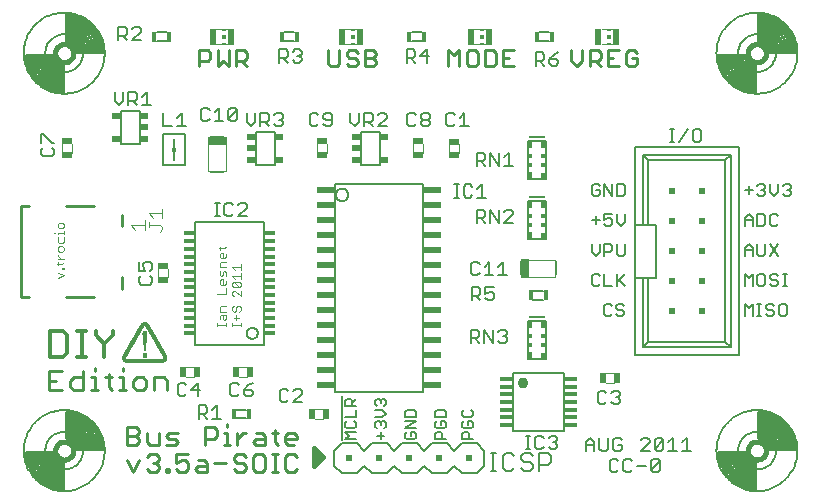
<source format=gto>
G75*
G70*
%OFA0B0*%
%FSLAX24Y24*%
%IPPOS*%
%LPD*%
%AMOC8*
5,1,8,0,0,1.08239X$1,22.5*
%
%ADD10C,0.0110*%
%ADD11C,0.0040*%
%ADD12C,0.0100*%
%ADD13C,0.0060*%
%ADD14C,0.0160*%
%ADD15C,0.0050*%
%ADD16C,0.0140*%
%ADD17R,0.0160X0.0340*%
%ADD18R,0.0118X0.0059*%
%ADD19R,0.0118X0.0118*%
%ADD20R,0.0236X0.0531*%
%ADD21R,0.0374X0.0197*%
%ADD22R,0.0374X0.0197*%
%ADD23R,0.0197X0.0374*%
%ADD24R,0.0197X0.0374*%
%ADD25R,0.0079X0.0472*%
%ADD26R,0.0256X0.0591*%
%ADD27R,0.0368X0.0128*%
%ADD28R,0.0256X0.0197*%
%ADD29R,0.0118X0.0157*%
%ADD30R,0.0472X0.0079*%
%ADD31R,0.0591X0.0256*%
%ADD32C,0.0080*%
%ADD33R,0.0423X0.0118*%
%ADD34C,0.0362*%
%ADD35R,0.0200X0.0200*%
%ADD36R,0.0600X0.0200*%
%ADD37R,0.0006X0.0006*%
%ADD38R,0.0006X0.0006*%
%ADD39R,0.0006X0.0006*%
%ADD40R,0.0006X0.0006*%
%ADD41C,0.0180*%
%ADD42R,0.0118X0.0236*%
%ADD43R,0.0118X0.0197*%
%ADD44R,0.0551X0.0039*%
%ADD45R,0.0551X0.0079*%
%ADD46R,0.0039X0.0079*%
D10*
X002287Y008849D02*
X002721Y008849D01*
X002987Y008957D02*
X002987Y009174D01*
X003095Y009282D01*
X003420Y009282D01*
X003420Y009499D02*
X003420Y008849D01*
X003095Y008849D01*
X002987Y008957D01*
X002504Y009174D02*
X002287Y009174D01*
X002287Y009499D02*
X002287Y008849D01*
X002287Y009499D02*
X002721Y009499D01*
X003686Y009282D02*
X003795Y009282D01*
X003795Y008849D01*
X003903Y008849D02*
X003686Y008849D01*
X004261Y008957D02*
X004370Y008849D01*
X004261Y008957D02*
X004261Y009391D01*
X004153Y009282D02*
X004370Y009282D01*
X004619Y009282D02*
X004728Y009282D01*
X004728Y008849D01*
X004836Y008849D02*
X004619Y008849D01*
X005086Y008957D02*
X005194Y008849D01*
X005411Y008849D01*
X005520Y008957D01*
X005520Y009174D01*
X005411Y009282D01*
X005194Y009282D01*
X005086Y009174D01*
X005086Y008957D01*
X004728Y009499D02*
X004728Y009608D01*
X003795Y009608D02*
X003795Y009499D01*
X005786Y009282D02*
X005786Y008849D01*
X006219Y008849D02*
X006219Y009174D01*
X006111Y009282D01*
X005786Y009282D01*
X007287Y019649D02*
X007287Y020199D01*
X007562Y020199D01*
X007654Y020107D01*
X007654Y019924D01*
X007562Y019832D01*
X007287Y019832D01*
X007895Y019649D02*
X007895Y020199D01*
X008262Y020199D02*
X008262Y019649D01*
X008078Y019832D01*
X007895Y019649D01*
X008502Y019649D02*
X008502Y020199D01*
X008778Y020199D01*
X008869Y020107D01*
X008869Y019924D01*
X008778Y019832D01*
X008502Y019832D01*
X008686Y019832D02*
X008869Y019649D01*
X011587Y019740D02*
X011679Y019649D01*
X011862Y019649D01*
X011954Y019740D01*
X011954Y020199D01*
X012195Y020107D02*
X012195Y020016D01*
X012286Y019924D01*
X012470Y019924D01*
X012562Y019832D01*
X012562Y019740D01*
X012470Y019649D01*
X012286Y019649D01*
X012195Y019740D01*
X012195Y020107D02*
X012286Y020199D01*
X012470Y020199D01*
X012562Y020107D01*
X012802Y020199D02*
X013078Y020199D01*
X013169Y020107D01*
X013169Y020016D01*
X013078Y019924D01*
X012802Y019924D01*
X012802Y019649D02*
X012802Y020199D01*
X013078Y019924D02*
X013169Y019832D01*
X013169Y019740D01*
X013078Y019649D01*
X012802Y019649D01*
X011587Y019740D02*
X011587Y020199D01*
X015587Y020199D02*
X015587Y019649D01*
X015954Y019649D02*
X015954Y020199D01*
X015770Y020016D01*
X015587Y020199D01*
X016195Y020107D02*
X016195Y019740D01*
X016286Y019649D01*
X016470Y019649D01*
X016562Y019740D01*
X016562Y020107D01*
X016470Y020199D01*
X016286Y020199D01*
X016195Y020107D01*
X016802Y020199D02*
X016802Y019649D01*
X017078Y019649D01*
X017169Y019740D01*
X017169Y020107D01*
X017078Y020199D01*
X016802Y020199D01*
X017410Y020199D02*
X017410Y019649D01*
X017777Y019649D01*
X017594Y019924D02*
X017410Y019924D01*
X017410Y020199D02*
X017777Y020199D01*
X019687Y020199D02*
X019687Y019832D01*
X019870Y019649D01*
X020054Y019832D01*
X020054Y020199D01*
X020295Y020199D02*
X020570Y020199D01*
X020662Y020107D01*
X020662Y019924D01*
X020570Y019832D01*
X020295Y019832D01*
X020478Y019832D02*
X020662Y019649D01*
X020902Y019649D02*
X021269Y019649D01*
X021510Y019740D02*
X021602Y019649D01*
X021785Y019649D01*
X021877Y019740D01*
X021877Y019924D01*
X021694Y019924D01*
X021877Y020107D02*
X021785Y020199D01*
X021602Y020199D01*
X021510Y020107D01*
X021510Y019740D01*
X021086Y019924D02*
X020902Y019924D01*
X020902Y020199D02*
X020902Y019649D01*
X020295Y019649D02*
X020295Y020199D01*
X020902Y020199D02*
X021269Y020199D01*
D11*
X021059Y020398D02*
X020695Y020398D01*
X020705Y020890D02*
X021059Y020890D01*
X016809Y020890D02*
X016455Y020890D01*
X016445Y020398D02*
X016809Y020398D01*
X012509Y020398D02*
X012145Y020398D01*
X012155Y020890D02*
X012509Y020890D01*
X008209Y020890D02*
X007855Y020890D01*
X007845Y020398D02*
X008209Y020398D01*
X008177Y017289D02*
X007587Y017289D01*
X007587Y016147D01*
X008177Y016147D01*
X008177Y017289D01*
X011217Y017058D02*
X011217Y016778D01*
X011552Y016778D02*
X011552Y017058D01*
X014417Y017058D02*
X014417Y016778D01*
X014752Y016778D02*
X014752Y017058D01*
X015612Y017058D02*
X015612Y016778D01*
X015947Y016778D02*
X015947Y017058D01*
X018011Y013213D02*
X018011Y012622D01*
X019153Y012622D01*
X019153Y013213D01*
X018011Y013213D01*
X020842Y009438D02*
X021122Y009438D01*
X021122Y009103D02*
X020842Y009103D01*
X011422Y008233D02*
X011142Y008233D01*
X011142Y007898D02*
X011422Y007898D01*
X008872Y009298D02*
X008592Y009298D01*
X008592Y009633D02*
X008872Y009633D01*
X007122Y009633D02*
X006842Y009633D01*
X006842Y009298D02*
X007122Y009298D01*
X007882Y010988D02*
X007882Y011081D01*
X007882Y011034D02*
X008162Y011034D01*
X008162Y010988D02*
X008162Y011081D01*
X008115Y011184D02*
X008162Y011231D01*
X008162Y011371D01*
X008022Y011371D01*
X007975Y011324D01*
X007975Y011231D01*
X008069Y011231D02*
X008069Y011371D01*
X008069Y011231D02*
X008115Y011184D01*
X008382Y011081D02*
X008382Y010988D01*
X008382Y011034D02*
X008662Y011034D01*
X008662Y010988D02*
X008662Y011081D01*
X008522Y011184D02*
X008522Y011371D01*
X008475Y011479D02*
X008522Y011525D01*
X008522Y011619D01*
X008569Y011666D01*
X008615Y011666D01*
X008662Y011619D01*
X008662Y011525D01*
X008615Y011479D01*
X008475Y011479D02*
X008428Y011479D01*
X008382Y011525D01*
X008382Y011619D01*
X008428Y011666D01*
X008162Y011666D02*
X008022Y011666D01*
X007975Y011619D01*
X007975Y011479D01*
X008162Y011479D01*
X008428Y011278D02*
X008615Y011278D01*
X008662Y011988D02*
X008475Y012175D01*
X008428Y012175D01*
X008382Y012128D01*
X008382Y012034D01*
X008428Y011988D01*
X008662Y011988D02*
X008662Y012175D01*
X008615Y012282D02*
X008428Y012282D01*
X008382Y012329D01*
X008382Y012422D01*
X008428Y012469D01*
X008615Y012282D01*
X008662Y012329D01*
X008662Y012422D01*
X008615Y012469D01*
X008428Y012469D01*
X008475Y012577D02*
X008382Y012670D01*
X008662Y012670D01*
X008662Y012577D02*
X008662Y012764D01*
X008662Y012872D02*
X008662Y013058D01*
X008662Y012965D02*
X008382Y012965D01*
X008475Y012872D01*
X008162Y012797D02*
X008115Y012844D01*
X008069Y012797D01*
X008069Y012704D01*
X008022Y012657D01*
X007975Y012704D01*
X007975Y012844D01*
X007975Y012952D02*
X007975Y013092D01*
X008022Y013139D01*
X008162Y013139D01*
X008115Y013247D02*
X008162Y013293D01*
X008162Y013387D01*
X008069Y013433D02*
X008069Y013247D01*
X008115Y013247D02*
X008022Y013247D01*
X007975Y013293D01*
X007975Y013387D01*
X008022Y013433D01*
X008069Y013433D01*
X007975Y013541D02*
X007975Y013635D01*
X007928Y013588D02*
X008115Y013588D01*
X008162Y013635D01*
X008162Y012952D02*
X007975Y012952D01*
X008162Y012797D02*
X008162Y012657D01*
X008069Y012550D02*
X008069Y012363D01*
X008115Y012363D02*
X008022Y012363D01*
X007975Y012409D01*
X007975Y012503D01*
X008022Y012550D01*
X008069Y012550D01*
X008162Y012503D02*
X008162Y012409D01*
X008115Y012363D01*
X008162Y012255D02*
X008162Y012068D01*
X007882Y012068D01*
X006252Y012628D02*
X006252Y012908D01*
X005917Y012908D02*
X005917Y012628D01*
X005976Y014142D02*
X006052Y014218D01*
X006052Y014295D01*
X005976Y014372D01*
X005592Y014372D01*
X005592Y014295D02*
X005592Y014449D01*
X005462Y014515D02*
X005462Y014208D01*
X005462Y014362D02*
X005001Y014362D01*
X005155Y014208D01*
X005592Y014756D02*
X006052Y014756D01*
X006052Y014909D02*
X006052Y014602D01*
X005745Y014602D02*
X005592Y014756D01*
X002762Y014397D02*
X002762Y014304D01*
X002715Y014257D01*
X002622Y014257D01*
X002575Y014304D01*
X002575Y014397D01*
X002622Y014444D01*
X002715Y014444D01*
X002762Y014397D01*
X002762Y014154D02*
X002762Y014061D01*
X002762Y014108D02*
X002575Y014108D01*
X002575Y014061D01*
X002482Y014108D02*
X002435Y014108D01*
X002575Y013953D02*
X002575Y013813D01*
X002622Y013766D01*
X002715Y013766D01*
X002762Y013813D01*
X002762Y013953D01*
X002715Y013658D02*
X002622Y013658D01*
X002575Y013612D01*
X002575Y013518D01*
X002622Y013472D01*
X002715Y013472D01*
X002762Y013518D01*
X002762Y013612D01*
X002715Y013658D01*
X002575Y013366D02*
X002575Y013319D01*
X002669Y013226D01*
X002762Y013226D02*
X002575Y013226D01*
X002575Y013123D02*
X002575Y013030D01*
X002528Y013076D02*
X002715Y013076D01*
X002762Y013123D01*
X002762Y012929D02*
X002762Y012882D01*
X002715Y012882D01*
X002715Y012929D01*
X002762Y012929D01*
X002575Y012775D02*
X002762Y012681D01*
X002575Y012588D01*
X002717Y016778D02*
X002717Y017058D01*
X003052Y017058D02*
X003052Y016778D01*
D12*
X005282Y006544D02*
X005082Y006144D01*
X004882Y006544D01*
X005526Y006644D02*
X005627Y006744D01*
X005827Y006744D01*
X005927Y006644D01*
X005927Y006544D01*
X005827Y006444D01*
X005927Y006344D01*
X005927Y006244D01*
X005827Y006144D01*
X005627Y006144D01*
X005526Y006244D01*
X005727Y006444D02*
X005827Y006444D01*
X006171Y006244D02*
X006271Y006244D01*
X006271Y006144D01*
X006171Y006144D01*
X006171Y006244D01*
X006493Y006244D02*
X006593Y006144D01*
X006794Y006144D01*
X006894Y006244D01*
X006894Y006444D01*
X006794Y006544D01*
X006693Y006544D01*
X006493Y006444D01*
X006493Y006744D01*
X006894Y006744D01*
X007238Y006544D02*
X007438Y006544D01*
X007538Y006444D01*
X007538Y006144D01*
X007238Y006144D01*
X007138Y006244D01*
X007238Y006344D01*
X007538Y006344D01*
X007782Y006444D02*
X008183Y006444D01*
X008427Y006544D02*
X008527Y006444D01*
X008727Y006444D01*
X008827Y006344D01*
X008827Y006244D01*
X008727Y006144D01*
X008527Y006144D01*
X008427Y006244D01*
X008427Y006544D02*
X008427Y006644D01*
X008527Y006744D01*
X008727Y006744D01*
X008827Y006644D01*
X009071Y006644D02*
X009071Y006244D01*
X009171Y006144D01*
X009372Y006144D01*
X009472Y006244D01*
X009472Y006644D01*
X009372Y006744D01*
X009171Y006744D01*
X009071Y006644D01*
X009716Y006744D02*
X009916Y006744D01*
X009816Y006744D02*
X009816Y006144D01*
X009716Y006144D02*
X009916Y006144D01*
X010146Y006244D02*
X010246Y006144D01*
X010446Y006144D01*
X010546Y006244D01*
X010146Y006244D02*
X010146Y006644D01*
X010246Y006744D01*
X010446Y006744D01*
X010546Y006644D01*
X010446Y007044D02*
X010246Y007044D01*
X010146Y007144D01*
X010146Y007344D01*
X010246Y007444D01*
X010446Y007444D01*
X010546Y007344D01*
X010546Y007244D01*
X010146Y007244D01*
X009916Y007444D02*
X009716Y007444D01*
X009816Y007544D02*
X009816Y007144D01*
X009916Y007044D01*
X009472Y007044D02*
X009472Y007344D01*
X009372Y007444D01*
X009171Y007444D01*
X009171Y007244D02*
X009472Y007244D01*
X009472Y007044D02*
X009171Y007044D01*
X009071Y007144D01*
X009171Y007244D01*
X008835Y007444D02*
X008734Y007444D01*
X008534Y007244D01*
X008534Y007044D02*
X008534Y007444D01*
X008205Y007444D02*
X008205Y007044D01*
X008105Y007044D02*
X008305Y007044D01*
X008205Y007444D02*
X008105Y007444D01*
X008205Y007644D02*
X008205Y007744D01*
X007860Y007544D02*
X007860Y007344D01*
X007760Y007244D01*
X007460Y007244D01*
X007460Y007044D02*
X007460Y007644D01*
X007760Y007644D01*
X007860Y007544D01*
X006571Y007444D02*
X006271Y007444D01*
X006171Y007344D01*
X006271Y007244D01*
X006471Y007244D01*
X006571Y007144D01*
X006471Y007044D01*
X006171Y007044D01*
X005927Y007044D02*
X005927Y007444D01*
X005927Y007044D02*
X005627Y007044D01*
X005526Y007144D01*
X005526Y007444D01*
X005282Y007444D02*
X005282Y007544D01*
X005182Y007644D01*
X004882Y007644D01*
X004882Y007044D01*
X005182Y007044D01*
X005282Y007144D01*
X005282Y007244D01*
X005182Y007344D01*
X004882Y007344D01*
X005182Y007344D02*
X005282Y007444D01*
X004071Y006893D02*
X003188Y006893D01*
X003189Y006894D02*
X003182Y006932D01*
X003172Y006970D01*
X003159Y007006D01*
X003142Y007041D01*
X003121Y007074D01*
X003098Y007105D01*
X003072Y007134D01*
X003043Y007160D01*
X003012Y007183D01*
X002979Y007204D01*
X002944Y007221D01*
X002908Y007234D01*
X002870Y007244D01*
X002832Y007251D01*
X002831Y008133D01*
X002832Y008133D01*
X002903Y008128D01*
X002974Y008120D01*
X003044Y008107D01*
X003114Y008091D01*
X003182Y008070D01*
X003249Y008046D01*
X003315Y008019D01*
X003379Y007988D01*
X003441Y007953D01*
X003502Y007915D01*
X003560Y007873D01*
X003615Y007829D01*
X003669Y007781D01*
X003719Y007731D01*
X003767Y007677D01*
X003811Y007622D01*
X003853Y007564D01*
X003891Y007503D01*
X003926Y007441D01*
X003957Y007377D01*
X003984Y007311D01*
X004008Y007244D01*
X004029Y007176D01*
X004045Y007106D01*
X004058Y007036D01*
X004066Y006965D01*
X004071Y006894D01*
X003977Y006894D01*
X003972Y006962D01*
X003963Y007030D01*
X003951Y007097D01*
X003934Y007164D01*
X003914Y007229D01*
X003890Y007293D01*
X003863Y007356D01*
X003832Y007417D01*
X003797Y007476D01*
X003760Y007533D01*
X003719Y007588D01*
X003675Y007640D01*
X003628Y007690D01*
X003578Y007737D01*
X003526Y007781D01*
X003471Y007822D01*
X003414Y007859D01*
X003355Y007894D01*
X003294Y007925D01*
X003231Y007952D01*
X003167Y007976D01*
X003102Y007996D01*
X003035Y008013D01*
X002968Y008025D01*
X002900Y008034D01*
X002832Y008039D01*
X002832Y007945D01*
X002897Y007940D01*
X002962Y007931D01*
X003026Y007919D01*
X003089Y007902D01*
X003151Y007882D01*
X003212Y007859D01*
X003271Y007832D01*
X003329Y007801D01*
X003384Y007767D01*
X003438Y007730D01*
X003489Y007689D01*
X003538Y007646D01*
X003584Y007600D01*
X003627Y007551D01*
X003668Y007500D01*
X003705Y007446D01*
X003739Y007391D01*
X003770Y007333D01*
X003797Y007274D01*
X003820Y007213D01*
X003840Y007151D01*
X003857Y007088D01*
X003869Y007024D01*
X003878Y006959D01*
X003883Y006894D01*
X003789Y006894D01*
X003784Y006956D01*
X003775Y007017D01*
X003763Y007077D01*
X003746Y007137D01*
X003727Y007195D01*
X003703Y007253D01*
X003677Y007308D01*
X003647Y007362D01*
X003613Y007414D01*
X003577Y007464D01*
X003537Y007512D01*
X003495Y007557D01*
X003450Y007599D01*
X003402Y007639D01*
X003352Y007675D01*
X003300Y007709D01*
X003246Y007739D01*
X003191Y007765D01*
X003133Y007789D01*
X003075Y007808D01*
X003015Y007825D01*
X002955Y007837D01*
X002894Y007846D01*
X002832Y007851D01*
X002832Y007757D01*
X002890Y007752D01*
X002947Y007743D01*
X003004Y007731D01*
X003060Y007715D01*
X003115Y007695D01*
X003168Y007673D01*
X003220Y007646D01*
X003270Y007617D01*
X003318Y007584D01*
X003364Y007549D01*
X003407Y007510D01*
X003448Y007469D01*
X003487Y007426D01*
X003522Y007380D01*
X003555Y007332D01*
X003584Y007282D01*
X003611Y007230D01*
X003633Y007177D01*
X003653Y007122D01*
X003669Y007066D01*
X003681Y007009D01*
X003690Y006952D01*
X003695Y006894D01*
X003600Y006894D01*
X003595Y006950D01*
X003586Y007006D01*
X003573Y007061D01*
X003556Y007115D01*
X003535Y007168D01*
X003511Y007219D01*
X003484Y007268D01*
X003453Y007316D01*
X003419Y007361D01*
X003381Y007403D01*
X003341Y007443D01*
X003299Y007481D01*
X003254Y007515D01*
X003206Y007546D01*
X003157Y007573D01*
X003106Y007597D01*
X003053Y007618D01*
X002999Y007635D01*
X002944Y007648D01*
X002888Y007657D01*
X002832Y007662D01*
X002832Y007568D01*
X002884Y007563D01*
X002935Y007554D01*
X002985Y007541D01*
X003035Y007525D01*
X003083Y007505D01*
X003129Y007482D01*
X003174Y007455D01*
X003217Y007425D01*
X003257Y007393D01*
X003295Y007357D01*
X003331Y007319D01*
X003363Y007279D01*
X003393Y007236D01*
X003420Y007191D01*
X003443Y007145D01*
X003463Y007097D01*
X003479Y007047D01*
X003492Y006997D01*
X003501Y006946D01*
X003506Y006894D01*
X003412Y006894D01*
X003406Y006943D01*
X003396Y006992D01*
X003383Y007040D01*
X003366Y007086D01*
X003345Y007131D01*
X003321Y007174D01*
X003293Y007216D01*
X003263Y007254D01*
X003229Y007291D01*
X003192Y007325D01*
X003154Y007355D01*
X003112Y007383D01*
X003069Y007407D01*
X003024Y007428D01*
X002978Y007445D01*
X002930Y007458D01*
X002881Y007468D01*
X002832Y007474D01*
X002832Y007380D01*
X002875Y007374D01*
X002918Y007364D01*
X002960Y007352D01*
X003001Y007336D01*
X003040Y007316D01*
X003078Y007294D01*
X003113Y007268D01*
X003147Y007240D01*
X003178Y007209D01*
X003206Y007175D01*
X003232Y007140D01*
X003254Y007102D01*
X003274Y007063D01*
X003290Y007022D01*
X003302Y006980D01*
X003312Y006937D01*
X003318Y006894D01*
X003223Y006894D01*
X003217Y006933D01*
X003207Y006972D01*
X003194Y007009D01*
X003178Y007046D01*
X003158Y007080D01*
X003135Y007113D01*
X003110Y007144D01*
X003082Y007172D01*
X003051Y007197D01*
X003018Y007220D01*
X002984Y007240D01*
X002947Y007256D01*
X002910Y007269D01*
X002871Y007279D01*
X002832Y007285D01*
X001493Y006795D02*
X002376Y006795D01*
X002375Y006794D02*
X002382Y006756D01*
X002392Y006718D01*
X002405Y006682D01*
X002422Y006647D01*
X002443Y006614D01*
X002466Y006583D01*
X002492Y006554D01*
X002521Y006528D01*
X002552Y006505D01*
X002585Y006484D01*
X002620Y006467D01*
X002656Y006454D01*
X002694Y006444D01*
X002732Y006437D01*
X002733Y005555D01*
X002732Y005555D01*
X002661Y005560D01*
X002590Y005568D01*
X002520Y005581D01*
X002450Y005597D01*
X002382Y005618D01*
X002315Y005642D01*
X002249Y005669D01*
X002185Y005700D01*
X002123Y005735D01*
X002062Y005773D01*
X002004Y005815D01*
X001949Y005859D01*
X001895Y005907D01*
X001845Y005957D01*
X001797Y006011D01*
X001753Y006066D01*
X001711Y006124D01*
X001673Y006185D01*
X001638Y006247D01*
X001607Y006311D01*
X001580Y006377D01*
X001556Y006444D01*
X001535Y006512D01*
X001519Y006582D01*
X001506Y006652D01*
X001498Y006723D01*
X001493Y006794D01*
X001587Y006794D01*
X001592Y006726D01*
X001601Y006658D01*
X001613Y006591D01*
X001630Y006524D01*
X001650Y006459D01*
X001674Y006395D01*
X001701Y006332D01*
X001732Y006271D01*
X001767Y006212D01*
X001804Y006155D01*
X001845Y006100D01*
X001889Y006048D01*
X001936Y005998D01*
X001986Y005951D01*
X002038Y005907D01*
X002093Y005866D01*
X002150Y005829D01*
X002209Y005794D01*
X002270Y005763D01*
X002333Y005736D01*
X002397Y005712D01*
X002462Y005692D01*
X002529Y005675D01*
X002596Y005663D01*
X002664Y005654D01*
X002732Y005649D01*
X002732Y005743D01*
X002667Y005748D01*
X002602Y005757D01*
X002538Y005769D01*
X002475Y005786D01*
X002413Y005806D01*
X002352Y005829D01*
X002293Y005856D01*
X002235Y005887D01*
X002180Y005921D01*
X002126Y005958D01*
X002075Y005999D01*
X002026Y006042D01*
X001980Y006088D01*
X001937Y006137D01*
X001896Y006188D01*
X001859Y006242D01*
X001825Y006297D01*
X001794Y006355D01*
X001767Y006414D01*
X001744Y006475D01*
X001724Y006537D01*
X001707Y006600D01*
X001695Y006664D01*
X001686Y006729D01*
X001681Y006794D01*
X001775Y006794D01*
X001780Y006732D01*
X001789Y006671D01*
X001801Y006611D01*
X001818Y006551D01*
X001837Y006493D01*
X001861Y006435D01*
X001887Y006380D01*
X001917Y006326D01*
X001951Y006274D01*
X001987Y006224D01*
X002027Y006176D01*
X002069Y006131D01*
X002114Y006089D01*
X002162Y006049D01*
X002212Y006013D01*
X002264Y005979D01*
X002318Y005949D01*
X002373Y005923D01*
X002431Y005899D01*
X002489Y005880D01*
X002549Y005863D01*
X002609Y005851D01*
X002670Y005842D01*
X002732Y005837D01*
X002732Y005931D01*
X002674Y005936D01*
X002617Y005945D01*
X002560Y005957D01*
X002504Y005973D01*
X002449Y005993D01*
X002396Y006015D01*
X002344Y006042D01*
X002294Y006071D01*
X002246Y006104D01*
X002200Y006139D01*
X002157Y006178D01*
X002116Y006219D01*
X002077Y006262D01*
X002042Y006308D01*
X002009Y006356D01*
X001980Y006406D01*
X001953Y006458D01*
X001931Y006511D01*
X001911Y006566D01*
X001895Y006622D01*
X001883Y006679D01*
X001874Y006736D01*
X001869Y006794D01*
X001964Y006794D01*
X001969Y006738D01*
X001978Y006682D01*
X001991Y006627D01*
X002008Y006573D01*
X002029Y006520D01*
X002053Y006469D01*
X002080Y006420D01*
X002111Y006372D01*
X002145Y006327D01*
X002183Y006285D01*
X002223Y006245D01*
X002265Y006207D01*
X002310Y006173D01*
X002358Y006142D01*
X002407Y006115D01*
X002458Y006091D01*
X002511Y006070D01*
X002565Y006053D01*
X002620Y006040D01*
X002676Y006031D01*
X002732Y006026D01*
X002732Y006120D01*
X002680Y006125D01*
X002629Y006134D01*
X002579Y006147D01*
X002529Y006163D01*
X002481Y006183D01*
X002435Y006206D01*
X002390Y006233D01*
X002347Y006263D01*
X002307Y006295D01*
X002269Y006331D01*
X002233Y006369D01*
X002201Y006409D01*
X002171Y006452D01*
X002144Y006497D01*
X002121Y006543D01*
X002101Y006591D01*
X002085Y006641D01*
X002072Y006691D01*
X002063Y006742D01*
X002058Y006794D01*
X002152Y006794D01*
X002158Y006745D01*
X002168Y006696D01*
X002181Y006648D01*
X002198Y006602D01*
X002219Y006557D01*
X002243Y006514D01*
X002271Y006472D01*
X002301Y006434D01*
X002335Y006397D01*
X002372Y006363D01*
X002410Y006333D01*
X002452Y006305D01*
X002495Y006281D01*
X002540Y006260D01*
X002586Y006243D01*
X002634Y006230D01*
X002683Y006220D01*
X002732Y006214D01*
X002732Y006308D01*
X002689Y006314D01*
X002646Y006324D01*
X002604Y006336D01*
X002563Y006352D01*
X002524Y006372D01*
X002486Y006394D01*
X002451Y006420D01*
X002417Y006448D01*
X002386Y006479D01*
X002358Y006513D01*
X002332Y006548D01*
X002310Y006586D01*
X002290Y006625D01*
X002274Y006666D01*
X002262Y006708D01*
X002252Y006751D01*
X002246Y006794D01*
X002341Y006794D01*
X002347Y006755D01*
X002357Y006716D01*
X002370Y006679D01*
X002386Y006642D01*
X002406Y006608D01*
X002429Y006575D01*
X002454Y006544D01*
X002482Y006516D01*
X002513Y006491D01*
X002546Y006468D01*
X002580Y006448D01*
X002617Y006432D01*
X002654Y006419D01*
X002693Y006409D01*
X002732Y006403D01*
X002836Y011952D02*
X003781Y011952D01*
X004706Y012228D02*
X004706Y012621D01*
X004706Y014314D02*
X004706Y014708D01*
X003781Y014983D02*
X002836Y014983D01*
X001616Y014983D02*
X001340Y014983D01*
X001340Y011952D01*
X001616Y011952D01*
X004071Y020141D02*
X003188Y020141D01*
X003189Y020142D02*
X003182Y020180D01*
X003172Y020218D01*
X003159Y020254D01*
X003142Y020289D01*
X003121Y020322D01*
X003098Y020353D01*
X003072Y020382D01*
X003043Y020408D01*
X003012Y020431D01*
X002979Y020452D01*
X002944Y020469D01*
X002908Y020482D01*
X002870Y020492D01*
X002832Y020499D01*
X002831Y021381D01*
X002832Y021381D01*
X002903Y021376D01*
X002974Y021368D01*
X003044Y021355D01*
X003114Y021339D01*
X003182Y021318D01*
X003249Y021294D01*
X003315Y021267D01*
X003379Y021236D01*
X003441Y021201D01*
X003502Y021163D01*
X003560Y021121D01*
X003615Y021077D01*
X003669Y021029D01*
X003719Y020979D01*
X003767Y020925D01*
X003811Y020870D01*
X003853Y020812D01*
X003891Y020751D01*
X003926Y020689D01*
X003957Y020625D01*
X003984Y020559D01*
X004008Y020492D01*
X004029Y020424D01*
X004045Y020354D01*
X004058Y020284D01*
X004066Y020213D01*
X004071Y020142D01*
X003977Y020142D01*
X003972Y020210D01*
X003963Y020278D01*
X003951Y020345D01*
X003934Y020412D01*
X003914Y020477D01*
X003890Y020541D01*
X003863Y020604D01*
X003832Y020665D01*
X003797Y020724D01*
X003760Y020781D01*
X003719Y020836D01*
X003675Y020888D01*
X003628Y020938D01*
X003578Y020985D01*
X003526Y021029D01*
X003471Y021070D01*
X003414Y021107D01*
X003355Y021142D01*
X003294Y021173D01*
X003231Y021200D01*
X003167Y021224D01*
X003102Y021244D01*
X003035Y021261D01*
X002968Y021273D01*
X002900Y021282D01*
X002832Y021287D01*
X002832Y021193D01*
X002897Y021188D01*
X002962Y021179D01*
X003026Y021167D01*
X003089Y021150D01*
X003151Y021130D01*
X003212Y021107D01*
X003271Y021080D01*
X003329Y021049D01*
X003384Y021015D01*
X003438Y020978D01*
X003489Y020937D01*
X003538Y020894D01*
X003584Y020848D01*
X003627Y020799D01*
X003668Y020748D01*
X003705Y020694D01*
X003739Y020639D01*
X003770Y020581D01*
X003797Y020522D01*
X003820Y020461D01*
X003840Y020399D01*
X003857Y020336D01*
X003869Y020272D01*
X003878Y020207D01*
X003883Y020142D01*
X003789Y020142D01*
X003784Y020204D01*
X003775Y020265D01*
X003763Y020325D01*
X003746Y020385D01*
X003727Y020443D01*
X003703Y020501D01*
X003677Y020556D01*
X003647Y020610D01*
X003613Y020662D01*
X003577Y020712D01*
X003537Y020760D01*
X003495Y020805D01*
X003450Y020847D01*
X003402Y020887D01*
X003352Y020923D01*
X003300Y020957D01*
X003246Y020987D01*
X003191Y021013D01*
X003133Y021037D01*
X003075Y021056D01*
X003015Y021073D01*
X002955Y021085D01*
X002894Y021094D01*
X002832Y021099D01*
X002832Y021005D01*
X002890Y021000D01*
X002947Y020991D01*
X003004Y020979D01*
X003060Y020963D01*
X003115Y020943D01*
X003168Y020921D01*
X003220Y020894D01*
X003270Y020865D01*
X003318Y020832D01*
X003364Y020797D01*
X003407Y020758D01*
X003448Y020717D01*
X003487Y020674D01*
X003522Y020628D01*
X003555Y020580D01*
X003584Y020530D01*
X003611Y020478D01*
X003633Y020425D01*
X003653Y020370D01*
X003669Y020314D01*
X003681Y020257D01*
X003690Y020200D01*
X003695Y020142D01*
X003600Y020142D01*
X003595Y020198D01*
X003586Y020254D01*
X003573Y020309D01*
X003556Y020363D01*
X003535Y020416D01*
X003511Y020467D01*
X003484Y020516D01*
X003453Y020564D01*
X003419Y020609D01*
X003381Y020651D01*
X003341Y020691D01*
X003299Y020729D01*
X003254Y020763D01*
X003206Y020794D01*
X003157Y020821D01*
X003106Y020845D01*
X003053Y020866D01*
X002999Y020883D01*
X002944Y020896D01*
X002888Y020905D01*
X002832Y020910D01*
X002832Y020816D01*
X002884Y020811D01*
X002935Y020802D01*
X002985Y020789D01*
X003035Y020773D01*
X003083Y020753D01*
X003129Y020730D01*
X003174Y020703D01*
X003217Y020673D01*
X003257Y020641D01*
X003295Y020605D01*
X003331Y020567D01*
X003363Y020527D01*
X003393Y020484D01*
X003420Y020439D01*
X003443Y020393D01*
X003463Y020345D01*
X003479Y020295D01*
X003492Y020245D01*
X003501Y020194D01*
X003506Y020142D01*
X003412Y020142D01*
X003406Y020191D01*
X003396Y020240D01*
X003383Y020288D01*
X003366Y020334D01*
X003345Y020379D01*
X003321Y020422D01*
X003293Y020464D01*
X003263Y020502D01*
X003229Y020539D01*
X003192Y020573D01*
X003154Y020603D01*
X003112Y020631D01*
X003069Y020655D01*
X003024Y020676D01*
X002978Y020693D01*
X002930Y020706D01*
X002881Y020716D01*
X002832Y020722D01*
X002832Y020628D01*
X002875Y020622D01*
X002918Y020612D01*
X002960Y020600D01*
X003001Y020584D01*
X003040Y020564D01*
X003078Y020542D01*
X003113Y020516D01*
X003147Y020488D01*
X003178Y020457D01*
X003206Y020423D01*
X003232Y020388D01*
X003254Y020350D01*
X003274Y020311D01*
X003290Y020270D01*
X003302Y020228D01*
X003312Y020185D01*
X003318Y020142D01*
X003223Y020142D01*
X003217Y020181D01*
X003207Y020220D01*
X003194Y020257D01*
X003178Y020294D01*
X003158Y020328D01*
X003135Y020361D01*
X003110Y020392D01*
X003082Y020420D01*
X003051Y020445D01*
X003018Y020468D01*
X002984Y020488D01*
X002947Y020504D01*
X002910Y020517D01*
X002871Y020527D01*
X002832Y020533D01*
X001493Y020043D02*
X002376Y020043D01*
X002375Y020042D02*
X002382Y020004D01*
X002392Y019966D01*
X002405Y019930D01*
X002422Y019895D01*
X002443Y019862D01*
X002466Y019831D01*
X002492Y019802D01*
X002521Y019776D01*
X002552Y019753D01*
X002585Y019732D01*
X002620Y019715D01*
X002656Y019702D01*
X002694Y019692D01*
X002732Y019685D01*
X002733Y018803D01*
X002732Y018803D01*
X002661Y018808D01*
X002590Y018816D01*
X002520Y018829D01*
X002450Y018845D01*
X002382Y018866D01*
X002315Y018890D01*
X002249Y018917D01*
X002185Y018948D01*
X002123Y018983D01*
X002062Y019021D01*
X002004Y019063D01*
X001949Y019107D01*
X001895Y019155D01*
X001845Y019205D01*
X001797Y019259D01*
X001753Y019314D01*
X001711Y019372D01*
X001673Y019433D01*
X001638Y019495D01*
X001607Y019559D01*
X001580Y019625D01*
X001556Y019692D01*
X001535Y019760D01*
X001519Y019830D01*
X001506Y019900D01*
X001498Y019971D01*
X001493Y020042D01*
X001587Y020042D01*
X001592Y019974D01*
X001601Y019906D01*
X001613Y019839D01*
X001630Y019772D01*
X001650Y019707D01*
X001674Y019643D01*
X001701Y019580D01*
X001732Y019519D01*
X001767Y019460D01*
X001804Y019403D01*
X001845Y019348D01*
X001889Y019296D01*
X001936Y019246D01*
X001986Y019199D01*
X002038Y019155D01*
X002093Y019114D01*
X002150Y019077D01*
X002209Y019042D01*
X002270Y019011D01*
X002333Y018984D01*
X002397Y018960D01*
X002462Y018940D01*
X002529Y018923D01*
X002596Y018911D01*
X002664Y018902D01*
X002732Y018897D01*
X002732Y018991D01*
X002667Y018996D01*
X002602Y019005D01*
X002538Y019017D01*
X002475Y019034D01*
X002413Y019054D01*
X002352Y019077D01*
X002293Y019104D01*
X002235Y019135D01*
X002180Y019169D01*
X002126Y019206D01*
X002075Y019247D01*
X002026Y019290D01*
X001980Y019336D01*
X001937Y019385D01*
X001896Y019436D01*
X001859Y019490D01*
X001825Y019545D01*
X001794Y019603D01*
X001767Y019662D01*
X001744Y019723D01*
X001724Y019785D01*
X001707Y019848D01*
X001695Y019912D01*
X001686Y019977D01*
X001681Y020042D01*
X001775Y020042D01*
X001780Y019980D01*
X001789Y019919D01*
X001801Y019859D01*
X001818Y019799D01*
X001837Y019741D01*
X001861Y019683D01*
X001887Y019628D01*
X001917Y019574D01*
X001951Y019522D01*
X001987Y019472D01*
X002027Y019424D01*
X002069Y019379D01*
X002114Y019337D01*
X002162Y019297D01*
X002212Y019261D01*
X002264Y019227D01*
X002318Y019197D01*
X002373Y019171D01*
X002431Y019147D01*
X002489Y019128D01*
X002549Y019111D01*
X002609Y019099D01*
X002670Y019090D01*
X002732Y019085D01*
X002732Y019179D01*
X002674Y019184D01*
X002617Y019193D01*
X002560Y019205D01*
X002504Y019221D01*
X002449Y019241D01*
X002396Y019263D01*
X002344Y019290D01*
X002294Y019319D01*
X002246Y019352D01*
X002200Y019387D01*
X002157Y019426D01*
X002116Y019467D01*
X002077Y019510D01*
X002042Y019556D01*
X002009Y019604D01*
X001980Y019654D01*
X001953Y019706D01*
X001931Y019759D01*
X001911Y019814D01*
X001895Y019870D01*
X001883Y019927D01*
X001874Y019984D01*
X001869Y020042D01*
X001964Y020042D01*
X001969Y019986D01*
X001978Y019930D01*
X001991Y019875D01*
X002008Y019821D01*
X002029Y019768D01*
X002053Y019717D01*
X002080Y019668D01*
X002111Y019620D01*
X002145Y019575D01*
X002183Y019533D01*
X002223Y019493D01*
X002265Y019455D01*
X002310Y019421D01*
X002358Y019390D01*
X002407Y019363D01*
X002458Y019339D01*
X002511Y019318D01*
X002565Y019301D01*
X002620Y019288D01*
X002676Y019279D01*
X002732Y019274D01*
X002732Y019368D01*
X002680Y019373D01*
X002629Y019382D01*
X002579Y019395D01*
X002529Y019411D01*
X002481Y019431D01*
X002435Y019454D01*
X002390Y019481D01*
X002347Y019511D01*
X002307Y019543D01*
X002269Y019579D01*
X002233Y019617D01*
X002201Y019657D01*
X002171Y019700D01*
X002144Y019745D01*
X002121Y019791D01*
X002101Y019839D01*
X002085Y019889D01*
X002072Y019939D01*
X002063Y019990D01*
X002058Y020042D01*
X002152Y020042D01*
X002158Y019993D01*
X002168Y019944D01*
X002181Y019896D01*
X002198Y019850D01*
X002219Y019805D01*
X002243Y019762D01*
X002271Y019720D01*
X002301Y019682D01*
X002335Y019645D01*
X002372Y019611D01*
X002410Y019581D01*
X002452Y019553D01*
X002495Y019529D01*
X002540Y019508D01*
X002586Y019491D01*
X002634Y019478D01*
X002683Y019468D01*
X002732Y019462D01*
X002732Y019556D01*
X002689Y019562D01*
X002646Y019572D01*
X002604Y019584D01*
X002563Y019600D01*
X002524Y019620D01*
X002486Y019642D01*
X002451Y019668D01*
X002417Y019696D01*
X002386Y019727D01*
X002358Y019761D01*
X002332Y019796D01*
X002310Y019834D01*
X002290Y019873D01*
X002274Y019914D01*
X002262Y019956D01*
X002252Y019999D01*
X002246Y020042D01*
X002341Y020042D01*
X002347Y020003D01*
X002357Y019964D01*
X002370Y019927D01*
X002386Y019890D01*
X002406Y019856D01*
X002429Y019823D01*
X002454Y019792D01*
X002482Y019764D01*
X002513Y019739D01*
X002546Y019716D01*
X002580Y019696D01*
X002617Y019680D01*
X002654Y019667D01*
X002693Y019657D01*
X002732Y019651D01*
X027162Y020141D02*
X026279Y020141D01*
X026280Y020142D02*
X026273Y020180D01*
X026263Y020218D01*
X026250Y020254D01*
X026233Y020289D01*
X026212Y020322D01*
X026189Y020353D01*
X026163Y020382D01*
X026134Y020408D01*
X026103Y020431D01*
X026070Y020452D01*
X026035Y020469D01*
X025999Y020482D01*
X025961Y020492D01*
X025923Y020499D01*
X025922Y021381D01*
X025923Y021381D01*
X025994Y021376D01*
X026065Y021368D01*
X026135Y021355D01*
X026205Y021339D01*
X026273Y021318D01*
X026340Y021294D01*
X026406Y021267D01*
X026470Y021236D01*
X026532Y021201D01*
X026593Y021163D01*
X026651Y021121D01*
X026706Y021077D01*
X026760Y021029D01*
X026810Y020979D01*
X026858Y020925D01*
X026902Y020870D01*
X026944Y020812D01*
X026982Y020751D01*
X027017Y020689D01*
X027048Y020625D01*
X027075Y020559D01*
X027099Y020492D01*
X027120Y020424D01*
X027136Y020354D01*
X027149Y020284D01*
X027157Y020213D01*
X027162Y020142D01*
X027068Y020142D01*
X027063Y020210D01*
X027054Y020278D01*
X027042Y020345D01*
X027025Y020412D01*
X027005Y020477D01*
X026981Y020541D01*
X026954Y020604D01*
X026923Y020665D01*
X026888Y020724D01*
X026851Y020781D01*
X026810Y020836D01*
X026766Y020888D01*
X026719Y020938D01*
X026669Y020985D01*
X026617Y021029D01*
X026562Y021070D01*
X026505Y021107D01*
X026446Y021142D01*
X026385Y021173D01*
X026322Y021200D01*
X026258Y021224D01*
X026193Y021244D01*
X026126Y021261D01*
X026059Y021273D01*
X025991Y021282D01*
X025923Y021287D01*
X025923Y021193D01*
X025988Y021188D01*
X026053Y021179D01*
X026117Y021167D01*
X026180Y021150D01*
X026242Y021130D01*
X026303Y021107D01*
X026362Y021080D01*
X026420Y021049D01*
X026475Y021015D01*
X026529Y020978D01*
X026580Y020937D01*
X026629Y020894D01*
X026675Y020848D01*
X026718Y020799D01*
X026759Y020748D01*
X026796Y020694D01*
X026830Y020639D01*
X026861Y020581D01*
X026888Y020522D01*
X026911Y020461D01*
X026931Y020399D01*
X026948Y020336D01*
X026960Y020272D01*
X026969Y020207D01*
X026974Y020142D01*
X026880Y020142D01*
X026875Y020204D01*
X026866Y020265D01*
X026854Y020325D01*
X026837Y020385D01*
X026818Y020443D01*
X026794Y020501D01*
X026768Y020556D01*
X026738Y020610D01*
X026704Y020662D01*
X026668Y020712D01*
X026628Y020760D01*
X026586Y020805D01*
X026541Y020847D01*
X026493Y020887D01*
X026443Y020923D01*
X026391Y020957D01*
X026337Y020987D01*
X026282Y021013D01*
X026224Y021037D01*
X026166Y021056D01*
X026106Y021073D01*
X026046Y021085D01*
X025985Y021094D01*
X025923Y021099D01*
X025923Y021005D01*
X025981Y021000D01*
X026038Y020991D01*
X026095Y020979D01*
X026151Y020963D01*
X026206Y020943D01*
X026259Y020921D01*
X026311Y020894D01*
X026361Y020865D01*
X026409Y020832D01*
X026455Y020797D01*
X026498Y020758D01*
X026539Y020717D01*
X026578Y020674D01*
X026613Y020628D01*
X026646Y020580D01*
X026675Y020530D01*
X026702Y020478D01*
X026724Y020425D01*
X026744Y020370D01*
X026760Y020314D01*
X026772Y020257D01*
X026781Y020200D01*
X026786Y020142D01*
X026691Y020142D01*
X026686Y020198D01*
X026677Y020254D01*
X026664Y020309D01*
X026647Y020363D01*
X026626Y020416D01*
X026602Y020467D01*
X026575Y020516D01*
X026544Y020564D01*
X026510Y020609D01*
X026472Y020651D01*
X026432Y020691D01*
X026390Y020729D01*
X026345Y020763D01*
X026297Y020794D01*
X026248Y020821D01*
X026197Y020845D01*
X026144Y020866D01*
X026090Y020883D01*
X026035Y020896D01*
X025979Y020905D01*
X025923Y020910D01*
X025923Y020816D01*
X025975Y020811D01*
X026026Y020802D01*
X026076Y020789D01*
X026126Y020773D01*
X026174Y020753D01*
X026220Y020730D01*
X026265Y020703D01*
X026308Y020673D01*
X026348Y020641D01*
X026386Y020605D01*
X026422Y020567D01*
X026454Y020527D01*
X026484Y020484D01*
X026511Y020439D01*
X026534Y020393D01*
X026554Y020345D01*
X026570Y020295D01*
X026583Y020245D01*
X026592Y020194D01*
X026597Y020142D01*
X026503Y020142D01*
X026497Y020191D01*
X026487Y020240D01*
X026474Y020288D01*
X026457Y020334D01*
X026436Y020379D01*
X026412Y020422D01*
X026384Y020464D01*
X026354Y020502D01*
X026320Y020539D01*
X026283Y020573D01*
X026245Y020603D01*
X026203Y020631D01*
X026160Y020655D01*
X026115Y020676D01*
X026069Y020693D01*
X026021Y020706D01*
X025972Y020716D01*
X025923Y020722D01*
X025923Y020628D01*
X025966Y020622D01*
X026009Y020612D01*
X026051Y020600D01*
X026092Y020584D01*
X026131Y020564D01*
X026169Y020542D01*
X026204Y020516D01*
X026238Y020488D01*
X026269Y020457D01*
X026297Y020423D01*
X026323Y020388D01*
X026345Y020350D01*
X026365Y020311D01*
X026381Y020270D01*
X026393Y020228D01*
X026403Y020185D01*
X026409Y020142D01*
X026314Y020142D01*
X026308Y020181D01*
X026298Y020220D01*
X026285Y020257D01*
X026269Y020294D01*
X026249Y020328D01*
X026226Y020361D01*
X026201Y020392D01*
X026173Y020420D01*
X026142Y020445D01*
X026109Y020468D01*
X026075Y020488D01*
X026038Y020504D01*
X026001Y020517D01*
X025962Y020527D01*
X025923Y020533D01*
X024584Y020043D02*
X025467Y020043D01*
X025466Y020042D02*
X025473Y020004D01*
X025483Y019966D01*
X025496Y019930D01*
X025513Y019895D01*
X025534Y019862D01*
X025557Y019831D01*
X025583Y019802D01*
X025612Y019776D01*
X025643Y019753D01*
X025676Y019732D01*
X025711Y019715D01*
X025747Y019702D01*
X025785Y019692D01*
X025823Y019685D01*
X025824Y018803D01*
X025823Y018803D01*
X025752Y018808D01*
X025681Y018816D01*
X025611Y018829D01*
X025541Y018845D01*
X025473Y018866D01*
X025406Y018890D01*
X025340Y018917D01*
X025276Y018948D01*
X025214Y018983D01*
X025153Y019021D01*
X025095Y019063D01*
X025040Y019107D01*
X024986Y019155D01*
X024936Y019205D01*
X024888Y019259D01*
X024844Y019314D01*
X024802Y019372D01*
X024764Y019433D01*
X024729Y019495D01*
X024698Y019559D01*
X024671Y019625D01*
X024647Y019692D01*
X024626Y019760D01*
X024610Y019830D01*
X024597Y019900D01*
X024589Y019971D01*
X024584Y020042D01*
X024678Y020042D01*
X024683Y019974D01*
X024692Y019906D01*
X024704Y019839D01*
X024721Y019772D01*
X024741Y019707D01*
X024765Y019643D01*
X024792Y019580D01*
X024823Y019519D01*
X024858Y019460D01*
X024895Y019403D01*
X024936Y019348D01*
X024980Y019296D01*
X025027Y019246D01*
X025077Y019199D01*
X025129Y019155D01*
X025184Y019114D01*
X025241Y019077D01*
X025300Y019042D01*
X025361Y019011D01*
X025424Y018984D01*
X025488Y018960D01*
X025553Y018940D01*
X025620Y018923D01*
X025687Y018911D01*
X025755Y018902D01*
X025823Y018897D01*
X025823Y018991D01*
X025758Y018996D01*
X025693Y019005D01*
X025629Y019017D01*
X025566Y019034D01*
X025504Y019054D01*
X025443Y019077D01*
X025384Y019104D01*
X025326Y019135D01*
X025271Y019169D01*
X025217Y019206D01*
X025166Y019247D01*
X025117Y019290D01*
X025071Y019336D01*
X025028Y019385D01*
X024987Y019436D01*
X024950Y019490D01*
X024916Y019545D01*
X024885Y019603D01*
X024858Y019662D01*
X024835Y019723D01*
X024815Y019785D01*
X024798Y019848D01*
X024786Y019912D01*
X024777Y019977D01*
X024772Y020042D01*
X024866Y020042D01*
X024871Y019980D01*
X024880Y019919D01*
X024892Y019859D01*
X024909Y019799D01*
X024928Y019741D01*
X024952Y019683D01*
X024978Y019628D01*
X025008Y019574D01*
X025042Y019522D01*
X025078Y019472D01*
X025118Y019424D01*
X025160Y019379D01*
X025205Y019337D01*
X025253Y019297D01*
X025303Y019261D01*
X025355Y019227D01*
X025409Y019197D01*
X025464Y019171D01*
X025522Y019147D01*
X025580Y019128D01*
X025640Y019111D01*
X025700Y019099D01*
X025761Y019090D01*
X025823Y019085D01*
X025823Y019179D01*
X025765Y019184D01*
X025708Y019193D01*
X025651Y019205D01*
X025595Y019221D01*
X025540Y019241D01*
X025487Y019263D01*
X025435Y019290D01*
X025385Y019319D01*
X025337Y019352D01*
X025291Y019387D01*
X025248Y019426D01*
X025207Y019467D01*
X025168Y019510D01*
X025133Y019556D01*
X025100Y019604D01*
X025071Y019654D01*
X025044Y019706D01*
X025022Y019759D01*
X025002Y019814D01*
X024986Y019870D01*
X024974Y019927D01*
X024965Y019984D01*
X024960Y020042D01*
X025055Y020042D01*
X025060Y019986D01*
X025069Y019930D01*
X025082Y019875D01*
X025099Y019821D01*
X025120Y019768D01*
X025144Y019717D01*
X025171Y019668D01*
X025202Y019620D01*
X025236Y019575D01*
X025274Y019533D01*
X025314Y019493D01*
X025356Y019455D01*
X025401Y019421D01*
X025449Y019390D01*
X025498Y019363D01*
X025549Y019339D01*
X025602Y019318D01*
X025656Y019301D01*
X025711Y019288D01*
X025767Y019279D01*
X025823Y019274D01*
X025823Y019368D01*
X025771Y019373D01*
X025720Y019382D01*
X025670Y019395D01*
X025620Y019411D01*
X025572Y019431D01*
X025526Y019454D01*
X025481Y019481D01*
X025438Y019511D01*
X025398Y019543D01*
X025360Y019579D01*
X025324Y019617D01*
X025292Y019657D01*
X025262Y019700D01*
X025235Y019745D01*
X025212Y019791D01*
X025192Y019839D01*
X025176Y019889D01*
X025163Y019939D01*
X025154Y019990D01*
X025149Y020042D01*
X025243Y020042D01*
X025249Y019993D01*
X025259Y019944D01*
X025272Y019896D01*
X025289Y019850D01*
X025310Y019805D01*
X025334Y019762D01*
X025362Y019720D01*
X025392Y019682D01*
X025426Y019645D01*
X025463Y019611D01*
X025501Y019581D01*
X025543Y019553D01*
X025586Y019529D01*
X025631Y019508D01*
X025677Y019491D01*
X025725Y019478D01*
X025774Y019468D01*
X025823Y019462D01*
X025823Y019556D01*
X025780Y019562D01*
X025737Y019572D01*
X025695Y019584D01*
X025654Y019600D01*
X025615Y019620D01*
X025577Y019642D01*
X025542Y019668D01*
X025508Y019696D01*
X025477Y019727D01*
X025449Y019761D01*
X025423Y019796D01*
X025401Y019834D01*
X025381Y019873D01*
X025365Y019914D01*
X025353Y019956D01*
X025343Y019999D01*
X025337Y020042D01*
X025432Y020042D01*
X025438Y020003D01*
X025448Y019964D01*
X025461Y019927D01*
X025477Y019890D01*
X025497Y019856D01*
X025520Y019823D01*
X025545Y019792D01*
X025573Y019764D01*
X025604Y019739D01*
X025637Y019716D01*
X025671Y019696D01*
X025708Y019680D01*
X025745Y019667D01*
X025784Y019657D01*
X025823Y019651D01*
X027162Y006893D02*
X026279Y006893D01*
X026280Y006894D02*
X026273Y006932D01*
X026263Y006970D01*
X026250Y007006D01*
X026233Y007041D01*
X026212Y007074D01*
X026189Y007105D01*
X026163Y007134D01*
X026134Y007160D01*
X026103Y007183D01*
X026070Y007204D01*
X026035Y007221D01*
X025999Y007234D01*
X025961Y007244D01*
X025923Y007251D01*
X025922Y008133D01*
X025923Y008133D01*
X025994Y008128D01*
X026065Y008120D01*
X026135Y008107D01*
X026205Y008091D01*
X026273Y008070D01*
X026340Y008046D01*
X026406Y008019D01*
X026470Y007988D01*
X026532Y007953D01*
X026593Y007915D01*
X026651Y007873D01*
X026706Y007829D01*
X026760Y007781D01*
X026810Y007731D01*
X026858Y007677D01*
X026902Y007622D01*
X026944Y007564D01*
X026982Y007503D01*
X027017Y007441D01*
X027048Y007377D01*
X027075Y007311D01*
X027099Y007244D01*
X027120Y007176D01*
X027136Y007106D01*
X027149Y007036D01*
X027157Y006965D01*
X027162Y006894D01*
X027068Y006894D01*
X027063Y006962D01*
X027054Y007030D01*
X027042Y007097D01*
X027025Y007164D01*
X027005Y007229D01*
X026981Y007293D01*
X026954Y007356D01*
X026923Y007417D01*
X026888Y007476D01*
X026851Y007533D01*
X026810Y007588D01*
X026766Y007640D01*
X026719Y007690D01*
X026669Y007737D01*
X026617Y007781D01*
X026562Y007822D01*
X026505Y007859D01*
X026446Y007894D01*
X026385Y007925D01*
X026322Y007952D01*
X026258Y007976D01*
X026193Y007996D01*
X026126Y008013D01*
X026059Y008025D01*
X025991Y008034D01*
X025923Y008039D01*
X025923Y007945D01*
X025988Y007940D01*
X026053Y007931D01*
X026117Y007919D01*
X026180Y007902D01*
X026242Y007882D01*
X026303Y007859D01*
X026362Y007832D01*
X026420Y007801D01*
X026475Y007767D01*
X026529Y007730D01*
X026580Y007689D01*
X026629Y007646D01*
X026675Y007600D01*
X026718Y007551D01*
X026759Y007500D01*
X026796Y007446D01*
X026830Y007391D01*
X026861Y007333D01*
X026888Y007274D01*
X026911Y007213D01*
X026931Y007151D01*
X026948Y007088D01*
X026960Y007024D01*
X026969Y006959D01*
X026974Y006894D01*
X026880Y006894D01*
X026875Y006956D01*
X026866Y007017D01*
X026854Y007077D01*
X026837Y007137D01*
X026818Y007195D01*
X026794Y007253D01*
X026768Y007308D01*
X026738Y007362D01*
X026704Y007414D01*
X026668Y007464D01*
X026628Y007512D01*
X026586Y007557D01*
X026541Y007599D01*
X026493Y007639D01*
X026443Y007675D01*
X026391Y007709D01*
X026337Y007739D01*
X026282Y007765D01*
X026224Y007789D01*
X026166Y007808D01*
X026106Y007825D01*
X026046Y007837D01*
X025985Y007846D01*
X025923Y007851D01*
X025923Y007757D01*
X025981Y007752D01*
X026038Y007743D01*
X026095Y007731D01*
X026151Y007715D01*
X026206Y007695D01*
X026259Y007673D01*
X026311Y007646D01*
X026361Y007617D01*
X026409Y007584D01*
X026455Y007549D01*
X026498Y007510D01*
X026539Y007469D01*
X026578Y007426D01*
X026613Y007380D01*
X026646Y007332D01*
X026675Y007282D01*
X026702Y007230D01*
X026724Y007177D01*
X026744Y007122D01*
X026760Y007066D01*
X026772Y007009D01*
X026781Y006952D01*
X026786Y006894D01*
X026691Y006894D01*
X026686Y006950D01*
X026677Y007006D01*
X026664Y007061D01*
X026647Y007115D01*
X026626Y007168D01*
X026602Y007219D01*
X026575Y007268D01*
X026544Y007316D01*
X026510Y007361D01*
X026472Y007403D01*
X026432Y007443D01*
X026390Y007481D01*
X026345Y007515D01*
X026297Y007546D01*
X026248Y007573D01*
X026197Y007597D01*
X026144Y007618D01*
X026090Y007635D01*
X026035Y007648D01*
X025979Y007657D01*
X025923Y007662D01*
X025923Y007568D01*
X025975Y007563D01*
X026026Y007554D01*
X026076Y007541D01*
X026126Y007525D01*
X026174Y007505D01*
X026220Y007482D01*
X026265Y007455D01*
X026308Y007425D01*
X026348Y007393D01*
X026386Y007357D01*
X026422Y007319D01*
X026454Y007279D01*
X026484Y007236D01*
X026511Y007191D01*
X026534Y007145D01*
X026554Y007097D01*
X026570Y007047D01*
X026583Y006997D01*
X026592Y006946D01*
X026597Y006894D01*
X026503Y006894D01*
X026497Y006943D01*
X026487Y006992D01*
X026474Y007040D01*
X026457Y007086D01*
X026436Y007131D01*
X026412Y007174D01*
X026384Y007216D01*
X026354Y007254D01*
X026320Y007291D01*
X026283Y007325D01*
X026245Y007355D01*
X026203Y007383D01*
X026160Y007407D01*
X026115Y007428D01*
X026069Y007445D01*
X026021Y007458D01*
X025972Y007468D01*
X025923Y007474D01*
X025923Y007380D01*
X025966Y007374D01*
X026009Y007364D01*
X026051Y007352D01*
X026092Y007336D01*
X026131Y007316D01*
X026169Y007294D01*
X026204Y007268D01*
X026238Y007240D01*
X026269Y007209D01*
X026297Y007175D01*
X026323Y007140D01*
X026345Y007102D01*
X026365Y007063D01*
X026381Y007022D01*
X026393Y006980D01*
X026403Y006937D01*
X026409Y006894D01*
X026314Y006894D01*
X026308Y006933D01*
X026298Y006972D01*
X026285Y007009D01*
X026269Y007046D01*
X026249Y007080D01*
X026226Y007113D01*
X026201Y007144D01*
X026173Y007172D01*
X026142Y007197D01*
X026109Y007220D01*
X026075Y007240D01*
X026038Y007256D01*
X026001Y007269D01*
X025962Y007279D01*
X025923Y007285D01*
X024584Y006795D02*
X025467Y006795D01*
X025466Y006794D02*
X025473Y006756D01*
X025483Y006718D01*
X025496Y006682D01*
X025513Y006647D01*
X025534Y006614D01*
X025557Y006583D01*
X025583Y006554D01*
X025612Y006528D01*
X025643Y006505D01*
X025676Y006484D01*
X025711Y006467D01*
X025747Y006454D01*
X025785Y006444D01*
X025823Y006437D01*
X025824Y005555D01*
X025823Y005555D01*
X025752Y005560D01*
X025681Y005568D01*
X025611Y005581D01*
X025541Y005597D01*
X025473Y005618D01*
X025406Y005642D01*
X025340Y005669D01*
X025276Y005700D01*
X025214Y005735D01*
X025153Y005773D01*
X025095Y005815D01*
X025040Y005859D01*
X024986Y005907D01*
X024936Y005957D01*
X024888Y006011D01*
X024844Y006066D01*
X024802Y006124D01*
X024764Y006185D01*
X024729Y006247D01*
X024698Y006311D01*
X024671Y006377D01*
X024647Y006444D01*
X024626Y006512D01*
X024610Y006582D01*
X024597Y006652D01*
X024589Y006723D01*
X024584Y006794D01*
X024678Y006794D01*
X024683Y006726D01*
X024692Y006658D01*
X024704Y006591D01*
X024721Y006524D01*
X024741Y006459D01*
X024765Y006395D01*
X024792Y006332D01*
X024823Y006271D01*
X024858Y006212D01*
X024895Y006155D01*
X024936Y006100D01*
X024980Y006048D01*
X025027Y005998D01*
X025077Y005951D01*
X025129Y005907D01*
X025184Y005866D01*
X025241Y005829D01*
X025300Y005794D01*
X025361Y005763D01*
X025424Y005736D01*
X025488Y005712D01*
X025553Y005692D01*
X025620Y005675D01*
X025687Y005663D01*
X025755Y005654D01*
X025823Y005649D01*
X025823Y005743D01*
X025758Y005748D01*
X025693Y005757D01*
X025629Y005769D01*
X025566Y005786D01*
X025504Y005806D01*
X025443Y005829D01*
X025384Y005856D01*
X025326Y005887D01*
X025271Y005921D01*
X025217Y005958D01*
X025166Y005999D01*
X025117Y006042D01*
X025071Y006088D01*
X025028Y006137D01*
X024987Y006188D01*
X024950Y006242D01*
X024916Y006297D01*
X024885Y006355D01*
X024858Y006414D01*
X024835Y006475D01*
X024815Y006537D01*
X024798Y006600D01*
X024786Y006664D01*
X024777Y006729D01*
X024772Y006794D01*
X024866Y006794D01*
X024871Y006732D01*
X024880Y006671D01*
X024892Y006611D01*
X024909Y006551D01*
X024928Y006493D01*
X024952Y006435D01*
X024978Y006380D01*
X025008Y006326D01*
X025042Y006274D01*
X025078Y006224D01*
X025118Y006176D01*
X025160Y006131D01*
X025205Y006089D01*
X025253Y006049D01*
X025303Y006013D01*
X025355Y005979D01*
X025409Y005949D01*
X025464Y005923D01*
X025522Y005899D01*
X025580Y005880D01*
X025640Y005863D01*
X025700Y005851D01*
X025761Y005842D01*
X025823Y005837D01*
X025823Y005931D01*
X025765Y005936D01*
X025708Y005945D01*
X025651Y005957D01*
X025595Y005973D01*
X025540Y005993D01*
X025487Y006015D01*
X025435Y006042D01*
X025385Y006071D01*
X025337Y006104D01*
X025291Y006139D01*
X025248Y006178D01*
X025207Y006219D01*
X025168Y006262D01*
X025133Y006308D01*
X025100Y006356D01*
X025071Y006406D01*
X025044Y006458D01*
X025022Y006511D01*
X025002Y006566D01*
X024986Y006622D01*
X024974Y006679D01*
X024965Y006736D01*
X024960Y006794D01*
X025055Y006794D01*
X025060Y006738D01*
X025069Y006682D01*
X025082Y006627D01*
X025099Y006573D01*
X025120Y006520D01*
X025144Y006469D01*
X025171Y006420D01*
X025202Y006372D01*
X025236Y006327D01*
X025274Y006285D01*
X025314Y006245D01*
X025356Y006207D01*
X025401Y006173D01*
X025449Y006142D01*
X025498Y006115D01*
X025549Y006091D01*
X025602Y006070D01*
X025656Y006053D01*
X025711Y006040D01*
X025767Y006031D01*
X025823Y006026D01*
X025823Y006120D01*
X025771Y006125D01*
X025720Y006134D01*
X025670Y006147D01*
X025620Y006163D01*
X025572Y006183D01*
X025526Y006206D01*
X025481Y006233D01*
X025438Y006263D01*
X025398Y006295D01*
X025360Y006331D01*
X025324Y006369D01*
X025292Y006409D01*
X025262Y006452D01*
X025235Y006497D01*
X025212Y006543D01*
X025192Y006591D01*
X025176Y006641D01*
X025163Y006691D01*
X025154Y006742D01*
X025149Y006794D01*
X025243Y006794D01*
X025249Y006745D01*
X025259Y006696D01*
X025272Y006648D01*
X025289Y006602D01*
X025310Y006557D01*
X025334Y006514D01*
X025362Y006472D01*
X025392Y006434D01*
X025426Y006397D01*
X025463Y006363D01*
X025501Y006333D01*
X025543Y006305D01*
X025586Y006281D01*
X025631Y006260D01*
X025677Y006243D01*
X025725Y006230D01*
X025774Y006220D01*
X025823Y006214D01*
X025823Y006308D01*
X025780Y006314D01*
X025737Y006324D01*
X025695Y006336D01*
X025654Y006352D01*
X025615Y006372D01*
X025577Y006394D01*
X025542Y006420D01*
X025508Y006448D01*
X025477Y006479D01*
X025449Y006513D01*
X025423Y006548D01*
X025401Y006586D01*
X025381Y006625D01*
X025365Y006666D01*
X025353Y006708D01*
X025343Y006751D01*
X025337Y006794D01*
X025432Y006794D01*
X025438Y006755D01*
X025448Y006716D01*
X025461Y006679D01*
X025477Y006642D01*
X025497Y006608D01*
X025520Y006575D01*
X025545Y006544D01*
X025573Y006516D01*
X025604Y006491D01*
X025637Y006468D01*
X025671Y006448D01*
X025708Y006432D01*
X025745Y006419D01*
X025784Y006409D01*
X025823Y006403D01*
D13*
X024523Y006844D02*
X024525Y006917D01*
X024531Y006990D01*
X024541Y007062D01*
X024555Y007134D01*
X024572Y007205D01*
X024594Y007275D01*
X024619Y007344D01*
X024648Y007411D01*
X024680Y007476D01*
X024716Y007540D01*
X024756Y007602D01*
X024798Y007661D01*
X024844Y007718D01*
X024893Y007772D01*
X024945Y007824D01*
X024999Y007873D01*
X025056Y007919D01*
X025115Y007961D01*
X025177Y008001D01*
X025241Y008037D01*
X025306Y008069D01*
X025373Y008098D01*
X025442Y008123D01*
X025512Y008145D01*
X025583Y008162D01*
X025655Y008176D01*
X025727Y008186D01*
X025800Y008192D01*
X025873Y008194D01*
X025946Y008192D01*
X026019Y008186D01*
X026091Y008176D01*
X026163Y008162D01*
X026234Y008145D01*
X026304Y008123D01*
X026373Y008098D01*
X026440Y008069D01*
X026505Y008037D01*
X026569Y008001D01*
X026631Y007961D01*
X026690Y007919D01*
X026747Y007873D01*
X026801Y007824D01*
X026853Y007772D01*
X026902Y007718D01*
X026948Y007661D01*
X026990Y007602D01*
X027030Y007540D01*
X027066Y007476D01*
X027098Y007411D01*
X027127Y007344D01*
X027152Y007275D01*
X027174Y007205D01*
X027191Y007134D01*
X027205Y007062D01*
X027215Y006990D01*
X027221Y006917D01*
X027223Y006844D01*
X027221Y006771D01*
X027215Y006698D01*
X027205Y006626D01*
X027191Y006554D01*
X027174Y006483D01*
X027152Y006413D01*
X027127Y006344D01*
X027098Y006277D01*
X027066Y006212D01*
X027030Y006148D01*
X026990Y006086D01*
X026948Y006027D01*
X026902Y005970D01*
X026853Y005916D01*
X026801Y005864D01*
X026747Y005815D01*
X026690Y005769D01*
X026631Y005727D01*
X026569Y005687D01*
X026505Y005651D01*
X026440Y005619D01*
X026373Y005590D01*
X026304Y005565D01*
X026234Y005543D01*
X026163Y005526D01*
X026091Y005512D01*
X026019Y005502D01*
X025946Y005496D01*
X025873Y005494D01*
X025800Y005496D01*
X025727Y005502D01*
X025655Y005512D01*
X025583Y005526D01*
X025512Y005543D01*
X025442Y005565D01*
X025373Y005590D01*
X025306Y005619D01*
X025241Y005651D01*
X025177Y005687D01*
X025115Y005727D01*
X025056Y005769D01*
X024999Y005815D01*
X024945Y005864D01*
X024893Y005916D01*
X024844Y005970D01*
X024798Y006027D01*
X024756Y006086D01*
X024716Y006148D01*
X024680Y006212D01*
X024648Y006277D01*
X024619Y006344D01*
X024594Y006413D01*
X024572Y006483D01*
X024555Y006554D01*
X024541Y006626D01*
X024531Y006698D01*
X024525Y006771D01*
X024523Y006844D01*
X023678Y006824D02*
X023384Y006824D01*
X023531Y006824D02*
X023531Y007264D01*
X023384Y007117D01*
X023218Y006824D02*
X022924Y006824D01*
X023071Y006824D02*
X023071Y007264D01*
X022924Y007117D01*
X022757Y007191D02*
X022464Y006897D01*
X022537Y006824D01*
X022684Y006824D01*
X022757Y006897D01*
X022757Y007191D01*
X022684Y007264D01*
X022537Y007264D01*
X022464Y007191D01*
X022464Y006897D01*
X022297Y006824D02*
X022003Y006824D01*
X022297Y007117D01*
X022297Y007191D01*
X022224Y007264D01*
X022077Y007264D01*
X022003Y007191D01*
X021376Y007191D02*
X021303Y007264D01*
X021156Y007264D01*
X021083Y007191D01*
X021083Y006897D01*
X021156Y006824D01*
X021303Y006824D01*
X021376Y006897D01*
X021376Y007044D01*
X021229Y007044D01*
X020916Y006897D02*
X020916Y007264D01*
X020622Y007264D02*
X020622Y006897D01*
X020696Y006824D01*
X020842Y006824D01*
X020916Y006897D01*
X020456Y006824D02*
X020456Y007117D01*
X020309Y007264D01*
X020162Y007117D01*
X020162Y006824D01*
X020162Y007044D02*
X020456Y007044D01*
X020962Y006491D02*
X020962Y006197D01*
X021035Y006124D01*
X021182Y006124D01*
X021256Y006197D01*
X021422Y006197D02*
X021496Y006124D01*
X021642Y006124D01*
X021716Y006197D01*
X021883Y006344D02*
X022176Y006344D01*
X022343Y006491D02*
X022416Y006564D01*
X022563Y006564D01*
X022637Y006491D01*
X022343Y006197D01*
X022416Y006124D01*
X022563Y006124D01*
X022637Y006197D01*
X022637Y006491D01*
X022343Y006491D02*
X022343Y006197D01*
X021716Y006491D02*
X021642Y006564D01*
X021496Y006564D01*
X021422Y006491D01*
X021422Y006197D01*
X021256Y006491D02*
X021182Y006564D01*
X021035Y006564D01*
X020962Y006491D01*
X019223Y006971D02*
X019149Y006898D01*
X019003Y006898D01*
X018929Y006971D01*
X018762Y006971D02*
X018689Y006898D01*
X018542Y006898D01*
X018469Y006971D01*
X018469Y007265D01*
X018542Y007338D01*
X018689Y007338D01*
X018762Y007265D01*
X018929Y007265D02*
X019003Y007338D01*
X019149Y007338D01*
X019223Y007265D01*
X019223Y007191D01*
X019149Y007118D01*
X019223Y007044D01*
X019223Y006971D01*
X019149Y007118D02*
X019076Y007118D01*
X018309Y007338D02*
X018162Y007338D01*
X018235Y007338D02*
X018235Y006898D01*
X018162Y006898D02*
X018309Y006898D01*
X020562Y008471D02*
X020635Y008398D01*
X020782Y008398D01*
X020856Y008471D01*
X021022Y008471D02*
X021096Y008398D01*
X021242Y008398D01*
X021316Y008471D01*
X021316Y008544D01*
X021242Y008618D01*
X021169Y008618D01*
X021242Y008618D02*
X021316Y008691D01*
X021316Y008765D01*
X021242Y008838D01*
X021096Y008838D01*
X021022Y008765D01*
X020856Y008765D02*
X020782Y008838D01*
X020635Y008838D01*
X020562Y008765D01*
X020562Y008471D01*
X021800Y010017D02*
X021800Y012608D01*
X022524Y012608D01*
X022524Y014380D01*
X022252Y014380D01*
X021800Y014380D01*
X021800Y016970D01*
X025264Y016970D01*
X025264Y010017D01*
X021800Y010017D01*
X022071Y010289D02*
X022252Y010470D01*
X022252Y012608D01*
X022071Y012608D02*
X022071Y010289D01*
X024993Y010289D01*
X024811Y010470D01*
X022252Y010470D01*
X021386Y011324D02*
X021252Y011324D01*
X021186Y011390D01*
X021252Y011524D02*
X021386Y011524D01*
X021452Y011457D01*
X021452Y011390D01*
X021386Y011324D01*
X021252Y011524D02*
X021186Y011591D01*
X021186Y011657D01*
X021252Y011724D01*
X021386Y011724D01*
X021452Y011657D01*
X021029Y011657D02*
X020962Y011724D01*
X020829Y011724D01*
X020762Y011657D01*
X020762Y011390D01*
X020829Y011324D01*
X020962Y011324D01*
X021029Y011390D01*
X021052Y012324D02*
X020786Y012324D01*
X020786Y012724D01*
X020629Y012657D02*
X020562Y012724D01*
X020429Y012724D01*
X020362Y012657D01*
X020362Y012390D01*
X020429Y012324D01*
X020562Y012324D01*
X020629Y012390D01*
X021209Y012324D02*
X021209Y012724D01*
X021276Y012524D02*
X021476Y012324D01*
X021209Y012457D02*
X021476Y012724D01*
X021800Y012608D02*
X021800Y014380D01*
X022071Y014380D02*
X022071Y016698D01*
X022252Y016517D01*
X022252Y014380D01*
X021476Y014457D02*
X021476Y014724D01*
X021476Y014457D02*
X021342Y014324D01*
X021209Y014457D01*
X021209Y014724D01*
X021052Y014724D02*
X020786Y014724D01*
X020786Y014524D01*
X020919Y014591D01*
X020986Y014591D01*
X021052Y014524D01*
X021052Y014390D01*
X020986Y014324D01*
X020852Y014324D01*
X020786Y014390D01*
X020629Y014524D02*
X020362Y014524D01*
X020495Y014657D02*
X020495Y014390D01*
X020362Y013724D02*
X020362Y013457D01*
X020495Y013324D01*
X020629Y013457D01*
X020629Y013724D01*
X020786Y013724D02*
X020986Y013724D01*
X021052Y013657D01*
X021052Y013524D01*
X020986Y013457D01*
X020786Y013457D01*
X020786Y013324D02*
X020786Y013724D01*
X021209Y013724D02*
X021209Y013390D01*
X021276Y013324D01*
X021409Y013324D01*
X021476Y013390D01*
X021476Y013724D01*
X021409Y015324D02*
X021476Y015390D01*
X021476Y015657D01*
X021409Y015724D01*
X021209Y015724D01*
X021209Y015324D01*
X021409Y015324D01*
X021052Y015324D02*
X021052Y015724D01*
X020786Y015724D02*
X021052Y015324D01*
X020786Y015324D02*
X020786Y015724D01*
X020629Y015657D02*
X020562Y015724D01*
X020429Y015724D01*
X020362Y015657D01*
X020362Y015390D01*
X020429Y015324D01*
X020562Y015324D01*
X020629Y015390D01*
X020629Y015524D01*
X020495Y015524D01*
X022252Y016517D02*
X024811Y016517D01*
X024993Y016698D01*
X022071Y016698D01*
X022962Y017124D02*
X023109Y017124D01*
X023035Y017124D02*
X023035Y017564D01*
X022962Y017564D02*
X023109Y017564D01*
X023562Y017564D02*
X023269Y017124D01*
X023729Y017197D02*
X023803Y017124D01*
X023949Y017124D01*
X024023Y017197D01*
X024023Y017491D01*
X023949Y017564D01*
X023803Y017564D01*
X023729Y017491D01*
X023729Y017197D01*
X024811Y016517D02*
X024811Y010470D01*
X024993Y010289D02*
X024993Y016698D01*
X025952Y015724D02*
X026086Y015724D01*
X026152Y015657D01*
X026152Y015591D01*
X026086Y015524D01*
X026152Y015457D01*
X026152Y015390D01*
X026086Y015324D01*
X025952Y015324D01*
X025886Y015390D01*
X026019Y015524D02*
X026086Y015524D01*
X026309Y015457D02*
X026442Y015324D01*
X026576Y015457D01*
X026576Y015724D01*
X026733Y015657D02*
X026799Y015724D01*
X026933Y015724D01*
X026999Y015657D01*
X026999Y015591D01*
X026933Y015524D01*
X026999Y015457D01*
X026999Y015390D01*
X026933Y015324D01*
X026799Y015324D01*
X026733Y015390D01*
X026866Y015524D02*
X026933Y015524D01*
X026309Y015457D02*
X026309Y015724D01*
X025952Y015724D02*
X025886Y015657D01*
X025729Y015524D02*
X025462Y015524D01*
X025595Y015657D02*
X025595Y015390D01*
X025595Y014724D02*
X025729Y014591D01*
X025729Y014324D01*
X025886Y014324D02*
X026086Y014324D01*
X026152Y014390D01*
X026152Y014657D01*
X026086Y014724D01*
X025886Y014724D01*
X025886Y014324D01*
X025729Y014524D02*
X025462Y014524D01*
X025462Y014591D02*
X025462Y014324D01*
X025462Y014591D02*
X025595Y014724D01*
X026309Y014657D02*
X026309Y014390D01*
X026376Y014324D01*
X026509Y014324D01*
X026576Y014390D01*
X026576Y014657D02*
X026509Y014724D01*
X026376Y014724D01*
X026309Y014657D01*
X026309Y013724D02*
X026576Y013324D01*
X026309Y013324D02*
X026576Y013724D01*
X026152Y013724D02*
X026152Y013390D01*
X026086Y013324D01*
X025952Y013324D01*
X025886Y013390D01*
X025886Y013724D01*
X025729Y013591D02*
X025729Y013324D01*
X025729Y013524D02*
X025462Y013524D01*
X025462Y013591D02*
X025595Y013724D01*
X025729Y013591D01*
X025462Y013591D02*
X025462Y013324D01*
X025462Y012724D02*
X025595Y012591D01*
X025729Y012724D01*
X025729Y012324D01*
X025886Y012390D02*
X025952Y012324D01*
X026086Y012324D01*
X026152Y012390D01*
X026152Y012657D01*
X026086Y012724D01*
X025952Y012724D01*
X025886Y012657D01*
X025886Y012390D01*
X026309Y012390D02*
X026376Y012324D01*
X026509Y012324D01*
X026576Y012390D01*
X026576Y012457D01*
X026509Y012524D01*
X026376Y012524D01*
X026309Y012591D01*
X026309Y012657D01*
X026376Y012724D01*
X026509Y012724D01*
X026576Y012657D01*
X026733Y012724D02*
X026866Y012724D01*
X026799Y012724D02*
X026799Y012324D01*
X026733Y012324D02*
X026866Y012324D01*
X026792Y011724D02*
X026858Y011657D01*
X026858Y011390D01*
X026792Y011324D01*
X026658Y011324D01*
X026591Y011390D01*
X026591Y011657D01*
X026658Y011724D01*
X026792Y011724D01*
X026435Y011657D02*
X026368Y011724D01*
X026235Y011724D01*
X026168Y011657D01*
X026168Y011591D01*
X026235Y011524D01*
X026368Y011524D01*
X026435Y011457D01*
X026435Y011390D01*
X026368Y011324D01*
X026235Y011324D01*
X026168Y011390D01*
X026019Y011324D02*
X025886Y011324D01*
X025952Y011324D02*
X025952Y011724D01*
X025886Y011724D02*
X026019Y011724D01*
X025729Y011724D02*
X025729Y011324D01*
X025462Y011324D02*
X025462Y011724D01*
X025595Y011591D01*
X025729Y011724D01*
X025462Y012324D02*
X025462Y012724D01*
X018752Y012158D02*
X018412Y012158D01*
X018412Y011878D02*
X018752Y011878D01*
X017546Y012682D02*
X017253Y012682D01*
X017400Y012682D02*
X017400Y013122D01*
X017253Y012975D01*
X017086Y012682D02*
X016792Y012682D01*
X016939Y012682D02*
X016939Y013122D01*
X016792Y012975D01*
X016626Y013049D02*
X016552Y013122D01*
X016405Y013122D01*
X016332Y013049D01*
X016332Y012755D01*
X016405Y012682D01*
X016552Y012682D01*
X016626Y012755D01*
X016582Y012288D02*
X016656Y012215D01*
X016656Y012068D01*
X016582Y011994D01*
X016362Y011994D01*
X016362Y011848D02*
X016362Y012288D01*
X016582Y012288D01*
X016822Y012288D02*
X016822Y012068D01*
X016969Y012141D01*
X017042Y012141D01*
X017116Y012068D01*
X017116Y011921D01*
X017042Y011848D01*
X016896Y011848D01*
X016822Y011921D01*
X016656Y011848D02*
X016509Y011994D01*
X016822Y012288D02*
X017116Y012288D01*
X017079Y010875D02*
X017079Y010435D01*
X016785Y010875D01*
X016785Y010435D01*
X016618Y010435D02*
X016471Y010582D01*
X016545Y010582D02*
X016325Y010582D01*
X016325Y010435D02*
X016325Y010875D01*
X016545Y010875D01*
X016618Y010802D01*
X016618Y010655D01*
X016545Y010582D01*
X017245Y010509D02*
X017319Y010435D01*
X017465Y010435D01*
X017539Y010509D01*
X017539Y010582D01*
X017465Y010655D01*
X017392Y010655D01*
X017465Y010655D02*
X017539Y010729D01*
X017539Y010802D01*
X017465Y010875D01*
X017319Y010875D01*
X017245Y010802D01*
X014744Y008788D02*
X014744Y015738D01*
X011820Y015738D01*
X011820Y008788D01*
X014744Y008788D01*
X010716Y008815D02*
X010642Y008888D01*
X010496Y008888D01*
X010422Y008815D01*
X010256Y008815D02*
X010182Y008888D01*
X010035Y008888D01*
X009962Y008815D01*
X009962Y008521D01*
X010035Y008448D01*
X010182Y008448D01*
X010256Y008521D01*
X010422Y008448D02*
X010716Y008741D01*
X010716Y008815D01*
X010716Y008448D02*
X010422Y008448D01*
X009066Y008721D02*
X008992Y008648D01*
X008846Y008648D01*
X008772Y008721D01*
X008772Y008868D01*
X008992Y008868D01*
X009066Y008794D01*
X009066Y008721D01*
X008919Y009015D02*
X008772Y008868D01*
X008919Y009015D02*
X009066Y009088D01*
X008606Y009015D02*
X008532Y009088D01*
X008385Y009088D01*
X008312Y009015D01*
X008312Y008721D01*
X008385Y008648D01*
X008532Y008648D01*
X008606Y008721D01*
X007869Y008350D02*
X007869Y007910D01*
X007722Y007910D02*
X008016Y007910D01*
X007722Y008203D02*
X007869Y008350D01*
X007556Y008277D02*
X007556Y008130D01*
X007482Y008056D01*
X007262Y008056D01*
X007262Y007910D02*
X007262Y008350D01*
X007482Y008350D01*
X007556Y008277D01*
X007409Y008056D02*
X007556Y007910D01*
X008512Y007928D02*
X008852Y007928D01*
X008852Y008208D02*
X008512Y008208D01*
X007242Y008648D02*
X007242Y009088D01*
X007022Y008868D01*
X007316Y008868D01*
X006856Y009015D02*
X006782Y009088D01*
X006635Y009088D01*
X006562Y009015D01*
X006562Y008721D01*
X006635Y008648D01*
X006782Y008648D01*
X006856Y008721D01*
X007130Y010370D02*
X009434Y010370D01*
X009434Y014465D01*
X007130Y014465D01*
X007130Y010370D01*
X008869Y010754D02*
X008871Y010780D01*
X008877Y010806D01*
X008886Y010831D01*
X008899Y010854D01*
X008915Y010875D01*
X008934Y010893D01*
X008956Y010909D01*
X008979Y010921D01*
X009004Y010929D01*
X009030Y010934D01*
X009057Y010935D01*
X009083Y010932D01*
X009108Y010925D01*
X009133Y010915D01*
X009155Y010901D01*
X009176Y010884D01*
X009193Y010865D01*
X009208Y010843D01*
X009219Y010819D01*
X009227Y010793D01*
X009231Y010767D01*
X009231Y010741D01*
X009227Y010715D01*
X009219Y010689D01*
X009208Y010665D01*
X009193Y010643D01*
X009176Y010624D01*
X009155Y010607D01*
X009133Y010593D01*
X009108Y010583D01*
X009083Y010576D01*
X009057Y010573D01*
X009030Y010574D01*
X009004Y010579D01*
X008979Y010587D01*
X008956Y010599D01*
X008934Y010615D01*
X008915Y010633D01*
X008899Y010654D01*
X008886Y010677D01*
X008877Y010702D01*
X008871Y010728D01*
X008869Y010754D01*
X005702Y012450D02*
X005702Y012597D01*
X005629Y012671D01*
X005629Y012837D02*
X005702Y012911D01*
X005702Y013057D01*
X005629Y013131D01*
X005482Y013131D01*
X005408Y013057D01*
X005408Y012984D01*
X005482Y012837D01*
X005262Y012837D01*
X005262Y013131D01*
X005335Y012671D02*
X005262Y012597D01*
X005262Y012450D01*
X005335Y012377D01*
X005629Y012377D01*
X005702Y012450D01*
X007812Y014648D02*
X007959Y014648D01*
X007885Y014648D02*
X007885Y015088D01*
X007812Y015088D02*
X007959Y015088D01*
X008119Y015015D02*
X008119Y014721D01*
X008192Y014648D01*
X008339Y014648D01*
X008412Y014721D01*
X008579Y014648D02*
X008873Y014941D01*
X008873Y015015D01*
X008799Y015088D01*
X008653Y015088D01*
X008579Y015015D01*
X008412Y015015D02*
X008339Y015088D01*
X008192Y015088D01*
X008119Y015015D01*
X008579Y014648D02*
X008873Y014648D01*
X009163Y016358D02*
X009163Y016395D01*
X009163Y016358D02*
X009163Y017478D01*
X009163Y017440D01*
X009163Y017478D02*
X009801Y017478D01*
X009801Y017440D01*
X009801Y017478D02*
X009801Y016358D01*
X009801Y016395D01*
X009801Y016358D02*
X009163Y016358D01*
X009163Y016712D02*
X009163Y016749D01*
X009163Y017086D02*
X009163Y017123D01*
X009801Y017123D02*
X009801Y016712D01*
X009856Y017648D02*
X009783Y017721D01*
X009856Y017648D02*
X010003Y017648D01*
X010076Y017721D01*
X010076Y017794D01*
X010003Y017868D01*
X009929Y017868D01*
X010003Y017868D02*
X010076Y017941D01*
X010076Y018015D01*
X010003Y018088D01*
X009856Y018088D01*
X009783Y018015D01*
X009616Y018015D02*
X009542Y018088D01*
X009322Y018088D01*
X009322Y017648D01*
X009322Y017794D02*
X009542Y017794D01*
X009616Y017868D01*
X009616Y018015D01*
X009469Y017794D02*
X009616Y017648D01*
X009156Y017794D02*
X009156Y018088D01*
X008862Y018088D02*
X008862Y017794D01*
X009009Y017648D01*
X009156Y017794D01*
X008546Y017905D02*
X008546Y018199D01*
X008253Y017905D01*
X008326Y017832D01*
X008473Y017832D01*
X008546Y017905D01*
X008253Y017905D02*
X008253Y018199D01*
X008326Y018272D01*
X008473Y018272D01*
X008546Y018199D01*
X008086Y017832D02*
X007792Y017832D01*
X007939Y017832D02*
X007939Y018272D01*
X007792Y018125D01*
X007626Y018199D02*
X007552Y018272D01*
X007405Y018272D01*
X007332Y018199D01*
X007332Y017905D01*
X007405Y017832D01*
X007552Y017832D01*
X007626Y017905D01*
X006841Y017648D02*
X006547Y017648D01*
X006694Y017648D02*
X006694Y018088D01*
X006547Y017941D01*
X006381Y017648D02*
X006087Y017648D01*
X006087Y018088D01*
X005676Y018348D02*
X005383Y018348D01*
X005529Y018348D02*
X005529Y018788D01*
X005383Y018641D01*
X005216Y018568D02*
X005142Y018494D01*
X004922Y018494D01*
X004922Y018348D02*
X004922Y018788D01*
X005142Y018788D01*
X005216Y018715D01*
X005216Y018568D01*
X005069Y018494D02*
X005216Y018348D01*
X005301Y018178D02*
X004663Y018178D01*
X004663Y018140D01*
X004663Y018178D02*
X004663Y017058D01*
X004663Y017095D01*
X004663Y017058D02*
X005301Y017058D01*
X005301Y017095D01*
X005301Y017058D02*
X005301Y018178D01*
X005301Y018140D01*
X005301Y017823D02*
X005301Y017786D01*
X005301Y017449D02*
X005301Y017412D01*
X004663Y017412D02*
X004663Y017823D01*
X004609Y018348D02*
X004462Y018494D01*
X004462Y018788D01*
X004756Y018788D02*
X004756Y018494D01*
X004609Y018348D01*
X002452Y017108D02*
X002379Y017108D01*
X002085Y017402D01*
X002012Y017402D01*
X002012Y017108D01*
X002085Y016941D02*
X002012Y016868D01*
X002012Y016721D01*
X002085Y016648D01*
X002379Y016648D01*
X002452Y016721D01*
X002452Y016868D01*
X002379Y016941D01*
X001432Y020092D02*
X001434Y020165D01*
X001440Y020238D01*
X001450Y020310D01*
X001464Y020382D01*
X001481Y020453D01*
X001503Y020523D01*
X001528Y020592D01*
X001557Y020659D01*
X001589Y020724D01*
X001625Y020788D01*
X001665Y020850D01*
X001707Y020909D01*
X001753Y020966D01*
X001802Y021020D01*
X001854Y021072D01*
X001908Y021121D01*
X001965Y021167D01*
X002024Y021209D01*
X002086Y021249D01*
X002150Y021285D01*
X002215Y021317D01*
X002282Y021346D01*
X002351Y021371D01*
X002421Y021393D01*
X002492Y021410D01*
X002564Y021424D01*
X002636Y021434D01*
X002709Y021440D01*
X002782Y021442D01*
X002855Y021440D01*
X002928Y021434D01*
X003000Y021424D01*
X003072Y021410D01*
X003143Y021393D01*
X003213Y021371D01*
X003282Y021346D01*
X003349Y021317D01*
X003414Y021285D01*
X003478Y021249D01*
X003540Y021209D01*
X003599Y021167D01*
X003656Y021121D01*
X003710Y021072D01*
X003762Y021020D01*
X003811Y020966D01*
X003857Y020909D01*
X003899Y020850D01*
X003939Y020788D01*
X003975Y020724D01*
X004007Y020659D01*
X004036Y020592D01*
X004061Y020523D01*
X004083Y020453D01*
X004100Y020382D01*
X004114Y020310D01*
X004124Y020238D01*
X004130Y020165D01*
X004132Y020092D01*
X004130Y020019D01*
X004124Y019946D01*
X004114Y019874D01*
X004100Y019802D01*
X004083Y019731D01*
X004061Y019661D01*
X004036Y019592D01*
X004007Y019525D01*
X003975Y019460D01*
X003939Y019396D01*
X003899Y019334D01*
X003857Y019275D01*
X003811Y019218D01*
X003762Y019164D01*
X003710Y019112D01*
X003656Y019063D01*
X003599Y019017D01*
X003540Y018975D01*
X003478Y018935D01*
X003414Y018899D01*
X003349Y018867D01*
X003282Y018838D01*
X003213Y018813D01*
X003143Y018791D01*
X003072Y018774D01*
X003000Y018760D01*
X002928Y018750D01*
X002855Y018744D01*
X002782Y018742D01*
X002709Y018744D01*
X002636Y018750D01*
X002564Y018760D01*
X002492Y018774D01*
X002421Y018791D01*
X002351Y018813D01*
X002282Y018838D01*
X002215Y018867D01*
X002150Y018899D01*
X002086Y018935D01*
X002024Y018975D01*
X001965Y019017D01*
X001908Y019063D01*
X001854Y019112D01*
X001802Y019164D01*
X001753Y019218D01*
X001707Y019275D01*
X001665Y019334D01*
X001625Y019396D01*
X001589Y019460D01*
X001557Y019525D01*
X001528Y019592D01*
X001503Y019661D01*
X001481Y019731D01*
X001464Y019802D01*
X001450Y019874D01*
X001440Y019946D01*
X001434Y020019D01*
X001432Y020092D01*
X004581Y020514D02*
X004581Y020954D01*
X004801Y020954D01*
X004875Y020881D01*
X004875Y020734D01*
X004801Y020660D01*
X004581Y020660D01*
X004728Y020660D02*
X004875Y020514D01*
X005042Y020514D02*
X005335Y020807D01*
X005335Y020881D01*
X005262Y020954D01*
X005115Y020954D01*
X005042Y020881D01*
X005042Y020514D02*
X005335Y020514D01*
X005862Y020504D02*
X006202Y020504D01*
X006202Y020784D02*
X005862Y020784D01*
X009941Y020214D02*
X009941Y019774D01*
X009941Y019920D02*
X010161Y019920D01*
X010235Y019994D01*
X010235Y020141D01*
X010161Y020214D01*
X009941Y020214D01*
X010112Y020504D02*
X010452Y020504D01*
X010452Y020784D02*
X010112Y020784D01*
X010475Y020214D02*
X010622Y020214D01*
X010695Y020141D01*
X010695Y020067D01*
X010622Y019994D01*
X010695Y019920D01*
X010695Y019847D01*
X010622Y019774D01*
X010475Y019774D01*
X010402Y019847D01*
X010235Y019774D02*
X010088Y019920D01*
X010402Y020141D02*
X010475Y020214D01*
X010548Y019994D02*
X010622Y019994D01*
X011035Y018088D02*
X010962Y018015D01*
X010962Y017721D01*
X011035Y017648D01*
X011182Y017648D01*
X011256Y017721D01*
X011422Y017721D02*
X011496Y017648D01*
X011642Y017648D01*
X011716Y017721D01*
X011716Y018015D01*
X011642Y018088D01*
X011496Y018088D01*
X011422Y018015D01*
X011422Y017941D01*
X011496Y017868D01*
X011716Y017868D01*
X011256Y018015D02*
X011182Y018088D01*
X011035Y018088D01*
X012312Y018088D02*
X012312Y017794D01*
X012459Y017648D01*
X012606Y017794D01*
X012606Y018088D01*
X012772Y018088D02*
X012992Y018088D01*
X013066Y018015D01*
X013066Y017868D01*
X012992Y017794D01*
X012772Y017794D01*
X012772Y017648D02*
X012772Y018088D01*
X013233Y018015D02*
X013306Y018088D01*
X013453Y018088D01*
X013526Y018015D01*
X013526Y017941D01*
X013233Y017648D01*
X013526Y017648D01*
X013301Y017478D02*
X013301Y017440D01*
X013301Y017478D02*
X013301Y016358D01*
X013301Y016395D01*
X013301Y016358D02*
X012663Y016358D01*
X012663Y016395D01*
X012663Y016358D02*
X012663Y017478D01*
X012663Y017440D01*
X012663Y017478D02*
X013301Y017478D01*
X013066Y017648D02*
X012919Y017794D01*
X012663Y017123D02*
X012663Y017086D01*
X012663Y016749D02*
X012663Y016712D01*
X013301Y016712D02*
X013301Y017123D01*
X014212Y017721D02*
X014285Y017648D01*
X014432Y017648D01*
X014506Y017721D01*
X014672Y017721D02*
X014672Y017794D01*
X014746Y017868D01*
X014892Y017868D01*
X014966Y017794D01*
X014966Y017721D01*
X014892Y017648D01*
X014746Y017648D01*
X014672Y017721D01*
X014746Y017868D02*
X014672Y017941D01*
X014672Y018015D01*
X014746Y018088D01*
X014892Y018088D01*
X014966Y018015D01*
X014966Y017941D01*
X014892Y017868D01*
X014506Y018015D02*
X014432Y018088D01*
X014285Y018088D01*
X014212Y018015D01*
X014212Y017721D01*
X015512Y017721D02*
X015585Y017648D01*
X015732Y017648D01*
X015806Y017721D01*
X015972Y017648D02*
X016266Y017648D01*
X016119Y017648D02*
X016119Y018088D01*
X015972Y017941D01*
X015806Y018015D02*
X015732Y018088D01*
X015585Y018088D01*
X015512Y018015D01*
X015512Y017721D01*
X016525Y016775D02*
X016745Y016775D01*
X016818Y016702D01*
X016818Y016555D01*
X016745Y016482D01*
X016525Y016482D01*
X016671Y016482D02*
X016818Y016335D01*
X016985Y016335D02*
X016985Y016775D01*
X017279Y016335D01*
X017279Y016775D01*
X017445Y016629D02*
X017592Y016775D01*
X017592Y016335D01*
X017445Y016335D02*
X017739Y016335D01*
X016702Y015714D02*
X016555Y015567D01*
X016388Y015641D02*
X016315Y015714D01*
X016168Y015714D01*
X016095Y015641D01*
X016095Y015347D01*
X016168Y015274D01*
X016315Y015274D01*
X016388Y015347D01*
X016555Y015274D02*
X016849Y015274D01*
X016702Y015274D02*
X016702Y015714D01*
X015935Y015714D02*
X015788Y015714D01*
X015861Y015714D02*
X015861Y015274D01*
X015788Y015274D02*
X015935Y015274D01*
X016525Y014875D02*
X016745Y014875D01*
X016818Y014802D01*
X016818Y014655D01*
X016745Y014582D01*
X016525Y014582D01*
X016671Y014582D02*
X016818Y014435D01*
X016985Y014435D02*
X016985Y014875D01*
X017279Y014435D01*
X017279Y014875D01*
X017445Y014802D02*
X017519Y014875D01*
X017665Y014875D01*
X017739Y014802D01*
X017739Y014729D01*
X017445Y014435D01*
X017739Y014435D01*
X016525Y014435D02*
X016525Y014875D01*
X016525Y016335D02*
X016525Y016775D01*
X011832Y015368D02*
X011834Y015397D01*
X011840Y015425D01*
X011849Y015452D01*
X011863Y015477D01*
X011879Y015501D01*
X011899Y015521D01*
X011921Y015540D01*
X011945Y015554D01*
X011972Y015566D01*
X011999Y015574D01*
X012028Y015578D01*
X012056Y015578D01*
X012085Y015574D01*
X012112Y015566D01*
X012139Y015554D01*
X012163Y015540D01*
X012185Y015521D01*
X012205Y015501D01*
X012221Y015477D01*
X012235Y015452D01*
X012244Y015425D01*
X012250Y015397D01*
X012252Y015368D01*
X012250Y015339D01*
X012244Y015311D01*
X012235Y015284D01*
X012221Y015259D01*
X012205Y015235D01*
X012185Y015215D01*
X012163Y015196D01*
X012139Y015182D01*
X012112Y015170D01*
X012085Y015162D01*
X012056Y015158D01*
X012028Y015158D01*
X011999Y015162D01*
X011972Y015170D01*
X011945Y015182D01*
X011921Y015196D01*
X011899Y015215D01*
X011879Y015235D01*
X011863Y015259D01*
X011849Y015284D01*
X011840Y015311D01*
X011834Y015339D01*
X011832Y015368D01*
X018491Y019674D02*
X018491Y020114D01*
X018711Y020114D01*
X018785Y020041D01*
X018785Y019894D01*
X018711Y019820D01*
X018491Y019820D01*
X018638Y019820D02*
X018785Y019674D01*
X018952Y019747D02*
X019025Y019674D01*
X019172Y019674D01*
X019245Y019747D01*
X019245Y019820D01*
X019172Y019894D01*
X018952Y019894D01*
X018952Y019747D01*
X018952Y019894D02*
X019098Y020041D01*
X019245Y020114D01*
X018952Y020504D02*
X018612Y020504D01*
X018612Y020784D02*
X018952Y020784D01*
X014945Y019994D02*
X014652Y019994D01*
X014872Y020214D01*
X014872Y019774D01*
X014485Y019774D02*
X014338Y019920D01*
X014411Y019920D02*
X014191Y019920D01*
X014191Y019774D02*
X014191Y020214D01*
X014411Y020214D01*
X014485Y020141D01*
X014485Y019994D01*
X014411Y019920D01*
X014362Y020504D02*
X014702Y020504D01*
X014702Y020784D02*
X014362Y020784D01*
X024523Y020092D02*
X024525Y020165D01*
X024531Y020238D01*
X024541Y020310D01*
X024555Y020382D01*
X024572Y020453D01*
X024594Y020523D01*
X024619Y020592D01*
X024648Y020659D01*
X024680Y020724D01*
X024716Y020788D01*
X024756Y020850D01*
X024798Y020909D01*
X024844Y020966D01*
X024893Y021020D01*
X024945Y021072D01*
X024999Y021121D01*
X025056Y021167D01*
X025115Y021209D01*
X025177Y021249D01*
X025241Y021285D01*
X025306Y021317D01*
X025373Y021346D01*
X025442Y021371D01*
X025512Y021393D01*
X025583Y021410D01*
X025655Y021424D01*
X025727Y021434D01*
X025800Y021440D01*
X025873Y021442D01*
X025946Y021440D01*
X026019Y021434D01*
X026091Y021424D01*
X026163Y021410D01*
X026234Y021393D01*
X026304Y021371D01*
X026373Y021346D01*
X026440Y021317D01*
X026505Y021285D01*
X026569Y021249D01*
X026631Y021209D01*
X026690Y021167D01*
X026747Y021121D01*
X026801Y021072D01*
X026853Y021020D01*
X026902Y020966D01*
X026948Y020909D01*
X026990Y020850D01*
X027030Y020788D01*
X027066Y020724D01*
X027098Y020659D01*
X027127Y020592D01*
X027152Y020523D01*
X027174Y020453D01*
X027191Y020382D01*
X027205Y020310D01*
X027215Y020238D01*
X027221Y020165D01*
X027223Y020092D01*
X027221Y020019D01*
X027215Y019946D01*
X027205Y019874D01*
X027191Y019802D01*
X027174Y019731D01*
X027152Y019661D01*
X027127Y019592D01*
X027098Y019525D01*
X027066Y019460D01*
X027030Y019396D01*
X026990Y019334D01*
X026948Y019275D01*
X026902Y019218D01*
X026853Y019164D01*
X026801Y019112D01*
X026747Y019063D01*
X026690Y019017D01*
X026631Y018975D01*
X026569Y018935D01*
X026505Y018899D01*
X026440Y018867D01*
X026373Y018838D01*
X026304Y018813D01*
X026234Y018791D01*
X026163Y018774D01*
X026091Y018760D01*
X026019Y018750D01*
X025946Y018744D01*
X025873Y018742D01*
X025800Y018744D01*
X025727Y018750D01*
X025655Y018760D01*
X025583Y018774D01*
X025512Y018791D01*
X025442Y018813D01*
X025373Y018838D01*
X025306Y018867D01*
X025241Y018899D01*
X025177Y018935D01*
X025115Y018975D01*
X025056Y019017D01*
X024999Y019063D01*
X024945Y019112D01*
X024893Y019164D01*
X024844Y019218D01*
X024798Y019275D01*
X024756Y019334D01*
X024716Y019396D01*
X024680Y019460D01*
X024648Y019525D01*
X024619Y019592D01*
X024594Y019661D01*
X024572Y019731D01*
X024555Y019802D01*
X024541Y019874D01*
X024531Y019946D01*
X024525Y020019D01*
X024523Y020092D01*
X001432Y006844D02*
X001434Y006917D01*
X001440Y006990D01*
X001450Y007062D01*
X001464Y007134D01*
X001481Y007205D01*
X001503Y007275D01*
X001528Y007344D01*
X001557Y007411D01*
X001589Y007476D01*
X001625Y007540D01*
X001665Y007602D01*
X001707Y007661D01*
X001753Y007718D01*
X001802Y007772D01*
X001854Y007824D01*
X001908Y007873D01*
X001965Y007919D01*
X002024Y007961D01*
X002086Y008001D01*
X002150Y008037D01*
X002215Y008069D01*
X002282Y008098D01*
X002351Y008123D01*
X002421Y008145D01*
X002492Y008162D01*
X002564Y008176D01*
X002636Y008186D01*
X002709Y008192D01*
X002782Y008194D01*
X002855Y008192D01*
X002928Y008186D01*
X003000Y008176D01*
X003072Y008162D01*
X003143Y008145D01*
X003213Y008123D01*
X003282Y008098D01*
X003349Y008069D01*
X003414Y008037D01*
X003478Y008001D01*
X003540Y007961D01*
X003599Y007919D01*
X003656Y007873D01*
X003710Y007824D01*
X003762Y007772D01*
X003811Y007718D01*
X003857Y007661D01*
X003899Y007602D01*
X003939Y007540D01*
X003975Y007476D01*
X004007Y007411D01*
X004036Y007344D01*
X004061Y007275D01*
X004083Y007205D01*
X004100Y007134D01*
X004114Y007062D01*
X004124Y006990D01*
X004130Y006917D01*
X004132Y006844D01*
X004130Y006771D01*
X004124Y006698D01*
X004114Y006626D01*
X004100Y006554D01*
X004083Y006483D01*
X004061Y006413D01*
X004036Y006344D01*
X004007Y006277D01*
X003975Y006212D01*
X003939Y006148D01*
X003899Y006086D01*
X003857Y006027D01*
X003811Y005970D01*
X003762Y005916D01*
X003710Y005864D01*
X003656Y005815D01*
X003599Y005769D01*
X003540Y005727D01*
X003478Y005687D01*
X003414Y005651D01*
X003349Y005619D01*
X003282Y005590D01*
X003213Y005565D01*
X003143Y005543D01*
X003072Y005526D01*
X003000Y005512D01*
X002928Y005502D01*
X002855Y005496D01*
X002782Y005494D01*
X002709Y005496D01*
X002636Y005502D01*
X002564Y005512D01*
X002492Y005526D01*
X002421Y005543D01*
X002351Y005565D01*
X002282Y005590D01*
X002215Y005619D01*
X002150Y005651D01*
X002086Y005687D01*
X002024Y005727D01*
X001965Y005769D01*
X001908Y005815D01*
X001854Y005864D01*
X001802Y005916D01*
X001753Y005970D01*
X001707Y006027D01*
X001665Y006086D01*
X001625Y006148D01*
X001589Y006212D01*
X001557Y006277D01*
X001528Y006344D01*
X001503Y006413D01*
X001481Y006483D01*
X001464Y006554D01*
X001450Y006626D01*
X001440Y006698D01*
X001434Y006771D01*
X001432Y006844D01*
D14*
X011108Y006862D02*
X011190Y006862D01*
X011108Y006944D02*
X011408Y006644D01*
X011108Y006344D01*
X011108Y006944D01*
X011108Y006704D02*
X011348Y006704D01*
X011309Y006545D02*
X011108Y006545D01*
X011108Y006386D02*
X011151Y006386D01*
D15*
X012057Y007194D02*
X012057Y008667D01*
X012215Y008557D02*
X012332Y008557D01*
X012390Y008499D01*
X012390Y008324D01*
X012390Y008440D02*
X012507Y008557D01*
X012507Y008324D02*
X012157Y008324D01*
X012157Y008499D01*
X012215Y008557D01*
X012507Y008189D02*
X012507Y007955D01*
X012157Y007955D01*
X012215Y007821D02*
X012157Y007762D01*
X012157Y007645D01*
X012215Y007587D01*
X012449Y007587D01*
X012507Y007645D01*
X012507Y007762D01*
X012449Y007821D01*
X012507Y007452D02*
X012157Y007452D01*
X012273Y007335D01*
X012157Y007219D01*
X012507Y007219D01*
X013215Y007335D02*
X013449Y007335D01*
X013332Y007219D02*
X013332Y007452D01*
X013449Y007587D02*
X013507Y007645D01*
X013507Y007762D01*
X013449Y007821D01*
X013390Y007821D01*
X013332Y007762D01*
X013332Y007704D01*
X013332Y007762D02*
X013273Y007821D01*
X013215Y007821D01*
X013157Y007762D01*
X013157Y007645D01*
X013215Y007587D01*
X013157Y007955D02*
X013390Y007955D01*
X013507Y008072D01*
X013390Y008189D01*
X013157Y008189D01*
X013215Y008324D02*
X013157Y008382D01*
X013157Y008499D01*
X013215Y008557D01*
X013273Y008557D01*
X013332Y008499D01*
X013390Y008557D01*
X013449Y008557D01*
X013507Y008499D01*
X013507Y008382D01*
X013449Y008324D01*
X013332Y008440D02*
X013332Y008499D01*
X014157Y008130D02*
X014157Y007955D01*
X014507Y007955D01*
X014507Y008130D01*
X014449Y008189D01*
X014215Y008189D01*
X014157Y008130D01*
X014157Y007821D02*
X014507Y007821D01*
X014157Y007587D01*
X014507Y007587D01*
X014449Y007452D02*
X014332Y007452D01*
X014332Y007335D01*
X014449Y007219D02*
X014507Y007277D01*
X014507Y007394D01*
X014449Y007452D01*
X014449Y007219D02*
X014215Y007219D01*
X014157Y007277D01*
X014157Y007394D01*
X014215Y007452D01*
X015157Y007394D02*
X015157Y007219D01*
X015507Y007219D01*
X015390Y007219D02*
X015390Y007394D01*
X015332Y007452D01*
X015215Y007452D01*
X015157Y007394D01*
X015215Y007587D02*
X015449Y007587D01*
X015507Y007645D01*
X015507Y007762D01*
X015449Y007821D01*
X015332Y007821D01*
X015332Y007704D01*
X015215Y007821D02*
X015157Y007762D01*
X015157Y007645D01*
X015215Y007587D01*
X015157Y007955D02*
X015157Y008130D01*
X015215Y008189D01*
X015449Y008189D01*
X015507Y008130D01*
X015507Y007955D01*
X015157Y007955D01*
X016057Y008014D02*
X016115Y007955D01*
X016349Y007955D01*
X016407Y008014D01*
X016407Y008130D01*
X016349Y008189D01*
X016115Y008189D02*
X016057Y008130D01*
X016057Y008014D01*
X016115Y007821D02*
X016057Y007762D01*
X016057Y007645D01*
X016115Y007587D01*
X016349Y007587D01*
X016407Y007645D01*
X016407Y007762D01*
X016349Y007821D01*
X016232Y007821D01*
X016232Y007704D01*
X016232Y007452D02*
X016290Y007394D01*
X016290Y007219D01*
X016407Y007219D02*
X016057Y007219D01*
X016057Y007394D01*
X016115Y007452D01*
X016232Y007452D01*
X006799Y016366D02*
X006085Y016366D01*
X006085Y017390D01*
X006799Y017390D01*
X006799Y016366D01*
X006432Y016517D02*
X006432Y017218D01*
D16*
X004410Y010824D02*
X004410Y010681D01*
X004123Y010394D01*
X004123Y009964D01*
X004123Y010394D02*
X003837Y010681D01*
X003837Y010824D01*
X003510Y010824D02*
X003223Y010824D01*
X003366Y010824D02*
X003366Y009964D01*
X003223Y009964D02*
X003510Y009964D01*
X002876Y010107D02*
X002876Y010681D01*
X002732Y010824D01*
X002302Y010824D01*
X002302Y009964D01*
X002732Y009964D01*
X002876Y010107D01*
D17*
X008432Y008068D03*
X008932Y008068D03*
X018332Y012018D03*
X018832Y012018D03*
X019032Y020644D03*
X018532Y020644D03*
X014782Y020644D03*
X014282Y020644D03*
X010532Y020644D03*
X010032Y020644D03*
X006282Y020644D03*
X005782Y020644D03*
D18*
X008091Y020880D03*
X008091Y020407D03*
X012391Y020407D03*
X012391Y020880D03*
X016691Y020880D03*
X016691Y020407D03*
X020941Y020407D03*
X020941Y020880D03*
D19*
X020941Y020644D03*
X016691Y020644D03*
X012391Y020644D03*
X008091Y020644D03*
D20*
X008327Y020644D03*
X007737Y020644D03*
X012037Y020644D03*
X012627Y020644D03*
X016337Y020644D03*
X016927Y020644D03*
X020587Y020644D03*
X021177Y020644D03*
D21*
X015780Y017146D03*
X014584Y016689D03*
X011384Y016689D03*
X006084Y012539D03*
X002884Y016689D03*
D22*
X002884Y017149D03*
X006084Y012999D03*
X011384Y017149D03*
X014584Y017149D03*
X015780Y016686D03*
D23*
X008504Y009466D03*
X006754Y009466D03*
X011054Y008066D03*
X021210Y009270D03*
D24*
X020750Y009270D03*
X011513Y008066D03*
X008963Y009466D03*
X007213Y009466D03*
D25*
X017991Y012918D03*
X019173Y012918D03*
D26*
X018139Y012918D03*
D27*
X009633Y012802D03*
X009633Y013057D03*
X009633Y013313D03*
X009633Y013569D03*
X009633Y013825D03*
X009633Y014081D03*
X006930Y014081D03*
X006930Y013825D03*
X006930Y013569D03*
X006930Y013313D03*
X006930Y013057D03*
X006930Y012802D03*
X006930Y012546D03*
X006930Y012290D03*
X006930Y012034D03*
X006930Y011778D03*
X006930Y011522D03*
X006930Y011266D03*
X006930Y011010D03*
X006930Y010754D03*
X009633Y010754D03*
X009633Y011010D03*
X009633Y011266D03*
X009633Y011522D03*
X009633Y011778D03*
X009633Y012034D03*
X009633Y012290D03*
X009633Y012546D03*
D28*
X009945Y016544D03*
X009019Y016544D03*
X009019Y016918D03*
X009019Y017292D03*
X009945Y017292D03*
X012519Y017292D03*
X012519Y016918D03*
X012519Y016544D03*
X013445Y016544D03*
X013445Y017292D03*
X005445Y017244D03*
X005445Y017618D03*
X005445Y017992D03*
X004519Y017992D03*
X004519Y017244D03*
D29*
X006432Y016868D03*
X018315Y016675D03*
X018315Y016360D03*
X018749Y016360D03*
X018749Y016675D03*
X018749Y014675D03*
X018749Y014360D03*
X018315Y014360D03*
X018315Y014675D03*
X018315Y010675D03*
X018315Y010360D03*
X018749Y010360D03*
X018749Y010675D03*
D30*
X007882Y016127D03*
X007882Y017308D03*
D31*
X007882Y017161D03*
D32*
X002152Y020092D02*
X002154Y020142D01*
X002160Y020192D01*
X002170Y020241D01*
X002184Y020289D01*
X002201Y020336D01*
X002222Y020381D01*
X002247Y020425D01*
X002275Y020466D01*
X002307Y020505D01*
X002341Y020542D01*
X002378Y020576D01*
X002418Y020606D01*
X002460Y020633D01*
X002504Y020657D01*
X002550Y020678D01*
X002597Y020694D01*
X002645Y020707D01*
X002695Y020716D01*
X002744Y020721D01*
X002795Y020722D01*
X002845Y020719D01*
X002894Y020712D01*
X002943Y020701D01*
X002991Y020686D01*
X003037Y020668D01*
X003082Y020646D01*
X003125Y020620D01*
X003166Y020591D01*
X003205Y020559D01*
X003241Y020524D01*
X003273Y020486D01*
X003303Y020446D01*
X003330Y020403D01*
X003353Y020359D01*
X003372Y020313D01*
X003388Y020265D01*
X003400Y020216D01*
X003408Y020167D01*
X003412Y020117D01*
X003412Y020067D01*
X003408Y020017D01*
X003400Y019968D01*
X003388Y019919D01*
X003372Y019871D01*
X003353Y019825D01*
X003330Y019781D01*
X003303Y019738D01*
X003273Y019698D01*
X003241Y019660D01*
X003205Y019625D01*
X003166Y019593D01*
X003125Y019564D01*
X003082Y019538D01*
X003037Y019516D01*
X002991Y019498D01*
X002943Y019483D01*
X002894Y019472D01*
X002845Y019465D01*
X002795Y019462D01*
X002744Y019463D01*
X002695Y019468D01*
X002645Y019477D01*
X002597Y019490D01*
X002550Y019506D01*
X002504Y019527D01*
X002460Y019551D01*
X002418Y019578D01*
X002378Y019608D01*
X002341Y019642D01*
X002307Y019679D01*
X002275Y019718D01*
X002247Y019759D01*
X002222Y019803D01*
X002201Y019848D01*
X002184Y019895D01*
X002170Y019943D01*
X002160Y019992D01*
X002154Y020042D01*
X002152Y020092D01*
X018237Y017148D02*
X018237Y015888D01*
X018827Y015888D01*
X018827Y017148D01*
X018237Y017148D01*
X018237Y015148D02*
X018827Y015148D01*
X018827Y013888D01*
X018237Y013888D01*
X018237Y015148D01*
X018237Y011148D02*
X018827Y011148D01*
X018827Y009888D01*
X018237Y009888D01*
X018237Y011148D01*
X017736Y009432D02*
X019428Y009432D01*
X019428Y007503D01*
X017736Y007503D01*
X017736Y009432D01*
X016532Y007094D02*
X016032Y007094D01*
X015782Y006844D01*
X015532Y007094D01*
X015032Y007094D01*
X014782Y006844D01*
X014532Y007094D01*
X014032Y007094D01*
X013782Y006844D01*
X013532Y007094D01*
X013032Y007094D01*
X012782Y006844D01*
X012532Y007094D01*
X012032Y007094D01*
X011782Y006844D01*
X011782Y006344D01*
X012032Y006094D01*
X012532Y006094D01*
X012782Y006344D01*
X013032Y006094D01*
X013532Y006094D01*
X013782Y006344D01*
X014032Y006094D01*
X014532Y006094D01*
X014782Y006344D01*
X015032Y006094D01*
X015532Y006094D01*
X015782Y006344D01*
X016032Y006094D01*
X016532Y006094D01*
X016782Y006344D01*
X016782Y006844D01*
X016532Y007094D01*
X016992Y006758D02*
X017185Y006758D01*
X017089Y006758D02*
X017089Y006178D01*
X017185Y006178D02*
X016992Y006178D01*
X017397Y006274D02*
X017494Y006178D01*
X017687Y006178D01*
X017784Y006274D01*
X018005Y006274D02*
X018102Y006178D01*
X018295Y006178D01*
X018392Y006274D01*
X018392Y006371D01*
X018295Y006468D01*
X018102Y006468D01*
X018005Y006565D01*
X018005Y006661D01*
X018102Y006758D01*
X018295Y006758D01*
X018392Y006661D01*
X018613Y006758D02*
X018903Y006758D01*
X018999Y006661D01*
X018999Y006468D01*
X018903Y006371D01*
X018613Y006371D01*
X018613Y006178D02*
X018613Y006758D01*
X017784Y006661D02*
X017687Y006758D01*
X017494Y006758D01*
X017397Y006661D01*
X017397Y006274D01*
X025243Y006844D02*
X025245Y006894D01*
X025251Y006944D01*
X025261Y006993D01*
X025275Y007041D01*
X025292Y007088D01*
X025313Y007133D01*
X025338Y007177D01*
X025366Y007218D01*
X025398Y007257D01*
X025432Y007294D01*
X025469Y007328D01*
X025509Y007358D01*
X025551Y007385D01*
X025595Y007409D01*
X025641Y007430D01*
X025688Y007446D01*
X025736Y007459D01*
X025786Y007468D01*
X025835Y007473D01*
X025886Y007474D01*
X025936Y007471D01*
X025985Y007464D01*
X026034Y007453D01*
X026082Y007438D01*
X026128Y007420D01*
X026173Y007398D01*
X026216Y007372D01*
X026257Y007343D01*
X026296Y007311D01*
X026332Y007276D01*
X026364Y007238D01*
X026394Y007198D01*
X026421Y007155D01*
X026444Y007111D01*
X026463Y007065D01*
X026479Y007017D01*
X026491Y006968D01*
X026499Y006919D01*
X026503Y006869D01*
X026503Y006819D01*
X026499Y006769D01*
X026491Y006720D01*
X026479Y006671D01*
X026463Y006623D01*
X026444Y006577D01*
X026421Y006533D01*
X026394Y006490D01*
X026364Y006450D01*
X026332Y006412D01*
X026296Y006377D01*
X026257Y006345D01*
X026216Y006316D01*
X026173Y006290D01*
X026128Y006268D01*
X026082Y006250D01*
X026034Y006235D01*
X025985Y006224D01*
X025936Y006217D01*
X025886Y006214D01*
X025835Y006215D01*
X025786Y006220D01*
X025736Y006229D01*
X025688Y006242D01*
X025641Y006258D01*
X025595Y006279D01*
X025551Y006303D01*
X025509Y006330D01*
X025469Y006360D01*
X025432Y006394D01*
X025398Y006431D01*
X025366Y006470D01*
X025338Y006511D01*
X025313Y006555D01*
X025292Y006600D01*
X025275Y006647D01*
X025261Y006695D01*
X025251Y006744D01*
X025245Y006794D01*
X025243Y006844D01*
X002152Y006844D02*
X002154Y006894D01*
X002160Y006944D01*
X002170Y006993D01*
X002184Y007041D01*
X002201Y007088D01*
X002222Y007133D01*
X002247Y007177D01*
X002275Y007218D01*
X002307Y007257D01*
X002341Y007294D01*
X002378Y007328D01*
X002418Y007358D01*
X002460Y007385D01*
X002504Y007409D01*
X002550Y007430D01*
X002597Y007446D01*
X002645Y007459D01*
X002695Y007468D01*
X002744Y007473D01*
X002795Y007474D01*
X002845Y007471D01*
X002894Y007464D01*
X002943Y007453D01*
X002991Y007438D01*
X003037Y007420D01*
X003082Y007398D01*
X003125Y007372D01*
X003166Y007343D01*
X003205Y007311D01*
X003241Y007276D01*
X003273Y007238D01*
X003303Y007198D01*
X003330Y007155D01*
X003353Y007111D01*
X003372Y007065D01*
X003388Y007017D01*
X003400Y006968D01*
X003408Y006919D01*
X003412Y006869D01*
X003412Y006819D01*
X003408Y006769D01*
X003400Y006720D01*
X003388Y006671D01*
X003372Y006623D01*
X003353Y006577D01*
X003330Y006533D01*
X003303Y006490D01*
X003273Y006450D01*
X003241Y006412D01*
X003205Y006377D01*
X003166Y006345D01*
X003125Y006316D01*
X003082Y006290D01*
X003037Y006268D01*
X002991Y006250D01*
X002943Y006235D01*
X002894Y006224D01*
X002845Y006217D01*
X002795Y006214D01*
X002744Y006215D01*
X002695Y006220D01*
X002645Y006229D01*
X002597Y006242D01*
X002550Y006258D01*
X002504Y006279D01*
X002460Y006303D01*
X002418Y006330D01*
X002378Y006360D01*
X002341Y006394D01*
X002307Y006431D01*
X002275Y006470D01*
X002247Y006511D01*
X002222Y006555D01*
X002201Y006600D01*
X002184Y006647D01*
X002170Y006695D01*
X002160Y006744D01*
X002154Y006794D01*
X002152Y006844D01*
X025243Y020092D02*
X025245Y020142D01*
X025251Y020192D01*
X025261Y020241D01*
X025275Y020289D01*
X025292Y020336D01*
X025313Y020381D01*
X025338Y020425D01*
X025366Y020466D01*
X025398Y020505D01*
X025432Y020542D01*
X025469Y020576D01*
X025509Y020606D01*
X025551Y020633D01*
X025595Y020657D01*
X025641Y020678D01*
X025688Y020694D01*
X025736Y020707D01*
X025786Y020716D01*
X025835Y020721D01*
X025886Y020722D01*
X025936Y020719D01*
X025985Y020712D01*
X026034Y020701D01*
X026082Y020686D01*
X026128Y020668D01*
X026173Y020646D01*
X026216Y020620D01*
X026257Y020591D01*
X026296Y020559D01*
X026332Y020524D01*
X026364Y020486D01*
X026394Y020446D01*
X026421Y020403D01*
X026444Y020359D01*
X026463Y020313D01*
X026479Y020265D01*
X026491Y020216D01*
X026499Y020167D01*
X026503Y020117D01*
X026503Y020067D01*
X026499Y020017D01*
X026491Y019968D01*
X026479Y019919D01*
X026463Y019871D01*
X026444Y019825D01*
X026421Y019781D01*
X026394Y019738D01*
X026364Y019698D01*
X026332Y019660D01*
X026296Y019625D01*
X026257Y019593D01*
X026216Y019564D01*
X026173Y019538D01*
X026128Y019516D01*
X026082Y019498D01*
X026034Y019483D01*
X025985Y019472D01*
X025936Y019465D01*
X025886Y019462D01*
X025835Y019463D01*
X025786Y019468D01*
X025736Y019477D01*
X025688Y019490D01*
X025641Y019506D01*
X025595Y019527D01*
X025551Y019551D01*
X025509Y019578D01*
X025469Y019608D01*
X025432Y019642D01*
X025398Y019679D01*
X025366Y019718D01*
X025338Y019759D01*
X025313Y019803D01*
X025292Y019848D01*
X025275Y019895D01*
X025261Y019943D01*
X025251Y019992D01*
X025245Y020042D01*
X025243Y020092D01*
D33*
X019670Y009235D03*
X019670Y008980D03*
X019670Y008724D03*
X019670Y008468D03*
X019670Y008212D03*
X019670Y007956D03*
X019670Y007700D03*
X017494Y007700D03*
X017494Y007956D03*
X017494Y008212D03*
X017494Y008468D03*
X017494Y008724D03*
X017494Y008980D03*
X017494Y009235D03*
D34*
X018070Y009107D03*
D35*
X016282Y006594D03*
X015282Y006594D03*
X014282Y006594D03*
X013282Y006594D03*
X012282Y006594D03*
X023032Y011494D03*
X024032Y011494D03*
X024032Y012494D03*
X023032Y012494D03*
X023032Y013494D03*
X024032Y013494D03*
X024032Y014494D03*
X023032Y014494D03*
X023032Y015494D03*
X024032Y015494D03*
D36*
X015054Y015518D03*
X015054Y015018D03*
X015054Y014518D03*
X015054Y014018D03*
X015054Y013518D03*
X015054Y013018D03*
X015054Y012518D03*
X015054Y012018D03*
X015054Y011518D03*
X015054Y011018D03*
X015054Y010518D03*
X015054Y010018D03*
X015054Y009518D03*
X015054Y009018D03*
X011510Y009018D03*
X011510Y009518D03*
X011510Y010018D03*
X011510Y010518D03*
X011510Y011018D03*
X011510Y011518D03*
X011510Y012018D03*
X011510Y012518D03*
X011510Y013018D03*
X011510Y013518D03*
X011510Y014018D03*
X011510Y014518D03*
X011510Y015018D03*
X011510Y015518D03*
D37*
X005593Y011043D03*
X005581Y011043D03*
X005581Y011055D03*
X005563Y011055D03*
X005563Y011061D03*
X005551Y011061D03*
X005551Y011055D03*
X005551Y011043D03*
X005563Y011043D03*
X005563Y011031D03*
X005563Y011025D03*
X005551Y011025D03*
X005551Y011031D03*
X005533Y011031D03*
X005533Y011025D03*
X005521Y011025D03*
X005521Y011031D03*
X005521Y011043D03*
X005521Y011055D03*
X005521Y011061D03*
X005521Y011073D03*
X005521Y011085D03*
X005521Y011091D03*
X005533Y011085D03*
X005533Y011073D03*
X005533Y011061D03*
X005533Y011055D03*
X005533Y011043D03*
X005503Y011043D03*
X005503Y011055D03*
X005503Y011061D03*
X005503Y011073D03*
X005503Y011085D03*
X005503Y011091D03*
X005491Y011091D03*
X005491Y011085D03*
X005491Y011073D03*
X005491Y011061D03*
X005491Y011055D03*
X005491Y011043D03*
X005491Y011031D03*
X005491Y011025D03*
X005503Y011025D03*
X005503Y011031D03*
X005503Y011013D03*
X005491Y011013D03*
X005491Y011001D03*
X005491Y010995D03*
X005503Y010995D03*
X005503Y011001D03*
X005521Y011001D03*
X005521Y010995D03*
X005533Y010995D03*
X005533Y011001D03*
X005533Y011013D03*
X005521Y011013D03*
X005551Y011013D03*
X005563Y011013D03*
X005563Y011001D03*
X005563Y010995D03*
X005551Y010995D03*
X005551Y011001D03*
X005551Y010983D03*
X005563Y010983D03*
X005563Y010971D03*
X005563Y010965D03*
X005551Y010965D03*
X005551Y010971D03*
X005533Y010971D03*
X005533Y010965D03*
X005533Y010953D03*
X005551Y010953D03*
X005563Y010953D03*
X005563Y010941D03*
X005563Y010935D03*
X005551Y010935D03*
X005551Y010941D03*
X005551Y010923D03*
X005563Y010923D03*
X005563Y010911D03*
X005563Y010905D03*
X005581Y010905D03*
X005581Y010911D03*
X005581Y010923D03*
X005581Y010935D03*
X005581Y010941D03*
X005581Y010953D03*
X005581Y010965D03*
X005581Y010971D03*
X005581Y010983D03*
X005581Y010995D03*
X005581Y011001D03*
X005581Y011013D03*
X005581Y011025D03*
X005581Y011031D03*
X005593Y011031D03*
X005593Y011025D03*
X005593Y011013D03*
X005593Y011001D03*
X005593Y010995D03*
X005593Y010983D03*
X005593Y010971D03*
X005593Y010965D03*
X005593Y010953D03*
X005593Y010941D03*
X005593Y010935D03*
X005593Y010923D03*
X005593Y010911D03*
X005593Y010905D03*
X005593Y010893D03*
X005581Y010893D03*
X005581Y010881D03*
X005581Y010875D03*
X005593Y010875D03*
X005593Y010881D03*
X005611Y010881D03*
X005611Y010875D03*
X005623Y010875D03*
X005623Y010881D03*
X005623Y010893D03*
X005623Y010905D03*
X005623Y010911D03*
X005623Y010923D03*
X005623Y010935D03*
X005623Y010941D03*
X005623Y010953D03*
X005623Y010965D03*
X005623Y010971D03*
X005623Y010983D03*
X005623Y010995D03*
X005611Y010995D03*
X005611Y011001D03*
X005611Y011013D03*
X005611Y010983D03*
X005611Y010971D03*
X005611Y010965D03*
X005611Y010953D03*
X005611Y010941D03*
X005611Y010935D03*
X005611Y010923D03*
X005611Y010911D03*
X005611Y010905D03*
X005611Y010893D03*
X005641Y010893D03*
X005641Y010905D03*
X005641Y010911D03*
X005641Y010923D03*
X005641Y010935D03*
X005641Y010941D03*
X005641Y010953D03*
X005641Y010965D03*
X005641Y010971D03*
X005653Y010941D03*
X005653Y010935D03*
X005653Y010923D03*
X005653Y010911D03*
X005653Y010905D03*
X005653Y010893D03*
X005653Y010881D03*
X005653Y010875D03*
X005641Y010875D03*
X005641Y010881D03*
X005641Y010863D03*
X005653Y010863D03*
X005653Y010851D03*
X005653Y010845D03*
X005641Y010845D03*
X005641Y010851D03*
X005623Y010851D03*
X005623Y010845D03*
X005611Y010845D03*
X005611Y010851D03*
X005611Y010863D03*
X005623Y010863D03*
X005593Y010863D03*
X005581Y010863D03*
X005593Y010851D03*
X005593Y010845D03*
X005611Y010833D03*
X005623Y010833D03*
X005623Y010821D03*
X005623Y010815D03*
X005611Y010815D03*
X005611Y010821D03*
X005623Y010803D03*
X005623Y010791D03*
X005641Y010791D03*
X005641Y010785D03*
X005653Y010785D03*
X005653Y010791D03*
X005653Y010803D03*
X005653Y010815D03*
X005653Y010821D03*
X005653Y010833D03*
X005641Y010833D03*
X005641Y010821D03*
X005641Y010815D03*
X005641Y010803D03*
X005671Y010803D03*
X005671Y010815D03*
X005671Y010821D03*
X005671Y010833D03*
X005671Y010845D03*
X005671Y010851D03*
X005671Y010863D03*
X005671Y010875D03*
X005671Y010881D03*
X005671Y010893D03*
X005671Y010905D03*
X005671Y010911D03*
X005683Y010893D03*
X005683Y010881D03*
X005683Y010875D03*
X005683Y010863D03*
X005683Y010851D03*
X005683Y010845D03*
X005683Y010833D03*
X005683Y010821D03*
X005683Y010815D03*
X005683Y010803D03*
X005683Y010791D03*
X005683Y010785D03*
X005671Y010785D03*
X005671Y010791D03*
X005671Y010773D03*
X005683Y010773D03*
X005683Y010761D03*
X005683Y010755D03*
X005671Y010755D03*
X005671Y010761D03*
X005653Y010761D03*
X005653Y010755D03*
X005653Y010743D03*
X005671Y010743D03*
X005683Y010743D03*
X005683Y010731D03*
X005683Y010725D03*
X005671Y010725D03*
X005671Y010731D03*
X005671Y010713D03*
X005683Y010713D03*
X005683Y010701D03*
X005683Y010695D03*
X005701Y010695D03*
X005701Y010701D03*
X005701Y010713D03*
X005701Y010725D03*
X005701Y010731D03*
X005701Y010743D03*
X005701Y010755D03*
X005701Y010761D03*
X005701Y010773D03*
X005701Y010785D03*
X005701Y010791D03*
X005701Y010803D03*
X005701Y010815D03*
X005701Y010821D03*
X005701Y010833D03*
X005701Y010845D03*
X005701Y010851D03*
X005701Y010863D03*
X005713Y010845D03*
X005713Y010833D03*
X005713Y010821D03*
X005713Y010815D03*
X005713Y010803D03*
X005713Y010791D03*
X005713Y010785D03*
X005713Y010773D03*
X005713Y010761D03*
X005713Y010755D03*
X005713Y010743D03*
X005713Y010731D03*
X005713Y010725D03*
X005713Y010713D03*
X005713Y010701D03*
X005713Y010695D03*
X005713Y010683D03*
X005701Y010683D03*
X005701Y010671D03*
X005701Y010665D03*
X005713Y010665D03*
X005713Y010671D03*
X005731Y010671D03*
X005731Y010665D03*
X005743Y010665D03*
X005743Y010671D03*
X005743Y010683D03*
X005743Y010695D03*
X005743Y010701D03*
X005743Y010713D03*
X005743Y010725D03*
X005743Y010731D03*
X005743Y010743D03*
X005743Y010755D03*
X005743Y010761D03*
X005743Y010773D03*
X005743Y010785D03*
X005743Y010791D03*
X005731Y010791D03*
X005731Y010785D03*
X005731Y010773D03*
X005731Y010761D03*
X005731Y010755D03*
X005731Y010743D03*
X005731Y010731D03*
X005731Y010725D03*
X005731Y010713D03*
X005731Y010701D03*
X005731Y010695D03*
X005731Y010683D03*
X005761Y010683D03*
X005761Y010695D03*
X005761Y010701D03*
X005761Y010713D03*
X005761Y010725D03*
X005761Y010731D03*
X005761Y010743D03*
X005761Y010755D03*
X005761Y010761D03*
X005773Y010731D03*
X005773Y010725D03*
X005773Y010713D03*
X005773Y010701D03*
X005773Y010695D03*
X005773Y010683D03*
X005773Y010671D03*
X005773Y010665D03*
X005761Y010665D03*
X005761Y010671D03*
X005761Y010653D03*
X005773Y010653D03*
X005773Y010641D03*
X005773Y010635D03*
X005761Y010635D03*
X005761Y010641D03*
X005743Y010641D03*
X005743Y010635D03*
X005731Y010635D03*
X005731Y010641D03*
X005731Y010653D03*
X005743Y010653D03*
X005713Y010653D03*
X005713Y010641D03*
X005731Y010623D03*
X005743Y010623D03*
X005743Y010611D03*
X005743Y010605D03*
X005731Y010605D03*
X005731Y010611D03*
X005743Y010593D03*
X005761Y010593D03*
X005761Y010605D03*
X005761Y010611D03*
X005761Y010623D03*
X005773Y010623D03*
X005773Y010611D03*
X005773Y010605D03*
X005773Y010593D03*
X005773Y010581D03*
X005773Y010575D03*
X005761Y010575D03*
X005761Y010581D03*
X005761Y010563D03*
X005773Y010563D03*
X005773Y010551D03*
X005773Y010545D03*
X005773Y010533D03*
X005791Y010533D03*
X005791Y010545D03*
X005791Y010551D03*
X005791Y010563D03*
X005791Y010575D03*
X005791Y010581D03*
X005791Y010593D03*
X005791Y010605D03*
X005791Y010611D03*
X005791Y010623D03*
X005791Y010635D03*
X005791Y010641D03*
X005791Y010653D03*
X005791Y010665D03*
X005791Y010671D03*
X005791Y010683D03*
X005791Y010695D03*
X005791Y010701D03*
X005803Y010683D03*
X005803Y010671D03*
X005803Y010665D03*
X005803Y010653D03*
X005803Y010641D03*
X005803Y010635D03*
X005803Y010623D03*
X005803Y010611D03*
X005803Y010605D03*
X005803Y010593D03*
X005803Y010581D03*
X005803Y010575D03*
X005803Y010563D03*
X005803Y010551D03*
X005803Y010545D03*
X005803Y010533D03*
X005803Y010521D03*
X005803Y010515D03*
X005791Y010515D03*
X005791Y010521D03*
X005791Y010503D03*
X005803Y010503D03*
X005803Y010491D03*
X005803Y010485D03*
X005821Y010485D03*
X005821Y010491D03*
X005821Y010503D03*
X005821Y010515D03*
X005821Y010521D03*
X005821Y010533D03*
X005821Y010545D03*
X005821Y010551D03*
X005821Y010563D03*
X005821Y010575D03*
X005821Y010581D03*
X005821Y010593D03*
X005821Y010605D03*
X005821Y010611D03*
X005821Y010623D03*
X005821Y010635D03*
X005821Y010641D03*
X005821Y010653D03*
X005833Y010635D03*
X005833Y010623D03*
X005833Y010611D03*
X005833Y010605D03*
X005833Y010593D03*
X005833Y010581D03*
X005833Y010575D03*
X005833Y010563D03*
X005833Y010551D03*
X005833Y010545D03*
X005833Y010533D03*
X005833Y010521D03*
X005833Y010515D03*
X005833Y010503D03*
X005833Y010491D03*
X005833Y010485D03*
X005833Y010473D03*
X005821Y010473D03*
X005821Y010461D03*
X005821Y010455D03*
X005833Y010455D03*
X005833Y010461D03*
X005851Y010461D03*
X005851Y010455D03*
X005863Y010455D03*
X005863Y010461D03*
X005863Y010473D03*
X005863Y010485D03*
X005863Y010491D03*
X005863Y010503D03*
X005863Y010515D03*
X005863Y010521D03*
X005863Y010533D03*
X005863Y010545D03*
X005863Y010551D03*
X005863Y010563D03*
X005863Y010575D03*
X005863Y010581D03*
X005851Y010581D03*
X005851Y010575D03*
X005851Y010563D03*
X005851Y010551D03*
X005851Y010545D03*
X005851Y010533D03*
X005851Y010521D03*
X005851Y010515D03*
X005851Y010503D03*
X005851Y010491D03*
X005851Y010485D03*
X005851Y010473D03*
X005881Y010473D03*
X005881Y010485D03*
X005881Y010491D03*
X005881Y010503D03*
X005881Y010515D03*
X005881Y010521D03*
X005881Y010533D03*
X005881Y010545D03*
X005881Y010551D03*
X005893Y010533D03*
X005893Y010521D03*
X005893Y010515D03*
X005893Y010503D03*
X005893Y010491D03*
X005893Y010485D03*
X005893Y010473D03*
X005893Y010461D03*
X005893Y010455D03*
X005881Y010455D03*
X005881Y010461D03*
X005881Y010443D03*
X005893Y010443D03*
X005893Y010431D03*
X005893Y010425D03*
X005881Y010425D03*
X005881Y010431D03*
X005863Y010431D03*
X005863Y010425D03*
X005851Y010425D03*
X005851Y010431D03*
X005851Y010443D03*
X005863Y010443D03*
X005833Y010443D03*
X005833Y010431D03*
X005833Y010425D03*
X005851Y010413D03*
X005863Y010413D03*
X005863Y010401D03*
X005863Y010395D03*
X005851Y010395D03*
X005851Y010401D03*
X005863Y010383D03*
X005881Y010383D03*
X005881Y010395D03*
X005881Y010401D03*
X005881Y010413D03*
X005893Y010413D03*
X005893Y010401D03*
X005893Y010395D03*
X005893Y010383D03*
X005893Y010371D03*
X005893Y010365D03*
X005881Y010365D03*
X005881Y010371D03*
X005881Y010353D03*
X005893Y010353D03*
X005893Y010341D03*
X005893Y010335D03*
X005893Y010323D03*
X005911Y010323D03*
X005911Y010335D03*
X005911Y010341D03*
X005911Y010353D03*
X005911Y010365D03*
X005911Y010371D03*
X005911Y010383D03*
X005911Y010395D03*
X005911Y010401D03*
X005911Y010413D03*
X005911Y010425D03*
X005911Y010431D03*
X005911Y010443D03*
X005911Y010455D03*
X005911Y010461D03*
X005911Y010473D03*
X005911Y010485D03*
X005911Y010491D03*
X005923Y010473D03*
X005923Y010461D03*
X005923Y010455D03*
X005923Y010443D03*
X005923Y010431D03*
X005923Y010425D03*
X005923Y010413D03*
X005923Y010401D03*
X005923Y010395D03*
X005923Y010383D03*
X005923Y010371D03*
X005923Y010365D03*
X005923Y010353D03*
X005923Y010341D03*
X005923Y010335D03*
X005923Y010323D03*
X005923Y010311D03*
X005923Y010305D03*
X005911Y010305D03*
X005911Y010311D03*
X005911Y010293D03*
X005923Y010293D03*
X005923Y010281D03*
X005923Y010275D03*
X005941Y010275D03*
X005941Y010281D03*
X005941Y010293D03*
X005941Y010305D03*
X005941Y010311D03*
X005941Y010323D03*
X005941Y010335D03*
X005941Y010341D03*
X005941Y010353D03*
X005941Y010365D03*
X005941Y010371D03*
X005941Y010383D03*
X005941Y010395D03*
X005941Y010401D03*
X005941Y010413D03*
X005941Y010425D03*
X005941Y010431D03*
X005941Y010443D03*
X005941Y010455D03*
X005953Y010431D03*
X005953Y010425D03*
X005953Y010413D03*
X005953Y010401D03*
X005953Y010395D03*
X005953Y010383D03*
X005953Y010371D03*
X005953Y010365D03*
X005953Y010353D03*
X005953Y010341D03*
X005953Y010335D03*
X005953Y010323D03*
X005953Y010311D03*
X005953Y010305D03*
X005953Y010293D03*
X005953Y010281D03*
X005953Y010275D03*
X005953Y010263D03*
X005941Y010263D03*
X005941Y010251D03*
X005941Y010245D03*
X005953Y010245D03*
X005953Y010251D03*
X005971Y010251D03*
X005971Y010245D03*
X005983Y010245D03*
X005983Y010251D03*
X005983Y010263D03*
X005983Y010275D03*
X005983Y010281D03*
X005983Y010293D03*
X005983Y010305D03*
X005983Y010311D03*
X005983Y010323D03*
X005983Y010335D03*
X005983Y010341D03*
X005983Y010353D03*
X005983Y010365D03*
X005983Y010371D03*
X005971Y010371D03*
X005971Y010365D03*
X005971Y010353D03*
X005971Y010341D03*
X005971Y010335D03*
X005971Y010323D03*
X005971Y010311D03*
X005971Y010305D03*
X005971Y010293D03*
X005971Y010281D03*
X005971Y010275D03*
X005971Y010263D03*
X006001Y010263D03*
X006001Y010275D03*
X006001Y010281D03*
X006001Y010293D03*
X006001Y010305D03*
X006001Y010311D03*
X006001Y010323D03*
X006001Y010335D03*
X006001Y010341D03*
X006013Y010323D03*
X006013Y010311D03*
X006013Y010305D03*
X006013Y010293D03*
X006013Y010281D03*
X006013Y010275D03*
X006013Y010263D03*
X006013Y010251D03*
X006013Y010245D03*
X006001Y010245D03*
X006001Y010251D03*
X006001Y010233D03*
X006013Y010233D03*
X006013Y010221D03*
X006013Y010215D03*
X006001Y010215D03*
X006001Y010221D03*
X005983Y010221D03*
X005983Y010215D03*
X005971Y010215D03*
X005971Y010221D03*
X005971Y010233D03*
X005983Y010233D03*
X005953Y010233D03*
X005971Y010203D03*
X005983Y010203D03*
X005983Y010191D03*
X005983Y010185D03*
X005983Y010173D03*
X006001Y010173D03*
X006001Y010185D03*
X006001Y010191D03*
X006001Y010203D03*
X006013Y010203D03*
X006013Y010191D03*
X006013Y010185D03*
X006013Y010173D03*
X006013Y010161D03*
X006013Y010155D03*
X006001Y010155D03*
X006001Y010161D03*
X006001Y010143D03*
X006013Y010143D03*
X006013Y010131D03*
X006013Y010125D03*
X006031Y010125D03*
X006031Y010131D03*
X006031Y010143D03*
X006031Y010155D03*
X006031Y010161D03*
X006031Y010173D03*
X006031Y010185D03*
X006031Y010191D03*
X006031Y010203D03*
X006031Y010215D03*
X006031Y010221D03*
X006031Y010233D03*
X006031Y010245D03*
X006031Y010251D03*
X006031Y010263D03*
X006031Y010275D03*
X006031Y010281D03*
X006031Y010293D03*
X006043Y010275D03*
X006043Y010263D03*
X006043Y010251D03*
X006043Y010245D03*
X006043Y010233D03*
X006043Y010221D03*
X006043Y010215D03*
X006043Y010203D03*
X006043Y010191D03*
X006043Y010185D03*
X006043Y010173D03*
X006043Y010161D03*
X006043Y010155D03*
X006043Y010143D03*
X006043Y010131D03*
X006043Y010125D03*
X006043Y010113D03*
X006031Y010113D03*
X006031Y010101D03*
X006031Y010095D03*
X006043Y010095D03*
X006043Y010101D03*
X006061Y010101D03*
X006061Y010095D03*
X006073Y010095D03*
X006073Y010101D03*
X006073Y010113D03*
X006073Y010125D03*
X006073Y010131D03*
X006073Y010143D03*
X006073Y010155D03*
X006073Y010161D03*
X006073Y010173D03*
X006073Y010185D03*
X006073Y010191D03*
X006073Y010203D03*
X006073Y010215D03*
X006073Y010221D03*
X006061Y010221D03*
X006061Y010215D03*
X006061Y010203D03*
X006061Y010191D03*
X006061Y010185D03*
X006061Y010173D03*
X006061Y010161D03*
X006061Y010155D03*
X006061Y010143D03*
X006061Y010131D03*
X006061Y010125D03*
X006061Y010113D03*
X006091Y010113D03*
X006091Y010125D03*
X006091Y010131D03*
X006091Y010143D03*
X006091Y010155D03*
X006091Y010161D03*
X006091Y010173D03*
X006091Y010185D03*
X006091Y010191D03*
X006103Y010161D03*
X006103Y010155D03*
X006103Y010143D03*
X006103Y010131D03*
X006103Y010125D03*
X006103Y010113D03*
X006103Y010101D03*
X006103Y010095D03*
X006091Y010095D03*
X006091Y010101D03*
X006091Y010083D03*
X006103Y010083D03*
X006103Y010071D03*
X006103Y010065D03*
X006091Y010065D03*
X006091Y010071D03*
X006073Y010071D03*
X006073Y010065D03*
X006061Y010065D03*
X006061Y010071D03*
X006061Y010083D03*
X006073Y010083D03*
X006043Y010083D03*
X006043Y010071D03*
X006043Y010065D03*
X006061Y010053D03*
X006073Y010053D03*
X006073Y010041D03*
X006073Y010035D03*
X006061Y010035D03*
X006061Y010041D03*
X006073Y010023D03*
X006091Y010023D03*
X006091Y010035D03*
X006091Y010041D03*
X006091Y010053D03*
X006103Y010053D03*
X006103Y010041D03*
X006103Y010035D03*
X006103Y010023D03*
X006103Y010011D03*
X006103Y010005D03*
X006091Y010005D03*
X006091Y010011D03*
X006091Y009993D03*
X006103Y009993D03*
X006103Y009981D03*
X006103Y009975D03*
X006103Y009963D03*
X006121Y009963D03*
X006121Y009975D03*
X006121Y009981D03*
X006121Y009993D03*
X006121Y010005D03*
X006121Y010011D03*
X006121Y010023D03*
X006121Y010035D03*
X006121Y010041D03*
X006121Y010053D03*
X006121Y010065D03*
X006121Y010071D03*
X006121Y010083D03*
X006121Y010095D03*
X006121Y010101D03*
X006121Y010113D03*
X006121Y010125D03*
X006121Y010131D03*
X006133Y010113D03*
X006133Y010101D03*
X006133Y010095D03*
X006133Y010083D03*
X006133Y010071D03*
X006133Y010065D03*
X006133Y010053D03*
X006133Y010041D03*
X006133Y010035D03*
X006133Y010023D03*
X006133Y010011D03*
X006133Y010005D03*
X006133Y009993D03*
X006133Y009981D03*
X006133Y009975D03*
X006133Y009963D03*
X006133Y009951D03*
X006133Y009945D03*
X006121Y009945D03*
X006121Y009951D03*
X006121Y009933D03*
X006133Y009933D03*
X006133Y009921D03*
X006133Y009915D03*
X006133Y009903D03*
X006133Y009891D03*
X006133Y009885D03*
X006121Y009885D03*
X006121Y009891D03*
X006121Y009873D03*
X006133Y009873D03*
X006133Y009861D03*
X006133Y009855D03*
X006121Y009855D03*
X006121Y009861D03*
X006103Y009861D03*
X006103Y009855D03*
X006091Y009855D03*
X006091Y009861D03*
X006091Y009873D03*
X006103Y009873D03*
X006073Y009873D03*
X006061Y009873D03*
X006061Y009861D03*
X006061Y009855D03*
X006073Y009855D03*
X006073Y009861D03*
X006073Y009843D03*
X006061Y009843D03*
X006061Y009831D03*
X006061Y009825D03*
X006073Y009825D03*
X006073Y009831D03*
X006091Y009831D03*
X006091Y009825D03*
X006103Y009825D03*
X006103Y009831D03*
X006103Y009843D03*
X006091Y009843D03*
X006121Y009843D03*
X006133Y009843D03*
X006133Y009831D03*
X006133Y009825D03*
X006121Y009825D03*
X006121Y009831D03*
X006121Y009813D03*
X006133Y009813D03*
X006133Y009801D03*
X006133Y009795D03*
X006121Y009795D03*
X006121Y009801D03*
X006103Y009801D03*
X006103Y009795D03*
X006091Y009795D03*
X006091Y009801D03*
X006091Y009813D03*
X006103Y009813D03*
X006073Y009813D03*
X006061Y009813D03*
X006061Y009801D03*
X006061Y009795D03*
X006073Y009795D03*
X006073Y009801D03*
X006073Y009783D03*
X006061Y009783D03*
X006043Y009783D03*
X006043Y009795D03*
X006043Y009801D03*
X006043Y009813D03*
X006043Y009825D03*
X006043Y009831D03*
X006043Y009843D03*
X006043Y009855D03*
X006043Y009861D03*
X006043Y009873D03*
X006031Y009873D03*
X006031Y009861D03*
X006031Y009855D03*
X006031Y009843D03*
X006031Y009831D03*
X006031Y009825D03*
X006031Y009813D03*
X006031Y009801D03*
X006031Y009795D03*
X006031Y009783D03*
X006031Y009771D03*
X006043Y009771D03*
X006013Y009783D03*
X006013Y009795D03*
X006013Y009801D03*
X006013Y009813D03*
X006013Y009825D03*
X006013Y009831D03*
X006013Y009843D03*
X006013Y009855D03*
X006013Y009861D03*
X006013Y009873D03*
X006001Y009873D03*
X006001Y009861D03*
X006001Y009855D03*
X006001Y009843D03*
X006001Y009831D03*
X006001Y009825D03*
X006001Y009813D03*
X006001Y009801D03*
X006001Y009795D03*
X006001Y009783D03*
X005983Y009783D03*
X005983Y009795D03*
X005983Y009801D03*
X005983Y009813D03*
X005983Y009825D03*
X005983Y009831D03*
X005983Y009843D03*
X005983Y009855D03*
X005983Y009861D03*
X005983Y009873D03*
X005971Y009873D03*
X005971Y009861D03*
X005971Y009855D03*
X005971Y009843D03*
X005971Y009831D03*
X005971Y009825D03*
X005971Y009813D03*
X005971Y009801D03*
X005971Y009795D03*
X005971Y009783D03*
X005971Y009771D03*
X005983Y009771D03*
X005953Y009783D03*
X005953Y009795D03*
X005953Y009801D03*
X005953Y009813D03*
X005953Y009825D03*
X005953Y009831D03*
X005953Y009843D03*
X005953Y009855D03*
X005953Y009861D03*
X005953Y009873D03*
X005941Y009873D03*
X005941Y009861D03*
X005941Y009855D03*
X005941Y009843D03*
X005941Y009831D03*
X005941Y009825D03*
X005941Y009813D03*
X005941Y009801D03*
X005941Y009795D03*
X005941Y009783D03*
X005923Y009783D03*
X005923Y009795D03*
X005923Y009801D03*
X005923Y009813D03*
X005923Y009825D03*
X005923Y009831D03*
X005923Y009843D03*
X005923Y009855D03*
X005923Y009861D03*
X005923Y009873D03*
X005911Y009873D03*
X005911Y009861D03*
X005911Y009855D03*
X005911Y009843D03*
X005911Y009831D03*
X005911Y009825D03*
X005911Y009813D03*
X005911Y009801D03*
X005911Y009795D03*
X005911Y009783D03*
X005911Y009771D03*
X005923Y009771D03*
X005893Y009783D03*
X005893Y009795D03*
X005893Y009801D03*
X005893Y009813D03*
X005893Y009825D03*
X005893Y009831D03*
X005893Y009843D03*
X005893Y009855D03*
X005893Y009861D03*
X005893Y009873D03*
X005881Y009873D03*
X005881Y009861D03*
X005881Y009855D03*
X005881Y009843D03*
X005881Y009831D03*
X005881Y009825D03*
X005881Y009813D03*
X005881Y009801D03*
X005881Y009795D03*
X005881Y009783D03*
X005863Y009783D03*
X005863Y009795D03*
X005863Y009801D03*
X005863Y009813D03*
X005863Y009825D03*
X005863Y009831D03*
X005863Y009843D03*
X005863Y009855D03*
X005863Y009861D03*
X005863Y009873D03*
X005851Y009873D03*
X005851Y009861D03*
X005851Y009855D03*
X005851Y009843D03*
X005851Y009831D03*
X005851Y009825D03*
X005851Y009813D03*
X005851Y009801D03*
X005851Y009795D03*
X005851Y009783D03*
X005851Y009771D03*
X005863Y009771D03*
X005833Y009783D03*
X005833Y009795D03*
X005833Y009801D03*
X005833Y009813D03*
X005833Y009825D03*
X005833Y009831D03*
X005833Y009843D03*
X005833Y009855D03*
X005833Y009861D03*
X005833Y009873D03*
X005821Y009873D03*
X005821Y009861D03*
X005821Y009855D03*
X005821Y009843D03*
X005821Y009831D03*
X005821Y009825D03*
X005821Y009813D03*
X005821Y009801D03*
X005821Y009795D03*
X005821Y009783D03*
X005803Y009783D03*
X005803Y009795D03*
X005803Y009801D03*
X005803Y009813D03*
X005803Y009825D03*
X005803Y009831D03*
X005803Y009843D03*
X005803Y009855D03*
X005803Y009861D03*
X005803Y009873D03*
X005791Y009873D03*
X005791Y009861D03*
X005791Y009855D03*
X005791Y009843D03*
X005791Y009831D03*
X005791Y009825D03*
X005791Y009813D03*
X005791Y009801D03*
X005791Y009795D03*
X005791Y009783D03*
X005791Y009771D03*
X005803Y009771D03*
X005773Y009783D03*
X005773Y009795D03*
X005773Y009801D03*
X005773Y009813D03*
X005773Y009825D03*
X005773Y009831D03*
X005773Y009843D03*
X005773Y009855D03*
X005773Y009861D03*
X005773Y009873D03*
X005761Y009873D03*
X005761Y009861D03*
X005761Y009855D03*
X005761Y009843D03*
X005761Y009831D03*
X005761Y009825D03*
X005761Y009813D03*
X005761Y009801D03*
X005761Y009795D03*
X005761Y009783D03*
X005743Y009783D03*
X005743Y009795D03*
X005743Y009801D03*
X005743Y009813D03*
X005743Y009825D03*
X005743Y009831D03*
X005743Y009843D03*
X005743Y009855D03*
X005743Y009861D03*
X005743Y009873D03*
X005731Y009873D03*
X005731Y009861D03*
X005731Y009855D03*
X005731Y009843D03*
X005731Y009831D03*
X005731Y009825D03*
X005731Y009813D03*
X005731Y009801D03*
X005731Y009795D03*
X005731Y009783D03*
X005731Y009771D03*
X005743Y009771D03*
X005713Y009783D03*
X005713Y009795D03*
X005713Y009801D03*
X005713Y009813D03*
X005713Y009825D03*
X005713Y009831D03*
X005713Y009843D03*
X005713Y009855D03*
X005713Y009861D03*
X005713Y009873D03*
X005701Y009873D03*
X005701Y009861D03*
X005701Y009855D03*
X005701Y009843D03*
X005701Y009831D03*
X005701Y009825D03*
X005701Y009813D03*
X005701Y009801D03*
X005701Y009795D03*
X005701Y009783D03*
X005683Y009783D03*
X005683Y009795D03*
X005683Y009801D03*
X005683Y009813D03*
X005683Y009825D03*
X005683Y009831D03*
X005683Y009843D03*
X005683Y009855D03*
X005683Y009861D03*
X005683Y009873D03*
X005671Y009873D03*
X005671Y009861D03*
X005671Y009855D03*
X005671Y009843D03*
X005671Y009831D03*
X005671Y009825D03*
X005671Y009813D03*
X005671Y009801D03*
X005671Y009795D03*
X005671Y009783D03*
X005671Y009771D03*
X005683Y009771D03*
X005653Y009783D03*
X005653Y009795D03*
X005653Y009801D03*
X005653Y009813D03*
X005653Y009825D03*
X005653Y009831D03*
X005653Y009843D03*
X005653Y009855D03*
X005653Y009861D03*
X005653Y009873D03*
X005641Y009873D03*
X005641Y009861D03*
X005641Y009855D03*
X005641Y009843D03*
X005641Y009831D03*
X005641Y009825D03*
X005641Y009813D03*
X005641Y009801D03*
X005641Y009795D03*
X005641Y009783D03*
X005623Y009783D03*
X005623Y009795D03*
X005623Y009801D03*
X005623Y009813D03*
X005623Y009825D03*
X005623Y009831D03*
X005623Y009843D03*
X005623Y009855D03*
X005623Y009861D03*
X005623Y009873D03*
X005611Y009873D03*
X005611Y009861D03*
X005611Y009855D03*
X005611Y009843D03*
X005611Y009831D03*
X005611Y009825D03*
X005611Y009813D03*
X005611Y009801D03*
X005611Y009795D03*
X005611Y009783D03*
X005611Y009771D03*
X005623Y009771D03*
X005593Y009783D03*
X005593Y009795D03*
X005593Y009801D03*
X005593Y009813D03*
X005593Y009825D03*
X005593Y009831D03*
X005593Y009843D03*
X005593Y009855D03*
X005593Y009861D03*
X005593Y009873D03*
X005581Y009873D03*
X005581Y009861D03*
X005581Y009855D03*
X005581Y009843D03*
X005581Y009831D03*
X005581Y009825D03*
X005581Y009813D03*
X005581Y009801D03*
X005581Y009795D03*
X005581Y009783D03*
X005563Y009783D03*
X005563Y009795D03*
X005563Y009801D03*
X005563Y009813D03*
X005563Y009825D03*
X005563Y009831D03*
X005563Y009843D03*
X005563Y009855D03*
X005563Y009861D03*
X005563Y009873D03*
X005551Y009873D03*
X005551Y009861D03*
X005551Y009855D03*
X005551Y009843D03*
X005551Y009831D03*
X005551Y009825D03*
X005551Y009813D03*
X005551Y009801D03*
X005551Y009795D03*
X005551Y009783D03*
X005551Y009771D03*
X005563Y009771D03*
X005533Y009783D03*
X005533Y009795D03*
X005533Y009801D03*
X005533Y009813D03*
X005533Y009825D03*
X005533Y009831D03*
X005533Y009843D03*
X005533Y009855D03*
X005533Y009861D03*
X005533Y009873D03*
X005521Y009873D03*
X005521Y009861D03*
X005521Y009855D03*
X005521Y009843D03*
X005521Y009831D03*
X005521Y009825D03*
X005521Y009813D03*
X005521Y009801D03*
X005521Y009795D03*
X005521Y009783D03*
X005503Y009783D03*
X005503Y009795D03*
X005503Y009801D03*
X005503Y009813D03*
X005503Y009825D03*
X005503Y009831D03*
X005503Y009843D03*
X005503Y009855D03*
X005503Y009861D03*
X005503Y009873D03*
X005491Y009873D03*
X005491Y009861D03*
X005491Y009855D03*
X005491Y009843D03*
X005491Y009831D03*
X005491Y009825D03*
X005491Y009813D03*
X005491Y009801D03*
X005491Y009795D03*
X005491Y009783D03*
X005491Y009771D03*
X005503Y009771D03*
X005473Y009783D03*
X005473Y009795D03*
X005473Y009801D03*
X005473Y009813D03*
X005473Y009825D03*
X005473Y009831D03*
X005473Y009843D03*
X005473Y009855D03*
X005473Y009861D03*
X005473Y009873D03*
X005461Y009873D03*
X005461Y009861D03*
X005461Y009855D03*
X005461Y009843D03*
X005461Y009831D03*
X005461Y009825D03*
X005461Y009813D03*
X005461Y009801D03*
X005461Y009795D03*
X005461Y009783D03*
X005443Y009783D03*
X005443Y009795D03*
X005443Y009801D03*
X005443Y009813D03*
X005443Y009825D03*
X005443Y009831D03*
X005443Y009843D03*
X005443Y009855D03*
X005443Y009861D03*
X005443Y009873D03*
X005431Y009873D03*
X005431Y009861D03*
X005431Y009855D03*
X005431Y009843D03*
X005431Y009831D03*
X005431Y009825D03*
X005431Y009813D03*
X005431Y009801D03*
X005431Y009795D03*
X005431Y009783D03*
X005431Y009771D03*
X005443Y009771D03*
X005413Y009783D03*
X005413Y009795D03*
X005413Y009801D03*
X005413Y009813D03*
X005413Y009825D03*
X005413Y009831D03*
X005413Y009843D03*
X005413Y009855D03*
X005413Y009861D03*
X005413Y009873D03*
X005401Y009873D03*
X005401Y009861D03*
X005401Y009855D03*
X005401Y009843D03*
X005401Y009831D03*
X005401Y009825D03*
X005401Y009813D03*
X005401Y009801D03*
X005401Y009795D03*
X005401Y009783D03*
X005383Y009783D03*
X005383Y009795D03*
X005383Y009801D03*
X005383Y009813D03*
X005383Y009825D03*
X005383Y009831D03*
X005383Y009843D03*
X005383Y009855D03*
X005383Y009861D03*
X005383Y009873D03*
X005371Y009873D03*
X005371Y009861D03*
X005371Y009855D03*
X005371Y009843D03*
X005371Y009831D03*
X005371Y009825D03*
X005371Y009813D03*
X005371Y009801D03*
X005371Y009795D03*
X005371Y009783D03*
X005371Y009771D03*
X005383Y009771D03*
X005353Y009783D03*
X005353Y009795D03*
X005353Y009801D03*
X005353Y009813D03*
X005353Y009825D03*
X005353Y009831D03*
X005353Y009843D03*
X005353Y009855D03*
X005353Y009861D03*
X005353Y009873D03*
X005341Y009873D03*
X005341Y009861D03*
X005341Y009855D03*
X005341Y009843D03*
X005341Y009831D03*
X005341Y009825D03*
X005341Y009813D03*
X005341Y009801D03*
X005341Y009795D03*
X005341Y009783D03*
X005323Y009783D03*
X005323Y009795D03*
X005323Y009801D03*
X005323Y009813D03*
X005323Y009825D03*
X005323Y009831D03*
X005323Y009843D03*
X005323Y009855D03*
X005323Y009861D03*
X005323Y009873D03*
X005311Y009873D03*
X005311Y009861D03*
X005311Y009855D03*
X005311Y009843D03*
X005311Y009831D03*
X005311Y009825D03*
X005311Y009813D03*
X005311Y009801D03*
X005311Y009795D03*
X005311Y009783D03*
X005311Y009771D03*
X005323Y009771D03*
X005293Y009783D03*
X005293Y009795D03*
X005293Y009801D03*
X005293Y009813D03*
X005293Y009825D03*
X005293Y009831D03*
X005293Y009843D03*
X005293Y009855D03*
X005293Y009861D03*
X005293Y009873D03*
X005281Y009873D03*
X005281Y009861D03*
X005281Y009855D03*
X005281Y009843D03*
X005281Y009831D03*
X005281Y009825D03*
X005281Y009813D03*
X005281Y009801D03*
X005281Y009795D03*
X005281Y009783D03*
X005263Y009783D03*
X005263Y009795D03*
X005263Y009801D03*
X005263Y009813D03*
X005263Y009825D03*
X005263Y009831D03*
X005263Y009843D03*
X005263Y009855D03*
X005263Y009861D03*
X005263Y009873D03*
X005251Y009873D03*
X005251Y009861D03*
X005251Y009855D03*
X005251Y009843D03*
X005251Y009831D03*
X005251Y009825D03*
X005251Y009813D03*
X005251Y009801D03*
X005251Y009795D03*
X005251Y009783D03*
X005251Y009771D03*
X005263Y009771D03*
X005233Y009783D03*
X005233Y009795D03*
X005233Y009801D03*
X005233Y009813D03*
X005233Y009825D03*
X005233Y009831D03*
X005233Y009843D03*
X005233Y009855D03*
X005233Y009861D03*
X005233Y009873D03*
X005221Y009873D03*
X005221Y009861D03*
X005221Y009855D03*
X005221Y009843D03*
X005221Y009831D03*
X005221Y009825D03*
X005221Y009813D03*
X005221Y009801D03*
X005221Y009795D03*
X005221Y009783D03*
X005203Y009783D03*
X005203Y009795D03*
X005203Y009801D03*
X005203Y009813D03*
X005203Y009825D03*
X005203Y009831D03*
X005203Y009843D03*
X005203Y009855D03*
X005203Y009861D03*
X005203Y009873D03*
X005191Y009873D03*
X005191Y009861D03*
X005191Y009855D03*
X005191Y009843D03*
X005191Y009831D03*
X005191Y009825D03*
X005191Y009813D03*
X005191Y009801D03*
X005191Y009795D03*
X005191Y009783D03*
X005191Y009771D03*
X005203Y009771D03*
X005173Y009783D03*
X005173Y009795D03*
X005173Y009801D03*
X005173Y009813D03*
X005173Y009825D03*
X005173Y009831D03*
X005173Y009843D03*
X005173Y009855D03*
X005173Y009861D03*
X005173Y009873D03*
X005161Y009873D03*
X005161Y009861D03*
X005161Y009855D03*
X005161Y009843D03*
X005161Y009831D03*
X005161Y009825D03*
X005161Y009813D03*
X005161Y009801D03*
X005161Y009795D03*
X005161Y009783D03*
X005143Y009783D03*
X005143Y009795D03*
X005143Y009801D03*
X005143Y009813D03*
X005143Y009825D03*
X005143Y009831D03*
X005143Y009843D03*
X005143Y009855D03*
X005143Y009861D03*
X005143Y009873D03*
X005131Y009873D03*
X005131Y009861D03*
X005131Y009855D03*
X005131Y009843D03*
X005131Y009831D03*
X005131Y009825D03*
X005131Y009813D03*
X005131Y009801D03*
X005131Y009795D03*
X005131Y009783D03*
X005131Y009771D03*
X005143Y009771D03*
X005113Y009783D03*
X005113Y009795D03*
X005113Y009801D03*
X005113Y009813D03*
X005113Y009825D03*
X005113Y009831D03*
X005113Y009843D03*
X005113Y009855D03*
X005113Y009861D03*
X005113Y009873D03*
X005101Y009873D03*
X005101Y009861D03*
X005101Y009855D03*
X005101Y009843D03*
X005101Y009831D03*
X005101Y009825D03*
X005101Y009813D03*
X005101Y009801D03*
X005101Y009795D03*
X005101Y009783D03*
X005083Y009783D03*
X005083Y009795D03*
X005083Y009801D03*
X005083Y009813D03*
X005083Y009825D03*
X005083Y009831D03*
X005083Y009843D03*
X005083Y009855D03*
X005083Y009861D03*
X005083Y009873D03*
X005071Y009873D03*
X005071Y009861D03*
X005071Y009855D03*
X005071Y009843D03*
X005071Y009831D03*
X005071Y009825D03*
X005071Y009813D03*
X005071Y009801D03*
X005071Y009795D03*
X005071Y009783D03*
X005071Y009771D03*
X005083Y009771D03*
X005053Y009783D03*
X005053Y009795D03*
X005053Y009801D03*
X005053Y009813D03*
X005053Y009825D03*
X005053Y009831D03*
X005053Y009843D03*
X005053Y009855D03*
X005053Y009861D03*
X005053Y009873D03*
X005041Y009873D03*
X005041Y009861D03*
X005041Y009855D03*
X005041Y009843D03*
X005041Y009831D03*
X005041Y009825D03*
X005041Y009813D03*
X005041Y009801D03*
X005041Y009795D03*
X005041Y009783D03*
X005023Y009783D03*
X005023Y009795D03*
X005023Y009801D03*
X005023Y009813D03*
X005023Y009825D03*
X005023Y009831D03*
X005023Y009843D03*
X005023Y009855D03*
X005023Y009861D03*
X005023Y009873D03*
X005011Y009873D03*
X005011Y009861D03*
X005011Y009855D03*
X005011Y009843D03*
X005011Y009831D03*
X005011Y009825D03*
X005011Y009813D03*
X005011Y009801D03*
X005011Y009795D03*
X005011Y009783D03*
X005011Y009771D03*
X005023Y009771D03*
X004993Y009783D03*
X004993Y009795D03*
X004993Y009801D03*
X004993Y009813D03*
X004993Y009825D03*
X004993Y009831D03*
X004993Y009843D03*
X004993Y009855D03*
X004993Y009861D03*
X004993Y009873D03*
X004981Y009873D03*
X004981Y009861D03*
X004981Y009855D03*
X004981Y009843D03*
X004981Y009831D03*
X004981Y009825D03*
X004981Y009813D03*
X004981Y009801D03*
X004981Y009795D03*
X004981Y009783D03*
X004963Y009783D03*
X004963Y009795D03*
X004963Y009801D03*
X004963Y009813D03*
X004963Y009825D03*
X004963Y009831D03*
X004963Y009843D03*
X004963Y009855D03*
X004963Y009861D03*
X004963Y009873D03*
X004951Y009873D03*
X004951Y009861D03*
X004951Y009855D03*
X004951Y009843D03*
X004951Y009831D03*
X004951Y009825D03*
X004951Y009813D03*
X004951Y009801D03*
X004951Y009795D03*
X004951Y009783D03*
X004951Y009771D03*
X004963Y009771D03*
X004933Y009783D03*
X004933Y009795D03*
X004933Y009801D03*
X004933Y009813D03*
X004933Y009825D03*
X004933Y009831D03*
X004933Y009843D03*
X004933Y009855D03*
X004933Y009861D03*
X004933Y009873D03*
X004921Y009873D03*
X004921Y009861D03*
X004921Y009855D03*
X004921Y009843D03*
X004921Y009831D03*
X004921Y009825D03*
X004921Y009813D03*
X004921Y009801D03*
X004921Y009795D03*
X004921Y009783D03*
X004903Y009783D03*
X004903Y009795D03*
X004903Y009801D03*
X004903Y009813D03*
X004903Y009825D03*
X004903Y009831D03*
X004903Y009843D03*
X004903Y009855D03*
X004903Y009861D03*
X004903Y009873D03*
X004891Y009873D03*
X004891Y009861D03*
X004891Y009855D03*
X004891Y009843D03*
X004891Y009831D03*
X004891Y009825D03*
X004891Y009813D03*
X004891Y009801D03*
X004891Y009795D03*
X004891Y009783D03*
X004891Y009771D03*
X004903Y009771D03*
X004873Y009783D03*
X004873Y009795D03*
X004873Y009801D03*
X004873Y009813D03*
X004873Y009825D03*
X004873Y009831D03*
X004873Y009843D03*
X004873Y009855D03*
X004873Y009861D03*
X004873Y009873D03*
X004861Y009873D03*
X004861Y009861D03*
X004861Y009855D03*
X004861Y009843D03*
X004861Y009831D03*
X004861Y009825D03*
X004861Y009813D03*
X004861Y009801D03*
X004861Y009795D03*
X004861Y009783D03*
X004843Y009783D03*
X004843Y009795D03*
X004843Y009801D03*
X004843Y009813D03*
X004843Y009825D03*
X004843Y009831D03*
X004843Y009843D03*
X004843Y009855D03*
X004843Y009861D03*
X004843Y009873D03*
X004843Y009885D03*
X004843Y009891D03*
X004831Y009891D03*
X004831Y009885D03*
X004831Y009873D03*
X004831Y009861D03*
X004831Y009855D03*
X004831Y009843D03*
X004831Y009831D03*
X004831Y009825D03*
X004831Y009813D03*
X004831Y009801D03*
X004831Y009795D03*
X004831Y009783D03*
X004813Y009795D03*
X004813Y009801D03*
X004813Y009813D03*
X004813Y009825D03*
X004813Y009831D03*
X004813Y009843D03*
X004813Y009855D03*
X004813Y009861D03*
X004813Y009873D03*
X004813Y009885D03*
X004813Y009891D03*
X004813Y009903D03*
X004813Y009915D03*
X004813Y009921D03*
X004813Y009933D03*
X004813Y009945D03*
X004813Y009951D03*
X004813Y009963D03*
X004813Y009975D03*
X004813Y009981D03*
X004813Y009993D03*
X004813Y010005D03*
X004813Y010011D03*
X004813Y010023D03*
X004813Y010035D03*
X004813Y010041D03*
X004813Y010053D03*
X004813Y010065D03*
X004813Y010071D03*
X004831Y010071D03*
X004831Y010065D03*
X004843Y010065D03*
X004843Y010071D03*
X004843Y010083D03*
X004843Y010095D03*
X004843Y010101D03*
X004843Y010113D03*
X004843Y010125D03*
X004843Y010131D03*
X004861Y010131D03*
X004861Y010125D03*
X004873Y010125D03*
X004873Y010131D03*
X004873Y010143D03*
X004873Y010155D03*
X004873Y010161D03*
X004873Y010173D03*
X004873Y010185D03*
X004891Y010185D03*
X004891Y010191D03*
X004891Y010203D03*
X004891Y010215D03*
X004903Y010215D03*
X004903Y010221D03*
X004903Y010233D03*
X004921Y010233D03*
X004921Y010245D03*
X004921Y010251D03*
X004921Y010263D03*
X004933Y010263D03*
X004933Y010275D03*
X004933Y010281D03*
X004933Y010293D03*
X004951Y010293D03*
X004951Y010305D03*
X004951Y010311D03*
X004951Y010323D03*
X004963Y010323D03*
X004963Y010335D03*
X004963Y010341D03*
X004981Y010341D03*
X004981Y010335D03*
X004993Y010335D03*
X004993Y010341D03*
X004993Y010353D03*
X004993Y010365D03*
X004993Y010371D03*
X004993Y010383D03*
X004993Y010395D03*
X005011Y010395D03*
X005011Y010401D03*
X005011Y010413D03*
X005011Y010425D03*
X005023Y010425D03*
X005023Y010431D03*
X005023Y010443D03*
X005041Y010443D03*
X005041Y010455D03*
X005041Y010461D03*
X005041Y010473D03*
X005053Y010473D03*
X005053Y010485D03*
X005053Y010491D03*
X005071Y010491D03*
X005071Y010485D03*
X005083Y010485D03*
X005083Y010491D03*
X005083Y010503D03*
X005083Y010515D03*
X005083Y010521D03*
X005083Y010533D03*
X005083Y010545D03*
X005101Y010545D03*
X005101Y010551D03*
X005101Y010563D03*
X005101Y010575D03*
X005101Y010581D03*
X005113Y010581D03*
X005113Y010575D03*
X005113Y010563D03*
X005113Y010551D03*
X005113Y010545D03*
X005113Y010533D03*
X005101Y010533D03*
X005101Y010521D03*
X005101Y010515D03*
X005113Y010515D03*
X005113Y010521D03*
X005131Y010521D03*
X005131Y010515D03*
X005143Y010515D03*
X005143Y010521D03*
X005143Y010533D03*
X005143Y010545D03*
X005143Y010551D03*
X005143Y010563D03*
X005143Y010575D03*
X005143Y010581D03*
X005143Y010593D03*
X005143Y010605D03*
X005143Y010611D03*
X005143Y010623D03*
X005143Y010635D03*
X005143Y010641D03*
X005143Y010653D03*
X005161Y010653D03*
X005161Y010665D03*
X005161Y010671D03*
X005161Y010683D03*
X005173Y010683D03*
X005173Y010695D03*
X005173Y010701D03*
X005191Y010701D03*
X005191Y010695D03*
X005203Y010695D03*
X005203Y010701D03*
X005203Y010713D03*
X005203Y010725D03*
X005203Y010731D03*
X005203Y010743D03*
X005203Y010755D03*
X005221Y010755D03*
X005221Y010761D03*
X005221Y010773D03*
X005221Y010785D03*
X005221Y010791D03*
X005233Y010791D03*
X005233Y010785D03*
X005233Y010773D03*
X005233Y010761D03*
X005233Y010755D03*
X005233Y010743D03*
X005221Y010743D03*
X005221Y010731D03*
X005221Y010725D03*
X005233Y010725D03*
X005233Y010731D03*
X005251Y010731D03*
X005251Y010725D03*
X005263Y010725D03*
X005263Y010731D03*
X005263Y010743D03*
X005263Y010755D03*
X005263Y010761D03*
X005263Y010773D03*
X005263Y010785D03*
X005263Y010791D03*
X005263Y010803D03*
X005263Y010815D03*
X005263Y010821D03*
X005263Y010833D03*
X005263Y010845D03*
X005263Y010851D03*
X005263Y010863D03*
X005281Y010863D03*
X005281Y010875D03*
X005281Y010881D03*
X005281Y010893D03*
X005293Y010893D03*
X005293Y010905D03*
X005293Y010911D03*
X005311Y010911D03*
X005311Y010905D03*
X005323Y010905D03*
X005323Y010911D03*
X005323Y010923D03*
X005323Y010935D03*
X005323Y010941D03*
X005323Y010953D03*
X005323Y010965D03*
X005341Y010965D03*
X005341Y010971D03*
X005341Y010983D03*
X005341Y010995D03*
X005353Y010995D03*
X005353Y011001D03*
X005353Y011013D03*
X005371Y011013D03*
X005371Y011025D03*
X005371Y011031D03*
X005383Y011031D03*
X005383Y011025D03*
X005383Y011013D03*
X005383Y011001D03*
X005383Y010995D03*
X005371Y010995D03*
X005371Y011001D03*
X005371Y010983D03*
X005383Y010983D03*
X005383Y010971D03*
X005383Y010965D03*
X005371Y010965D03*
X005371Y010971D03*
X005353Y010971D03*
X005353Y010965D03*
X005353Y010953D03*
X005341Y010953D03*
X005341Y010941D03*
X005341Y010935D03*
X005353Y010935D03*
X005353Y010941D03*
X005371Y010941D03*
X005371Y010935D03*
X005383Y010935D03*
X005383Y010941D03*
X005383Y010953D03*
X005371Y010953D03*
X005401Y010953D03*
X005401Y010965D03*
X005401Y010971D03*
X005401Y010983D03*
X005401Y010995D03*
X005401Y011001D03*
X005401Y011013D03*
X005401Y011025D03*
X005401Y011031D03*
X005401Y011043D03*
X005401Y011055D03*
X005401Y011061D03*
X005413Y011061D03*
X005413Y011055D03*
X005413Y011043D03*
X005413Y011031D03*
X005413Y011025D03*
X005413Y011013D03*
X005413Y011001D03*
X005413Y010995D03*
X005413Y010983D03*
X005413Y010971D03*
X005413Y010965D03*
X005413Y010953D03*
X005413Y010941D03*
X005413Y010935D03*
X005401Y010935D03*
X005401Y010941D03*
X005401Y010923D03*
X005413Y010923D03*
X005401Y010911D03*
X005401Y010905D03*
X005401Y010893D03*
X005383Y010893D03*
X005383Y010905D03*
X005383Y010911D03*
X005383Y010923D03*
X005371Y010923D03*
X005371Y010911D03*
X005371Y010905D03*
X005371Y010893D03*
X005371Y010881D03*
X005371Y010875D03*
X005383Y010875D03*
X005383Y010881D03*
X005383Y010863D03*
X005371Y010863D03*
X005371Y010851D03*
X005371Y010845D03*
X005353Y010845D03*
X005353Y010851D03*
X005353Y010863D03*
X005353Y010875D03*
X005353Y010881D03*
X005353Y010893D03*
X005353Y010905D03*
X005353Y010911D03*
X005353Y010923D03*
X005341Y010923D03*
X005341Y010911D03*
X005341Y010905D03*
X005341Y010893D03*
X005341Y010881D03*
X005341Y010875D03*
X005341Y010863D03*
X005341Y010851D03*
X005341Y010845D03*
X005341Y010833D03*
X005353Y010833D03*
X005353Y010821D03*
X005353Y010815D03*
X005341Y010815D03*
X005341Y010821D03*
X005323Y010821D03*
X005323Y010815D03*
X005311Y010815D03*
X005311Y010821D03*
X005311Y010833D03*
X005311Y010845D03*
X005311Y010851D03*
X005311Y010863D03*
X005311Y010875D03*
X005311Y010881D03*
X005311Y010893D03*
X005323Y010893D03*
X005323Y010881D03*
X005323Y010875D03*
X005323Y010863D03*
X005323Y010851D03*
X005323Y010845D03*
X005323Y010833D03*
X005293Y010833D03*
X005293Y010845D03*
X005293Y010851D03*
X005293Y010863D03*
X005293Y010875D03*
X005293Y010881D03*
X005281Y010851D03*
X005281Y010845D03*
X005281Y010833D03*
X005281Y010821D03*
X005281Y010815D03*
X005293Y010815D03*
X005293Y010821D03*
X005293Y010803D03*
X005281Y010803D03*
X005281Y010791D03*
X005281Y010785D03*
X005293Y010785D03*
X005293Y010791D03*
X005311Y010791D03*
X005311Y010785D03*
X005323Y010785D03*
X005323Y010791D03*
X005323Y010803D03*
X005311Y010803D03*
X005341Y010803D03*
X005341Y010791D03*
X005323Y010773D03*
X005311Y010773D03*
X005311Y010761D03*
X005311Y010755D03*
X005311Y010743D03*
X005293Y010743D03*
X005293Y010755D03*
X005293Y010761D03*
X005293Y010773D03*
X005281Y010773D03*
X005281Y010761D03*
X005281Y010755D03*
X005281Y010743D03*
X005281Y010731D03*
X005281Y010725D03*
X005293Y010725D03*
X005293Y010731D03*
X005293Y010713D03*
X005281Y010713D03*
X005281Y010701D03*
X005281Y010695D03*
X005263Y010695D03*
X005263Y010701D03*
X005263Y010713D03*
X005251Y010713D03*
X005251Y010701D03*
X005251Y010695D03*
X005251Y010683D03*
X005263Y010683D03*
X005263Y010671D03*
X005263Y010665D03*
X005251Y010665D03*
X005251Y010671D03*
X005233Y010671D03*
X005233Y010665D03*
X005221Y010665D03*
X005221Y010671D03*
X005221Y010683D03*
X005221Y010695D03*
X005221Y010701D03*
X005221Y010713D03*
X005233Y010713D03*
X005233Y010701D03*
X005233Y010695D03*
X005233Y010683D03*
X005203Y010683D03*
X005191Y010683D03*
X005191Y010671D03*
X005191Y010665D03*
X005203Y010665D03*
X005203Y010671D03*
X005203Y010653D03*
X005191Y010653D03*
X005191Y010641D03*
X005191Y010635D03*
X005203Y010635D03*
X005203Y010641D03*
X005221Y010641D03*
X005221Y010635D03*
X005233Y010635D03*
X005233Y010641D03*
X005233Y010653D03*
X005221Y010653D03*
X005251Y010653D03*
X005251Y010641D03*
X005251Y010635D03*
X005233Y010623D03*
X005221Y010623D03*
X005221Y010611D03*
X005221Y010605D03*
X005233Y010605D03*
X005233Y010611D03*
X005221Y010593D03*
X005221Y010581D03*
X005203Y010581D03*
X005203Y010575D03*
X005191Y010575D03*
X005191Y010581D03*
X005191Y010593D03*
X005191Y010605D03*
X005191Y010611D03*
X005191Y010623D03*
X005203Y010623D03*
X005203Y010611D03*
X005203Y010605D03*
X005203Y010593D03*
X005173Y010593D03*
X005173Y010605D03*
X005173Y010611D03*
X005173Y010623D03*
X005173Y010635D03*
X005173Y010641D03*
X005173Y010653D03*
X005173Y010665D03*
X005173Y010671D03*
X005161Y010641D03*
X005161Y010635D03*
X005161Y010623D03*
X005161Y010611D03*
X005161Y010605D03*
X005161Y010593D03*
X005161Y010581D03*
X005161Y010575D03*
X005173Y010575D03*
X005173Y010581D03*
X005173Y010563D03*
X005161Y010563D03*
X005161Y010551D03*
X005161Y010545D03*
X005173Y010545D03*
X005173Y010551D03*
X005191Y010551D03*
X005191Y010545D03*
X005191Y010533D03*
X005173Y010533D03*
X005161Y010533D03*
X005161Y010521D03*
X005161Y010515D03*
X005173Y010515D03*
X005173Y010521D03*
X005173Y010503D03*
X005161Y010503D03*
X005161Y010491D03*
X005161Y010485D03*
X005143Y010485D03*
X005143Y010491D03*
X005143Y010503D03*
X005131Y010503D03*
X005131Y010491D03*
X005131Y010485D03*
X005131Y010473D03*
X005143Y010473D03*
X005143Y010461D03*
X005143Y010455D03*
X005131Y010455D03*
X005131Y010461D03*
X005113Y010461D03*
X005113Y010455D03*
X005101Y010455D03*
X005101Y010461D03*
X005101Y010473D03*
X005101Y010485D03*
X005101Y010491D03*
X005101Y010503D03*
X005113Y010503D03*
X005113Y010491D03*
X005113Y010485D03*
X005113Y010473D03*
X005083Y010473D03*
X005071Y010473D03*
X005071Y010461D03*
X005071Y010455D03*
X005083Y010455D03*
X005083Y010461D03*
X005083Y010443D03*
X005071Y010443D03*
X005071Y010431D03*
X005071Y010425D03*
X005083Y010425D03*
X005083Y010431D03*
X005101Y010431D03*
X005101Y010425D03*
X005113Y010425D03*
X005113Y010431D03*
X005113Y010443D03*
X005101Y010443D03*
X005131Y010443D03*
X005131Y010431D03*
X005131Y010425D03*
X005113Y010413D03*
X005101Y010413D03*
X005101Y010401D03*
X005101Y010395D03*
X005113Y010395D03*
X005113Y010401D03*
X005101Y010383D03*
X005101Y010371D03*
X005083Y010371D03*
X005083Y010365D03*
X005071Y010365D03*
X005071Y010371D03*
X005071Y010383D03*
X005071Y010395D03*
X005071Y010401D03*
X005071Y010413D03*
X005083Y010413D03*
X005083Y010401D03*
X005083Y010395D03*
X005083Y010383D03*
X005053Y010383D03*
X005053Y010395D03*
X005053Y010401D03*
X005053Y010413D03*
X005053Y010425D03*
X005053Y010431D03*
X005053Y010443D03*
X005053Y010455D03*
X005053Y010461D03*
X005041Y010431D03*
X005041Y010425D03*
X005041Y010413D03*
X005041Y010401D03*
X005041Y010395D03*
X005041Y010383D03*
X005041Y010371D03*
X005041Y010365D03*
X005053Y010365D03*
X005053Y010371D03*
X005053Y010353D03*
X005041Y010353D03*
X005041Y010341D03*
X005041Y010335D03*
X005053Y010335D03*
X005053Y010341D03*
X005071Y010341D03*
X005071Y010335D03*
X005071Y010323D03*
X005053Y010323D03*
X005041Y010323D03*
X005041Y010311D03*
X005041Y010305D03*
X005053Y010305D03*
X005053Y010311D03*
X005053Y010293D03*
X005041Y010293D03*
X005041Y010281D03*
X005041Y010275D03*
X005023Y010275D03*
X005023Y010281D03*
X005023Y010293D03*
X005023Y010305D03*
X005023Y010311D03*
X005023Y010323D03*
X005023Y010335D03*
X005023Y010341D03*
X005023Y010353D03*
X005023Y010365D03*
X005023Y010371D03*
X005023Y010383D03*
X005023Y010395D03*
X005023Y010401D03*
X005023Y010413D03*
X005011Y010383D03*
X005011Y010371D03*
X005011Y010365D03*
X005011Y010353D03*
X005011Y010341D03*
X005011Y010335D03*
X005011Y010323D03*
X005011Y010311D03*
X005011Y010305D03*
X005011Y010293D03*
X005011Y010281D03*
X005011Y010275D03*
X005011Y010263D03*
X005023Y010263D03*
X005023Y010251D03*
X005023Y010245D03*
X005011Y010245D03*
X005011Y010251D03*
X004993Y010251D03*
X004993Y010245D03*
X004981Y010245D03*
X004981Y010251D03*
X004981Y010263D03*
X004981Y010275D03*
X004981Y010281D03*
X004981Y010293D03*
X004981Y010305D03*
X004981Y010311D03*
X004981Y010323D03*
X004993Y010323D03*
X004993Y010311D03*
X004993Y010305D03*
X004993Y010293D03*
X004993Y010281D03*
X004993Y010275D03*
X004993Y010263D03*
X004963Y010263D03*
X004963Y010275D03*
X004963Y010281D03*
X004963Y010293D03*
X004963Y010305D03*
X004963Y010311D03*
X004951Y010281D03*
X004951Y010275D03*
X004951Y010263D03*
X004951Y010251D03*
X004951Y010245D03*
X004963Y010245D03*
X004963Y010251D03*
X004963Y010233D03*
X004951Y010233D03*
X004951Y010221D03*
X004951Y010215D03*
X004963Y010215D03*
X004963Y010221D03*
X004981Y010221D03*
X004981Y010215D03*
X004993Y010215D03*
X004993Y010221D03*
X004993Y010233D03*
X004981Y010233D03*
X005011Y010233D03*
X005011Y010221D03*
X004993Y010203D03*
X004981Y010203D03*
X004981Y010191D03*
X004981Y010185D03*
X004981Y010173D03*
X004963Y010173D03*
X004963Y010185D03*
X004963Y010191D03*
X004963Y010203D03*
X004951Y010203D03*
X004951Y010191D03*
X004951Y010185D03*
X004951Y010173D03*
X004951Y010161D03*
X004951Y010155D03*
X004963Y010155D03*
X004963Y010161D03*
X004963Y010143D03*
X004951Y010143D03*
X004951Y010131D03*
X004951Y010125D03*
X004933Y010125D03*
X004933Y010131D03*
X004933Y010143D03*
X004933Y010155D03*
X004933Y010161D03*
X004933Y010173D03*
X004933Y010185D03*
X004933Y010191D03*
X004933Y010203D03*
X004933Y010215D03*
X004933Y010221D03*
X004933Y010233D03*
X004933Y010245D03*
X004933Y010251D03*
X004921Y010221D03*
X004921Y010215D03*
X004921Y010203D03*
X004921Y010191D03*
X004921Y010185D03*
X004921Y010173D03*
X004921Y010161D03*
X004921Y010155D03*
X004921Y010143D03*
X004921Y010131D03*
X004921Y010125D03*
X004921Y010113D03*
X004933Y010113D03*
X004933Y010101D03*
X004933Y010095D03*
X004921Y010095D03*
X004921Y010101D03*
X004903Y010101D03*
X004903Y010095D03*
X004891Y010095D03*
X004891Y010101D03*
X004891Y010113D03*
X004891Y010125D03*
X004891Y010131D03*
X004891Y010143D03*
X004891Y010155D03*
X004891Y010161D03*
X004891Y010173D03*
X004903Y010173D03*
X004903Y010185D03*
X004903Y010191D03*
X004903Y010203D03*
X004903Y010161D03*
X004903Y010155D03*
X004903Y010143D03*
X004903Y010131D03*
X004903Y010125D03*
X004903Y010113D03*
X004873Y010113D03*
X004861Y010113D03*
X004861Y010101D03*
X004861Y010095D03*
X004873Y010095D03*
X004873Y010101D03*
X004873Y010083D03*
X004861Y010083D03*
X004861Y010071D03*
X004861Y010065D03*
X004873Y010065D03*
X004873Y010071D03*
X004891Y010071D03*
X004891Y010065D03*
X004903Y010065D03*
X004903Y010071D03*
X004903Y010083D03*
X004891Y010083D03*
X004921Y010083D03*
X004933Y010083D03*
X004921Y010071D03*
X004921Y010065D03*
X004903Y010053D03*
X004891Y010053D03*
X004891Y010041D03*
X004891Y010035D03*
X004903Y010035D03*
X004903Y010041D03*
X004891Y010023D03*
X004891Y010011D03*
X004873Y010011D03*
X004873Y010005D03*
X004861Y010005D03*
X004861Y010011D03*
X004861Y010023D03*
X004861Y010035D03*
X004861Y010041D03*
X004861Y010053D03*
X004873Y010053D03*
X004873Y010041D03*
X004873Y010035D03*
X004873Y010023D03*
X004843Y010023D03*
X004843Y010035D03*
X004843Y010041D03*
X004843Y010053D03*
X004831Y010053D03*
X004831Y010041D03*
X004831Y010035D03*
X004831Y010023D03*
X004831Y010011D03*
X004831Y010005D03*
X004843Y010005D03*
X004843Y010011D03*
X004843Y009993D03*
X004831Y009993D03*
X004831Y009981D03*
X004831Y009975D03*
X004843Y009975D03*
X004843Y009981D03*
X004861Y009981D03*
X004861Y009975D03*
X004861Y009963D03*
X004843Y009963D03*
X004831Y009963D03*
X004831Y009951D03*
X004831Y009945D03*
X004843Y009945D03*
X004843Y009951D03*
X004843Y009933D03*
X004831Y009933D03*
X004831Y009921D03*
X004831Y009915D03*
X004843Y009915D03*
X004843Y009921D03*
X004831Y009903D03*
X004801Y009903D03*
X004801Y009915D03*
X004801Y009921D03*
X004801Y009933D03*
X004801Y009945D03*
X004801Y009951D03*
X004801Y009963D03*
X004801Y009975D03*
X004801Y009981D03*
X004801Y009993D03*
X004801Y010005D03*
X004801Y010011D03*
X004801Y010023D03*
X004801Y010035D03*
X004801Y010041D03*
X004801Y010053D03*
X004783Y010023D03*
X004783Y010011D03*
X004783Y010005D03*
X004771Y010005D03*
X004771Y009993D03*
X004783Y009993D03*
X004783Y009981D03*
X004783Y009975D03*
X004771Y009975D03*
X004771Y009981D03*
X004771Y009963D03*
X004783Y009963D03*
X004783Y009951D03*
X004783Y009945D03*
X004771Y009945D03*
X004771Y009951D03*
X004753Y009951D03*
X004753Y009945D03*
X004753Y009933D03*
X004741Y009933D03*
X004741Y009921D03*
X004741Y009915D03*
X004753Y009915D03*
X004753Y009921D03*
X004771Y009921D03*
X004771Y009915D03*
X004783Y009915D03*
X004783Y009921D03*
X004783Y009933D03*
X004771Y009933D03*
X004771Y009903D03*
X004783Y009903D03*
X004783Y009891D03*
X004783Y009885D03*
X004771Y009885D03*
X004771Y009891D03*
X004753Y009891D03*
X004753Y009885D03*
X004741Y009885D03*
X004741Y009891D03*
X004741Y009903D03*
X004753Y009903D03*
X004753Y009873D03*
X004753Y009861D03*
X004753Y009855D03*
X004771Y009855D03*
X004771Y009861D03*
X004771Y009873D03*
X004783Y009873D03*
X004783Y009861D03*
X004783Y009855D03*
X004783Y009843D03*
X004771Y009843D03*
X004771Y009831D03*
X004771Y009825D03*
X004783Y009825D03*
X004783Y009831D03*
X004801Y009831D03*
X004801Y009825D03*
X004801Y009813D03*
X004801Y009801D03*
X004801Y009795D03*
X004783Y009813D03*
X004801Y009843D03*
X004801Y009855D03*
X004801Y009861D03*
X004801Y009873D03*
X004801Y009885D03*
X004801Y009891D03*
X004753Y009963D03*
X004861Y009993D03*
X004873Y009993D03*
X004873Y009981D03*
X004831Y010083D03*
X004831Y010095D03*
X004831Y010101D03*
X004831Y010113D03*
X004861Y010143D03*
X004861Y010155D03*
X004861Y010161D03*
X004993Y010191D03*
X004981Y010353D03*
X004981Y010365D03*
X004981Y010371D03*
X005071Y010353D03*
X005083Y010353D03*
X005083Y010341D03*
X005071Y010503D03*
X005071Y010515D03*
X005071Y010521D03*
X005131Y010533D03*
X005131Y010545D03*
X005131Y010551D03*
X005131Y010563D03*
X005131Y010575D03*
X005131Y010581D03*
X005131Y010593D03*
X005131Y010605D03*
X005131Y010611D03*
X005131Y010623D03*
X005113Y010593D03*
X005191Y010563D03*
X005203Y010563D03*
X005203Y010551D03*
X005191Y010713D03*
X005191Y010725D03*
X005191Y010731D03*
X005251Y010743D03*
X005251Y010755D03*
X005251Y010761D03*
X005251Y010773D03*
X005251Y010785D03*
X005251Y010791D03*
X005251Y010803D03*
X005251Y010815D03*
X005251Y010821D03*
X005251Y010833D03*
X005233Y010803D03*
X005323Y010761D03*
X005431Y010761D03*
X005431Y010755D03*
X005443Y010755D03*
X005443Y010761D03*
X005443Y010773D03*
X005461Y010773D03*
X005461Y010785D03*
X005461Y010791D03*
X005473Y010791D03*
X005473Y010785D03*
X005473Y010773D03*
X005473Y010761D03*
X005473Y010755D03*
X005461Y010755D03*
X005461Y010761D03*
X005461Y010743D03*
X005473Y010743D03*
X005473Y010731D03*
X005473Y010725D03*
X005461Y010725D03*
X005461Y010731D03*
X005443Y010731D03*
X005443Y010725D03*
X005431Y010725D03*
X005431Y010731D03*
X005431Y010743D03*
X005443Y010743D03*
X005443Y010713D03*
X005431Y010713D03*
X005431Y010701D03*
X005431Y010695D03*
X005443Y010695D03*
X005443Y010701D03*
X005461Y010701D03*
X005461Y010695D03*
X005473Y010695D03*
X005473Y010701D03*
X005473Y010713D03*
X005461Y010713D03*
X005491Y010713D03*
X005491Y010725D03*
X005491Y010731D03*
X005491Y010743D03*
X005491Y010755D03*
X005491Y010761D03*
X005491Y010773D03*
X005491Y010785D03*
X005491Y010791D03*
X005503Y010791D03*
X005503Y010785D03*
X005503Y010773D03*
X005503Y010761D03*
X005503Y010755D03*
X005503Y010743D03*
X005503Y010731D03*
X005503Y010725D03*
X005503Y010713D03*
X005503Y010701D03*
X005503Y010695D03*
X005491Y010695D03*
X005491Y010701D03*
X005491Y010683D03*
X005503Y010683D03*
X005503Y010671D03*
X005503Y010665D03*
X005491Y010665D03*
X005491Y010671D03*
X005473Y010671D03*
X005473Y010665D03*
X005461Y010665D03*
X005461Y010671D03*
X005461Y010683D03*
X005473Y010683D03*
X005443Y010683D03*
X005431Y010683D03*
X005431Y010671D03*
X005431Y010665D03*
X005443Y010665D03*
X005443Y010671D03*
X005443Y010653D03*
X005431Y010653D03*
X005431Y010641D03*
X005431Y010635D03*
X005443Y010635D03*
X005443Y010641D03*
X005461Y010641D03*
X005461Y010635D03*
X005473Y010635D03*
X005473Y010641D03*
X005473Y010653D03*
X005461Y010653D03*
X005491Y010653D03*
X005503Y010653D03*
X005503Y010641D03*
X005503Y010635D03*
X005491Y010635D03*
X005491Y010641D03*
X005491Y010623D03*
X005503Y010623D03*
X005503Y010611D03*
X005503Y010605D03*
X005491Y010605D03*
X005491Y010611D03*
X005473Y010611D03*
X005473Y010605D03*
X005461Y010605D03*
X005461Y010611D03*
X005461Y010623D03*
X005473Y010623D03*
X005443Y010623D03*
X005431Y010623D03*
X005431Y010611D03*
X005431Y010605D03*
X005443Y010605D03*
X005443Y010611D03*
X005443Y010593D03*
X005431Y010593D03*
X005443Y010581D03*
X005443Y010575D03*
X005443Y010563D03*
X005443Y010551D03*
X005443Y010545D03*
X005443Y010533D03*
X005443Y010521D03*
X005443Y010515D03*
X005443Y010503D03*
X005443Y010491D03*
X005443Y010485D03*
X005443Y010473D03*
X005461Y010473D03*
X005461Y010485D03*
X005461Y010491D03*
X005461Y010503D03*
X005461Y010515D03*
X005461Y010521D03*
X005461Y010533D03*
X005461Y010545D03*
X005461Y010551D03*
X005461Y010563D03*
X005461Y010575D03*
X005461Y010581D03*
X005461Y010593D03*
X005473Y010593D03*
X005473Y010581D03*
X005473Y010575D03*
X005473Y010563D03*
X005473Y010551D03*
X005473Y010545D03*
X005473Y010533D03*
X005473Y010521D03*
X005473Y010515D03*
X005473Y010503D03*
X005473Y010491D03*
X005473Y010485D03*
X005473Y010473D03*
X005473Y010461D03*
X005473Y010455D03*
X005461Y010455D03*
X005461Y010461D03*
X005461Y010443D03*
X005473Y010443D03*
X005473Y010431D03*
X005473Y010425D03*
X005461Y010425D03*
X005461Y010431D03*
X005461Y010413D03*
X005473Y010413D03*
X005473Y010401D03*
X005473Y010395D03*
X005461Y010395D03*
X005461Y010401D03*
X005461Y010383D03*
X005473Y010383D03*
X005473Y010371D03*
X005473Y010365D03*
X005461Y010365D03*
X005461Y010371D03*
X005461Y010353D03*
X005473Y010353D03*
X005473Y010341D03*
X005473Y010335D03*
X005461Y010335D03*
X005461Y010341D03*
X005461Y010323D03*
X005473Y010323D03*
X005473Y010311D03*
X005473Y010305D03*
X005461Y010305D03*
X005461Y010311D03*
X005473Y010293D03*
X005473Y010281D03*
X005473Y010275D03*
X005473Y010263D03*
X005473Y010251D03*
X005473Y010245D03*
X005473Y010233D03*
X005473Y010221D03*
X005473Y010215D03*
X005473Y010203D03*
X005473Y010191D03*
X005491Y010191D03*
X005491Y010185D03*
X005491Y010173D03*
X005491Y010203D03*
X005491Y010215D03*
X005491Y010221D03*
X005491Y010233D03*
X005491Y010245D03*
X005491Y010251D03*
X005491Y010263D03*
X005491Y010275D03*
X005491Y010281D03*
X005491Y010293D03*
X005491Y010305D03*
X005491Y010311D03*
X005491Y010323D03*
X005491Y010335D03*
X005491Y010341D03*
X005491Y010353D03*
X005491Y010365D03*
X005491Y010371D03*
X005491Y010383D03*
X005491Y010395D03*
X005491Y010401D03*
X005491Y010413D03*
X005491Y010425D03*
X005491Y010431D03*
X005491Y010443D03*
X005491Y010455D03*
X005491Y010461D03*
X005491Y010473D03*
X005491Y010485D03*
X005491Y010491D03*
X005491Y010503D03*
X005491Y010515D03*
X005491Y010521D03*
X005491Y010533D03*
X005491Y010545D03*
X005491Y010551D03*
X005491Y010563D03*
X005491Y010575D03*
X005491Y010581D03*
X005491Y010593D03*
X005503Y010593D03*
X005503Y010581D03*
X005503Y010575D03*
X005503Y010563D03*
X005503Y010551D03*
X005503Y010545D03*
X005503Y010533D03*
X005503Y010521D03*
X005503Y010515D03*
X005503Y010503D03*
X005503Y010491D03*
X005503Y010485D03*
X005503Y010473D03*
X005503Y010461D03*
X005503Y010455D03*
X005503Y010443D03*
X005503Y010431D03*
X005503Y010425D03*
X005503Y010413D03*
X005503Y010401D03*
X005503Y010395D03*
X005503Y010383D03*
X005503Y010371D03*
X005503Y010365D03*
X005503Y010353D03*
X005503Y010341D03*
X005503Y010335D03*
X005503Y010323D03*
X005503Y010311D03*
X005503Y010305D03*
X005503Y010293D03*
X005503Y010281D03*
X005503Y010275D03*
X005503Y010263D03*
X005503Y010251D03*
X005503Y010245D03*
X005503Y010233D03*
X005503Y010221D03*
X005503Y010215D03*
X005503Y010203D03*
X005503Y010053D03*
X005491Y010053D03*
X005491Y010041D03*
X005491Y010035D03*
X005503Y010035D03*
X005503Y010041D03*
X005521Y010041D03*
X005521Y010035D03*
X005533Y010035D03*
X005533Y010041D03*
X005521Y010053D03*
X005521Y010023D03*
X005533Y010023D03*
X005533Y010011D03*
X005533Y010005D03*
X005521Y010005D03*
X005521Y010011D03*
X005503Y010011D03*
X005503Y010005D03*
X005491Y010005D03*
X005491Y010011D03*
X005491Y010023D03*
X005503Y010023D03*
X005473Y010023D03*
X005473Y010035D03*
X005473Y010041D03*
X005473Y010053D03*
X005461Y010053D03*
X005461Y010041D03*
X005461Y010035D03*
X005461Y010023D03*
X005461Y010011D03*
X005461Y010005D03*
X005473Y010005D03*
X005473Y010011D03*
X005473Y009993D03*
X005461Y009993D03*
X005461Y009981D03*
X005461Y009975D03*
X005473Y009975D03*
X005473Y009981D03*
X005491Y009981D03*
X005491Y009975D03*
X005503Y009975D03*
X005503Y009981D03*
X005503Y009993D03*
X005491Y009993D03*
X005521Y009993D03*
X005533Y009993D03*
X005533Y009981D03*
X005533Y009975D03*
X005521Y009975D03*
X005521Y009981D03*
X005521Y009963D03*
X005533Y009963D03*
X005533Y009951D03*
X005533Y009945D03*
X005521Y009945D03*
X005521Y009951D03*
X005503Y009951D03*
X005503Y009945D03*
X005491Y009945D03*
X005491Y009951D03*
X005491Y009963D03*
X005503Y009963D03*
X005473Y009963D03*
X005461Y009963D03*
X005461Y009951D03*
X005461Y009945D03*
X005473Y009945D03*
X005473Y009951D03*
X005473Y009933D03*
X005461Y009933D03*
X005443Y009945D03*
X005443Y009951D03*
X005443Y009963D03*
X005443Y009975D03*
X005443Y009981D03*
X005443Y009993D03*
X005443Y010005D03*
X005443Y010011D03*
X005443Y010023D03*
X005443Y010035D03*
X005443Y010041D03*
X005431Y010023D03*
X005431Y010011D03*
X005431Y010005D03*
X005431Y009993D03*
X005431Y009981D03*
X005431Y009975D03*
X005431Y009963D03*
X005491Y009933D03*
X005503Y009933D03*
X005551Y009975D03*
X005551Y009981D03*
X005551Y009993D03*
X005551Y010005D03*
X005551Y010011D03*
X005551Y010023D03*
X006091Y009981D03*
X006151Y009981D03*
X006151Y009975D03*
X006163Y009975D03*
X006163Y009981D03*
X006163Y009993D03*
X006163Y010005D03*
X006163Y010011D03*
X006163Y010023D03*
X006163Y010035D03*
X006163Y010041D03*
X006163Y010053D03*
X006151Y010053D03*
X006151Y010065D03*
X006151Y010071D03*
X006151Y010083D03*
X006151Y010041D03*
X006151Y010035D03*
X006151Y010023D03*
X006151Y010011D03*
X006151Y010005D03*
X006151Y009993D03*
X006181Y009993D03*
X006181Y010005D03*
X006181Y010011D03*
X006181Y010023D03*
X006193Y010011D03*
X006193Y010005D03*
X006193Y009993D03*
X006193Y009981D03*
X006193Y009975D03*
X006181Y009975D03*
X006181Y009981D03*
X006181Y009963D03*
X006193Y009963D03*
X006193Y009951D03*
X006193Y009945D03*
X006181Y009945D03*
X006181Y009951D03*
X006163Y009951D03*
X006163Y009945D03*
X006151Y009945D03*
X006151Y009951D03*
X006151Y009963D03*
X006163Y009963D03*
X006163Y009933D03*
X006151Y009933D03*
X006151Y009921D03*
X006151Y009915D03*
X006163Y009915D03*
X006163Y009921D03*
X006181Y009921D03*
X006181Y009915D03*
X006193Y009915D03*
X006193Y009921D03*
X006193Y009933D03*
X006181Y009933D03*
X006211Y009933D03*
X006211Y009945D03*
X006211Y009951D03*
X006211Y009963D03*
X006211Y009975D03*
X006223Y009933D03*
X006223Y009921D03*
X006223Y009915D03*
X006211Y009915D03*
X006211Y009921D03*
X006211Y009903D03*
X006223Y009903D03*
X006223Y009891D03*
X006223Y009885D03*
X006211Y009885D03*
X006211Y009891D03*
X006193Y009891D03*
X006193Y009885D03*
X006181Y009885D03*
X006181Y009891D03*
X006181Y009903D03*
X006193Y009903D03*
X006163Y009903D03*
X006151Y009903D03*
X006151Y009891D03*
X006151Y009885D03*
X006163Y009885D03*
X006163Y009891D03*
X006163Y009873D03*
X006151Y009873D03*
X006151Y009861D03*
X006151Y009855D03*
X006163Y009855D03*
X006163Y009861D03*
X006181Y009861D03*
X006181Y009855D03*
X006193Y009855D03*
X006193Y009861D03*
X006193Y009873D03*
X006181Y009873D03*
X006211Y009873D03*
X006223Y009873D03*
X006211Y009861D03*
X006211Y009855D03*
X006211Y009843D03*
X006193Y009843D03*
X006181Y009843D03*
X006181Y009831D03*
X006181Y009825D03*
X006193Y009825D03*
X006193Y009831D03*
X006181Y009813D03*
X006163Y009813D03*
X006163Y009825D03*
X006163Y009831D03*
X006163Y009843D03*
X006151Y009843D03*
X006151Y009831D03*
X006151Y009825D03*
X006151Y009813D03*
X006151Y009801D03*
X006151Y009795D03*
X006163Y009795D03*
X006163Y009801D03*
X006133Y009783D03*
X006121Y009783D03*
X006103Y009783D03*
X006091Y009783D03*
X006061Y010233D03*
X005971Y010383D03*
X005971Y010395D03*
X005851Y010593D03*
X005851Y010605D03*
X005731Y010803D03*
X005731Y010815D03*
X005653Y010773D03*
X005641Y010773D03*
X005641Y010761D03*
X005551Y010743D03*
X005551Y010731D03*
X005551Y010725D03*
X005551Y010713D03*
X005551Y010701D03*
X005551Y010695D03*
X005551Y010683D03*
X005551Y010671D03*
X005551Y010665D03*
X005551Y010653D03*
X005551Y010641D03*
X005551Y010635D03*
X005533Y010635D03*
X005533Y010641D03*
X005533Y010653D03*
X005533Y010665D03*
X005533Y010671D03*
X005533Y010683D03*
X005533Y010695D03*
X005533Y010701D03*
X005533Y010713D03*
X005533Y010725D03*
X005533Y010731D03*
X005533Y010743D03*
X005533Y010755D03*
X005533Y010761D03*
X005533Y010773D03*
X005521Y010773D03*
X005521Y010785D03*
X005521Y010791D03*
X005521Y010761D03*
X005521Y010755D03*
X005521Y010743D03*
X005521Y010731D03*
X005521Y010725D03*
X005521Y010713D03*
X005521Y010701D03*
X005521Y010695D03*
X005521Y010683D03*
X005521Y010671D03*
X005521Y010665D03*
X005521Y010653D03*
X005521Y010641D03*
X005521Y010635D03*
X005521Y010623D03*
X005533Y010623D03*
X005533Y010611D03*
X005533Y010605D03*
X005521Y010605D03*
X005521Y010611D03*
X005521Y010593D03*
X005533Y010593D03*
X005533Y010581D03*
X005533Y010575D03*
X005521Y010575D03*
X005521Y010581D03*
X005521Y010563D03*
X005533Y010563D03*
X005533Y010551D03*
X005533Y010545D03*
X005521Y010545D03*
X005521Y010551D03*
X005521Y010533D03*
X005533Y010533D03*
X005533Y010521D03*
X005533Y010515D03*
X005521Y010515D03*
X005521Y010521D03*
X005521Y010503D03*
X005533Y010503D03*
X005533Y010491D03*
X005533Y010485D03*
X005521Y010485D03*
X005521Y010491D03*
X005521Y010473D03*
X005521Y010461D03*
X005521Y010455D03*
X005521Y010443D03*
X005521Y010431D03*
X005521Y010425D03*
X005521Y010413D03*
X005521Y010401D03*
X005521Y010395D03*
X005521Y010383D03*
X005521Y010371D03*
X005521Y010365D03*
X005431Y010953D03*
X005431Y010965D03*
X005431Y010971D03*
X005431Y010983D03*
X005431Y010995D03*
X005431Y011001D03*
X005431Y011013D03*
X005431Y011025D03*
X005431Y011031D03*
X005431Y011043D03*
X005431Y011055D03*
X005431Y011061D03*
X005431Y011073D03*
X005431Y011085D03*
X005443Y011085D03*
X005443Y011091D03*
X005461Y011091D03*
X005461Y011085D03*
X005473Y011085D03*
X005473Y011091D03*
X005473Y011073D03*
X005461Y011073D03*
X005461Y011061D03*
X005461Y011055D03*
X005473Y011055D03*
X005473Y011061D03*
X005473Y011043D03*
X005461Y011043D03*
X005461Y011031D03*
X005461Y011025D03*
X005473Y011025D03*
X005473Y011031D03*
X005473Y011013D03*
X005461Y011013D03*
X005461Y011001D03*
X005461Y010995D03*
X005473Y010995D03*
X005473Y011001D03*
X005443Y011001D03*
X005443Y010995D03*
X005443Y010983D03*
X005443Y010971D03*
X005443Y010965D03*
X005443Y011013D03*
X005443Y011025D03*
X005443Y011031D03*
X005443Y011043D03*
X005443Y011055D03*
X005443Y011061D03*
X005443Y011073D03*
X005413Y011073D03*
X005383Y011043D03*
X005353Y010983D03*
X005311Y010941D03*
X005311Y010935D03*
X005311Y010923D03*
X005521Y010971D03*
X005521Y010983D03*
X005533Y010983D03*
X005551Y011073D03*
D38*
X005557Y011073D03*
X005545Y011073D03*
X005539Y011073D03*
X005539Y011085D03*
X005527Y011085D03*
X005527Y011091D03*
X005515Y011091D03*
X005509Y011091D03*
X005509Y011085D03*
X005515Y011085D03*
X005515Y011073D03*
X005509Y011073D03*
X005497Y011073D03*
X005497Y011085D03*
X005497Y011091D03*
X005485Y011091D03*
X005479Y011091D03*
X005479Y011085D03*
X005485Y011085D03*
X005485Y011073D03*
X005479Y011073D03*
X005467Y011073D03*
X005467Y011085D03*
X005467Y011091D03*
X005455Y011091D03*
X005449Y011091D03*
X005449Y011085D03*
X005455Y011085D03*
X005455Y011073D03*
X005449Y011073D03*
X005437Y011073D03*
X005437Y011085D03*
X005437Y011091D03*
X005425Y011085D03*
X005425Y011073D03*
X005419Y011073D03*
X005407Y011073D03*
X005407Y011061D03*
X005407Y011055D03*
X005419Y011055D03*
X005419Y011061D03*
X005425Y011061D03*
X005425Y011055D03*
X005437Y011055D03*
X005437Y011061D03*
X005449Y011061D03*
X005455Y011061D03*
X005455Y011055D03*
X005449Y011055D03*
X005449Y011043D03*
X005455Y011043D03*
X005467Y011043D03*
X005467Y011055D03*
X005467Y011061D03*
X005479Y011061D03*
X005485Y011061D03*
X005485Y011055D03*
X005479Y011055D03*
X005479Y011043D03*
X005485Y011043D03*
X005497Y011043D03*
X005497Y011055D03*
X005497Y011061D03*
X005509Y011061D03*
X005515Y011061D03*
X005515Y011055D03*
X005509Y011055D03*
X005509Y011043D03*
X005515Y011043D03*
X005527Y011043D03*
X005527Y011055D03*
X005527Y011061D03*
X005527Y011073D03*
X005539Y011061D03*
X005545Y011061D03*
X005545Y011055D03*
X005539Y011055D03*
X005539Y011043D03*
X005545Y011043D03*
X005557Y011043D03*
X005557Y011055D03*
X005557Y011061D03*
X005569Y011061D03*
X005575Y011061D03*
X005575Y011055D03*
X005569Y011055D03*
X005569Y011043D03*
X005575Y011043D03*
X005587Y011043D03*
X005587Y011031D03*
X005587Y011025D03*
X005599Y011025D03*
X005599Y011031D03*
X005605Y011025D03*
X005605Y011013D03*
X005599Y011013D03*
X005587Y011013D03*
X005575Y011013D03*
X005569Y011013D03*
X005569Y011025D03*
X005569Y011031D03*
X005575Y011031D03*
X005575Y011025D03*
X005557Y011025D03*
X005557Y011031D03*
X005545Y011031D03*
X005539Y011031D03*
X005539Y011025D03*
X005545Y011025D03*
X005545Y011013D03*
X005539Y011013D03*
X005527Y011013D03*
X005527Y011025D03*
X005527Y011031D03*
X005515Y011031D03*
X005509Y011031D03*
X005509Y011025D03*
X005515Y011025D03*
X005515Y011013D03*
X005509Y011013D03*
X005497Y011013D03*
X005497Y011025D03*
X005497Y011031D03*
X005485Y011031D03*
X005479Y011031D03*
X005479Y011025D03*
X005485Y011025D03*
X005485Y011013D03*
X005479Y011013D03*
X005467Y011013D03*
X005467Y011025D03*
X005467Y011031D03*
X005455Y011031D03*
X005449Y011031D03*
X005449Y011025D03*
X005455Y011025D03*
X005455Y011013D03*
X005449Y011013D03*
X005437Y011013D03*
X005437Y011025D03*
X005437Y011031D03*
X005437Y011043D03*
X005425Y011043D03*
X005419Y011043D03*
X005407Y011043D03*
X005395Y011043D03*
X005389Y011043D03*
X005389Y011055D03*
X005389Y011061D03*
X005395Y011061D03*
X005395Y011055D03*
X005377Y011043D03*
X005377Y011031D03*
X005377Y011025D03*
X005389Y011025D03*
X005389Y011031D03*
X005395Y011031D03*
X005395Y011025D03*
X005407Y011025D03*
X005407Y011031D03*
X005419Y011031D03*
X005425Y011031D03*
X005425Y011025D03*
X005419Y011025D03*
X005419Y011013D03*
X005425Y011013D03*
X005425Y011001D03*
X005419Y011001D03*
X005419Y010995D03*
X005425Y010995D03*
X005437Y010995D03*
X005437Y011001D03*
X005449Y011001D03*
X005455Y011001D03*
X005455Y010995D03*
X005449Y010995D03*
X005449Y010983D03*
X005455Y010983D03*
X005467Y010995D03*
X005467Y011001D03*
X005479Y011001D03*
X005485Y011001D03*
X005497Y011001D03*
X005497Y010995D03*
X005509Y010995D03*
X005509Y011001D03*
X005515Y011001D03*
X005515Y010995D03*
X005527Y010995D03*
X005527Y011001D03*
X005539Y011001D03*
X005545Y011001D03*
X005545Y010995D03*
X005539Y010995D03*
X005539Y010983D03*
X005545Y010983D03*
X005557Y010983D03*
X005557Y010995D03*
X005557Y011001D03*
X005557Y011013D03*
X005569Y011001D03*
X005575Y011001D03*
X005575Y010995D03*
X005569Y010995D03*
X005569Y010983D03*
X005575Y010983D03*
X005587Y010983D03*
X005587Y010995D03*
X005587Y011001D03*
X005599Y011001D03*
X005605Y011001D03*
X005605Y010995D03*
X005599Y010995D03*
X005599Y010983D03*
X005605Y010983D03*
X005617Y010983D03*
X005617Y010995D03*
X005617Y011001D03*
X005629Y010983D03*
X005635Y010983D03*
X005635Y010971D03*
X005629Y010971D03*
X005629Y010965D03*
X005635Y010965D03*
X005635Y010953D03*
X005629Y010953D03*
X005617Y010953D03*
X005617Y010965D03*
X005617Y010971D03*
X005605Y010971D03*
X005599Y010971D03*
X005599Y010965D03*
X005605Y010965D03*
X005605Y010953D03*
X005599Y010953D03*
X005587Y010953D03*
X005587Y010965D03*
X005587Y010971D03*
X005575Y010971D03*
X005569Y010971D03*
X005569Y010965D03*
X005575Y010965D03*
X005575Y010953D03*
X005569Y010953D03*
X005557Y010953D03*
X005557Y010965D03*
X005557Y010971D03*
X005545Y010971D03*
X005539Y010971D03*
X005539Y010965D03*
X005545Y010965D03*
X005545Y010953D03*
X005539Y010953D03*
X005539Y010941D03*
X005545Y010941D03*
X005545Y010935D03*
X005557Y010935D03*
X005557Y010941D03*
X005569Y010941D03*
X005575Y010941D03*
X005575Y010935D03*
X005569Y010935D03*
X005569Y010923D03*
X005575Y010923D03*
X005587Y010923D03*
X005587Y010935D03*
X005587Y010941D03*
X005599Y010941D03*
X005605Y010941D03*
X005605Y010935D03*
X005599Y010935D03*
X005599Y010923D03*
X005605Y010923D03*
X005617Y010923D03*
X005617Y010935D03*
X005617Y010941D03*
X005629Y010941D03*
X005635Y010941D03*
X005635Y010935D03*
X005629Y010935D03*
X005629Y010923D03*
X005635Y010923D03*
X005647Y010923D03*
X005647Y010935D03*
X005647Y010941D03*
X005647Y010953D03*
X005659Y010941D03*
X005659Y010935D03*
X005659Y010923D03*
X005665Y010923D03*
X005665Y010911D03*
X005659Y010911D03*
X005659Y010905D03*
X005665Y010905D03*
X005677Y010905D03*
X005677Y010893D03*
X005665Y010893D03*
X005659Y010893D03*
X005647Y010893D03*
X005647Y010905D03*
X005647Y010911D03*
X005635Y010911D03*
X005629Y010911D03*
X005629Y010905D03*
X005635Y010905D03*
X005635Y010893D03*
X005629Y010893D03*
X005617Y010893D03*
X005617Y010905D03*
X005617Y010911D03*
X005605Y010911D03*
X005599Y010911D03*
X005599Y010905D03*
X005605Y010905D03*
X005605Y010893D03*
X005599Y010893D03*
X005587Y010893D03*
X005587Y010905D03*
X005587Y010911D03*
X005575Y010911D03*
X005569Y010911D03*
X005569Y010905D03*
X005575Y010905D03*
X005575Y010893D03*
X005569Y010893D03*
X005575Y010881D03*
X005575Y010875D03*
X005587Y010875D03*
X005587Y010881D03*
X005599Y010881D03*
X005605Y010881D03*
X005605Y010875D03*
X005599Y010875D03*
X005599Y010863D03*
X005605Y010863D03*
X005617Y010863D03*
X005617Y010875D03*
X005617Y010881D03*
X005629Y010881D03*
X005635Y010881D03*
X005635Y010875D03*
X005629Y010875D03*
X005629Y010863D03*
X005635Y010863D03*
X005647Y010863D03*
X005647Y010875D03*
X005647Y010881D03*
X005659Y010881D03*
X005665Y010881D03*
X005665Y010875D03*
X005659Y010875D03*
X005659Y010863D03*
X005665Y010863D03*
X005677Y010863D03*
X005677Y010875D03*
X005677Y010881D03*
X005689Y010881D03*
X005689Y010875D03*
X005695Y010875D03*
X005695Y010863D03*
X005689Y010863D03*
X005689Y010851D03*
X005695Y010851D03*
X005695Y010845D03*
X005689Y010845D03*
X005677Y010845D03*
X005677Y010851D03*
X005665Y010851D03*
X005659Y010851D03*
X005659Y010845D03*
X005665Y010845D03*
X005665Y010833D03*
X005659Y010833D03*
X005647Y010833D03*
X005647Y010845D03*
X005647Y010851D03*
X005635Y010851D03*
X005629Y010851D03*
X005629Y010845D03*
X005635Y010845D03*
X005635Y010833D03*
X005629Y010833D03*
X005617Y010833D03*
X005617Y010845D03*
X005617Y010851D03*
X005605Y010851D03*
X005599Y010851D03*
X005599Y010845D03*
X005605Y010845D03*
X005605Y010833D03*
X005599Y010833D03*
X005605Y010821D03*
X005617Y010821D03*
X005617Y010815D03*
X005629Y010815D03*
X005629Y010821D03*
X005635Y010821D03*
X005635Y010815D03*
X005647Y010815D03*
X005647Y010821D03*
X005659Y010821D03*
X005665Y010821D03*
X005665Y010815D03*
X005659Y010815D03*
X005659Y010803D03*
X005665Y010803D03*
X005677Y010803D03*
X005677Y010815D03*
X005677Y010821D03*
X005677Y010833D03*
X005689Y010833D03*
X005695Y010833D03*
X005707Y010833D03*
X005707Y010845D03*
X005707Y010851D03*
X005719Y010833D03*
X005719Y010821D03*
X005725Y010821D03*
X005725Y010815D03*
X005719Y010815D03*
X005707Y010815D03*
X005707Y010821D03*
X005695Y010821D03*
X005689Y010821D03*
X005689Y010815D03*
X005695Y010815D03*
X005695Y010803D03*
X005689Y010803D03*
X005689Y010791D03*
X005695Y010791D03*
X005695Y010785D03*
X005689Y010785D03*
X005677Y010785D03*
X005677Y010791D03*
X005665Y010791D03*
X005659Y010791D03*
X005659Y010785D03*
X005665Y010785D03*
X005665Y010773D03*
X005659Y010773D03*
X005647Y010773D03*
X005647Y010785D03*
X005647Y010791D03*
X005647Y010803D03*
X005635Y010803D03*
X005629Y010803D03*
X005617Y010803D03*
X005629Y010791D03*
X005635Y010791D03*
X005635Y010785D03*
X005629Y010785D03*
X005647Y010761D03*
X005647Y010755D03*
X005659Y010755D03*
X005659Y010761D03*
X005665Y010761D03*
X005665Y010755D03*
X005677Y010755D03*
X005677Y010761D03*
X005677Y010773D03*
X005689Y010773D03*
X005695Y010773D03*
X005707Y010773D03*
X005707Y010785D03*
X005707Y010791D03*
X005707Y010803D03*
X005719Y010803D03*
X005725Y010803D03*
X005737Y010803D03*
X005737Y010791D03*
X005737Y010785D03*
X005749Y010785D03*
X005749Y010773D03*
X005755Y010773D03*
X005755Y010761D03*
X005749Y010761D03*
X005749Y010755D03*
X005755Y010755D03*
X005755Y010743D03*
X005749Y010743D03*
X005737Y010743D03*
X005737Y010755D03*
X005737Y010761D03*
X005737Y010773D03*
X005725Y010773D03*
X005719Y010773D03*
X005719Y010785D03*
X005719Y010791D03*
X005725Y010791D03*
X005725Y010785D03*
X005725Y010761D03*
X005719Y010761D03*
X005719Y010755D03*
X005725Y010755D03*
X005725Y010743D03*
X005719Y010743D03*
X005707Y010743D03*
X005707Y010755D03*
X005707Y010761D03*
X005695Y010761D03*
X005689Y010761D03*
X005689Y010755D03*
X005695Y010755D03*
X005695Y010743D03*
X005689Y010743D03*
X005677Y010743D03*
X005665Y010743D03*
X005659Y010743D03*
X005659Y010731D03*
X005665Y010731D03*
X005665Y010725D03*
X005677Y010725D03*
X005677Y010731D03*
X005689Y010731D03*
X005695Y010731D03*
X005695Y010725D03*
X005689Y010725D03*
X005689Y010713D03*
X005695Y010713D03*
X005707Y010713D03*
X005707Y010725D03*
X005707Y010731D03*
X005719Y010731D03*
X005725Y010731D03*
X005725Y010725D03*
X005719Y010725D03*
X005719Y010713D03*
X005725Y010713D03*
X005737Y010713D03*
X005737Y010725D03*
X005737Y010731D03*
X005749Y010731D03*
X005755Y010731D03*
X005755Y010725D03*
X005749Y010725D03*
X005749Y010713D03*
X005755Y010713D03*
X005767Y010713D03*
X005767Y010725D03*
X005767Y010731D03*
X005767Y010743D03*
X005779Y010725D03*
X005779Y010713D03*
X005785Y010713D03*
X005785Y010701D03*
X005779Y010701D03*
X005779Y010695D03*
X005785Y010695D03*
X005797Y010695D03*
X005797Y010683D03*
X005785Y010683D03*
X005779Y010683D03*
X005767Y010683D03*
X005767Y010695D03*
X005767Y010701D03*
X005755Y010701D03*
X005749Y010701D03*
X005749Y010695D03*
X005755Y010695D03*
X005755Y010683D03*
X005749Y010683D03*
X005737Y010683D03*
X005737Y010695D03*
X005737Y010701D03*
X005725Y010701D03*
X005719Y010701D03*
X005719Y010695D03*
X005725Y010695D03*
X005725Y010683D03*
X005719Y010683D03*
X005707Y010683D03*
X005707Y010695D03*
X005707Y010701D03*
X005695Y010701D03*
X005689Y010701D03*
X005689Y010695D03*
X005695Y010695D03*
X005695Y010683D03*
X005689Y010683D03*
X005695Y010671D03*
X005707Y010671D03*
X005707Y010665D03*
X005719Y010665D03*
X005719Y010671D03*
X005725Y010671D03*
X005725Y010665D03*
X005737Y010665D03*
X005737Y010671D03*
X005749Y010671D03*
X005755Y010671D03*
X005755Y010665D03*
X005749Y010665D03*
X005749Y010653D03*
X005755Y010653D03*
X005767Y010653D03*
X005767Y010665D03*
X005767Y010671D03*
X005779Y010671D03*
X005785Y010671D03*
X005785Y010665D03*
X005779Y010665D03*
X005779Y010653D03*
X005785Y010653D03*
X005797Y010653D03*
X005797Y010665D03*
X005797Y010671D03*
X005809Y010671D03*
X005809Y010665D03*
X005815Y010665D03*
X005815Y010653D03*
X005809Y010653D03*
X005809Y010641D03*
X005815Y010641D03*
X005815Y010635D03*
X005809Y010635D03*
X005797Y010635D03*
X005797Y010641D03*
X005785Y010641D03*
X005779Y010641D03*
X005779Y010635D03*
X005785Y010635D03*
X005785Y010623D03*
X005779Y010623D03*
X005767Y010623D03*
X005767Y010635D03*
X005767Y010641D03*
X005755Y010641D03*
X005749Y010641D03*
X005749Y010635D03*
X005755Y010635D03*
X005755Y010623D03*
X005749Y010623D03*
X005737Y010623D03*
X005737Y010635D03*
X005737Y010641D03*
X005737Y010653D03*
X005725Y010653D03*
X005719Y010653D03*
X005707Y010653D03*
X005719Y010641D03*
X005725Y010641D03*
X005725Y010635D03*
X005719Y010635D03*
X005725Y010623D03*
X005737Y010611D03*
X005737Y010605D03*
X005749Y010605D03*
X005749Y010611D03*
X005755Y010611D03*
X005755Y010605D03*
X005767Y010605D03*
X005767Y010611D03*
X005779Y010611D03*
X005785Y010611D03*
X005785Y010605D03*
X005779Y010605D03*
X005779Y010593D03*
X005785Y010593D03*
X005797Y010593D03*
X005797Y010605D03*
X005797Y010611D03*
X005797Y010623D03*
X005809Y010623D03*
X005815Y010623D03*
X005827Y010623D03*
X005827Y010635D03*
X005827Y010641D03*
X005839Y010623D03*
X005839Y010611D03*
X005845Y010611D03*
X005845Y010605D03*
X005839Y010605D03*
X005827Y010605D03*
X005827Y010611D03*
X005815Y010611D03*
X005809Y010611D03*
X005809Y010605D03*
X005815Y010605D03*
X005815Y010593D03*
X005809Y010593D03*
X005809Y010581D03*
X005815Y010581D03*
X005815Y010575D03*
X005809Y010575D03*
X005797Y010575D03*
X005797Y010581D03*
X005785Y010581D03*
X005779Y010581D03*
X005779Y010575D03*
X005785Y010575D03*
X005785Y010563D03*
X005779Y010563D03*
X005767Y010563D03*
X005767Y010575D03*
X005767Y010581D03*
X005767Y010593D03*
X005755Y010593D03*
X005749Y010593D03*
X005749Y010581D03*
X005755Y010581D03*
X005755Y010575D03*
X005749Y010575D03*
X005767Y010551D03*
X005767Y010545D03*
X005779Y010545D03*
X005779Y010551D03*
X005785Y010551D03*
X005785Y010545D03*
X005797Y010545D03*
X005797Y010551D03*
X005797Y010563D03*
X005809Y010563D03*
X005815Y010563D03*
X005827Y010563D03*
X005827Y010575D03*
X005827Y010581D03*
X005827Y010593D03*
X005839Y010593D03*
X005845Y010593D03*
X005857Y010593D03*
X005857Y010581D03*
X005857Y010575D03*
X005845Y010575D03*
X005845Y010581D03*
X005839Y010581D03*
X005839Y010575D03*
X005839Y010563D03*
X005845Y010563D03*
X005857Y010563D03*
X005869Y010563D03*
X005875Y010563D03*
X005875Y010551D03*
X005869Y010551D03*
X005869Y010545D03*
X005875Y010545D03*
X005875Y010533D03*
X005869Y010533D03*
X005857Y010533D03*
X005857Y010545D03*
X005857Y010551D03*
X005845Y010551D03*
X005839Y010551D03*
X005839Y010545D03*
X005845Y010545D03*
X005845Y010533D03*
X005839Y010533D03*
X005827Y010533D03*
X005827Y010545D03*
X005827Y010551D03*
X005815Y010551D03*
X005809Y010551D03*
X005809Y010545D03*
X005815Y010545D03*
X005815Y010533D03*
X005809Y010533D03*
X005797Y010533D03*
X005785Y010533D03*
X005779Y010533D03*
X005785Y010521D03*
X005785Y010515D03*
X005797Y010515D03*
X005797Y010521D03*
X005809Y010521D03*
X005815Y010521D03*
X005815Y010515D03*
X005809Y010515D03*
X005809Y010503D03*
X005815Y010503D03*
X005827Y010503D03*
X005827Y010515D03*
X005827Y010521D03*
X005839Y010521D03*
X005845Y010521D03*
X005845Y010515D03*
X005839Y010515D03*
X005839Y010503D03*
X005845Y010503D03*
X005857Y010503D03*
X005857Y010515D03*
X005857Y010521D03*
X005869Y010521D03*
X005875Y010521D03*
X005875Y010515D03*
X005869Y010515D03*
X005869Y010503D03*
X005875Y010503D03*
X005887Y010503D03*
X005887Y010515D03*
X005887Y010521D03*
X005887Y010533D03*
X005899Y010521D03*
X005899Y010515D03*
X005899Y010503D03*
X005905Y010503D03*
X005905Y010491D03*
X005899Y010491D03*
X005899Y010485D03*
X005905Y010485D03*
X005917Y010485D03*
X005917Y010491D03*
X005917Y010473D03*
X005905Y010473D03*
X005899Y010473D03*
X005887Y010473D03*
X005887Y010485D03*
X005887Y010491D03*
X005875Y010491D03*
X005869Y010491D03*
X005869Y010485D03*
X005875Y010485D03*
X005875Y010473D03*
X005869Y010473D03*
X005857Y010473D03*
X005857Y010485D03*
X005857Y010491D03*
X005845Y010491D03*
X005839Y010491D03*
X005839Y010485D03*
X005845Y010485D03*
X005845Y010473D03*
X005839Y010473D03*
X005827Y010473D03*
X005827Y010485D03*
X005827Y010491D03*
X005815Y010491D03*
X005809Y010491D03*
X005809Y010485D03*
X005815Y010485D03*
X005815Y010473D03*
X005809Y010473D03*
X005815Y010461D03*
X005827Y010461D03*
X005827Y010455D03*
X005839Y010455D03*
X005839Y010461D03*
X005845Y010461D03*
X005845Y010455D03*
X005857Y010455D03*
X005857Y010461D03*
X005869Y010461D03*
X005875Y010461D03*
X005875Y010455D03*
X005869Y010455D03*
X005869Y010443D03*
X005875Y010443D03*
X005887Y010443D03*
X005887Y010455D03*
X005887Y010461D03*
X005899Y010461D03*
X005905Y010461D03*
X005905Y010455D03*
X005899Y010455D03*
X005899Y010443D03*
X005905Y010443D03*
X005917Y010443D03*
X005917Y010455D03*
X005917Y010461D03*
X005929Y010461D03*
X005935Y010461D03*
X005935Y010455D03*
X005929Y010455D03*
X005929Y010443D03*
X005935Y010443D03*
X005947Y010443D03*
X005947Y010431D03*
X005947Y010425D03*
X005935Y010425D03*
X005935Y010431D03*
X005929Y010431D03*
X005929Y010425D03*
X005917Y010425D03*
X005917Y010431D03*
X005905Y010431D03*
X005899Y010431D03*
X005899Y010425D03*
X005905Y010425D03*
X005905Y010413D03*
X005899Y010413D03*
X005887Y010413D03*
X005887Y010425D03*
X005887Y010431D03*
X005875Y010431D03*
X005869Y010431D03*
X005869Y010425D03*
X005875Y010425D03*
X005875Y010413D03*
X005869Y010413D03*
X005857Y010413D03*
X005857Y010425D03*
X005857Y010431D03*
X005857Y010443D03*
X005845Y010443D03*
X005839Y010443D03*
X005827Y010443D03*
X005839Y010431D03*
X005845Y010431D03*
X005845Y010425D03*
X005839Y010425D03*
X005845Y010413D03*
X005857Y010401D03*
X005857Y010395D03*
X005869Y010395D03*
X005869Y010401D03*
X005875Y010401D03*
X005875Y010395D03*
X005887Y010395D03*
X005887Y010401D03*
X005899Y010401D03*
X005905Y010401D03*
X005905Y010395D03*
X005899Y010395D03*
X005899Y010383D03*
X005905Y010383D03*
X005917Y010383D03*
X005917Y010395D03*
X005917Y010401D03*
X005917Y010413D03*
X005929Y010413D03*
X005935Y010413D03*
X005947Y010413D03*
X005959Y010413D03*
X005959Y010401D03*
X005965Y010401D03*
X005965Y010395D03*
X005959Y010395D03*
X005947Y010395D03*
X005947Y010401D03*
X005935Y010401D03*
X005929Y010401D03*
X005929Y010395D03*
X005935Y010395D03*
X005935Y010383D03*
X005929Y010383D03*
X005929Y010371D03*
X005935Y010371D03*
X005935Y010365D03*
X005929Y010365D03*
X005917Y010365D03*
X005917Y010371D03*
X005905Y010371D03*
X005899Y010371D03*
X005899Y010365D03*
X005905Y010365D03*
X005905Y010353D03*
X005899Y010353D03*
X005887Y010353D03*
X005887Y010365D03*
X005887Y010371D03*
X005887Y010383D03*
X005875Y010383D03*
X005869Y010383D03*
X005869Y010371D03*
X005875Y010371D03*
X005875Y010365D03*
X005869Y010365D03*
X005875Y010353D03*
X005887Y010341D03*
X005887Y010335D03*
X005899Y010335D03*
X005899Y010341D03*
X005905Y010341D03*
X005905Y010335D03*
X005917Y010335D03*
X005917Y010341D03*
X005917Y010353D03*
X005929Y010353D03*
X005935Y010353D03*
X005947Y010353D03*
X005947Y010365D03*
X005947Y010371D03*
X005947Y010383D03*
X005959Y010383D03*
X005965Y010383D03*
X005977Y010383D03*
X005977Y010371D03*
X005977Y010365D03*
X005989Y010365D03*
X005989Y010353D03*
X005995Y010353D03*
X005995Y010341D03*
X005989Y010341D03*
X005989Y010335D03*
X005995Y010335D03*
X006007Y010335D03*
X006007Y010323D03*
X005995Y010323D03*
X005989Y010323D03*
X005977Y010323D03*
X005977Y010335D03*
X005977Y010341D03*
X005977Y010353D03*
X005965Y010353D03*
X005959Y010353D03*
X005959Y010365D03*
X005959Y010371D03*
X005965Y010371D03*
X005965Y010365D03*
X005965Y010341D03*
X005959Y010341D03*
X005959Y010335D03*
X005965Y010335D03*
X005965Y010323D03*
X005959Y010323D03*
X005947Y010323D03*
X005947Y010335D03*
X005947Y010341D03*
X005935Y010341D03*
X005929Y010341D03*
X005929Y010335D03*
X005935Y010335D03*
X005935Y010323D03*
X005929Y010323D03*
X005917Y010323D03*
X005905Y010323D03*
X005899Y010323D03*
X005899Y010311D03*
X005905Y010311D03*
X005905Y010305D03*
X005917Y010305D03*
X005917Y010311D03*
X005929Y010311D03*
X005935Y010311D03*
X005935Y010305D03*
X005929Y010305D03*
X005929Y010293D03*
X005935Y010293D03*
X005947Y010293D03*
X005947Y010305D03*
X005947Y010311D03*
X005959Y010311D03*
X005965Y010311D03*
X005965Y010305D03*
X005959Y010305D03*
X005959Y010293D03*
X005965Y010293D03*
X005977Y010293D03*
X005977Y010305D03*
X005977Y010311D03*
X005989Y010311D03*
X005995Y010311D03*
X005995Y010305D03*
X005989Y010305D03*
X005989Y010293D03*
X005995Y010293D03*
X006007Y010293D03*
X006007Y010305D03*
X006007Y010311D03*
X006019Y010311D03*
X006019Y010305D03*
X006025Y010305D03*
X006025Y010293D03*
X006019Y010293D03*
X006019Y010281D03*
X006025Y010281D03*
X006025Y010275D03*
X006019Y010275D03*
X006007Y010275D03*
X006007Y010281D03*
X005995Y010281D03*
X005989Y010281D03*
X005989Y010275D03*
X005995Y010275D03*
X005995Y010263D03*
X005989Y010263D03*
X005977Y010263D03*
X005977Y010275D03*
X005977Y010281D03*
X005965Y010281D03*
X005959Y010281D03*
X005959Y010275D03*
X005965Y010275D03*
X005965Y010263D03*
X005959Y010263D03*
X005947Y010263D03*
X005947Y010275D03*
X005947Y010281D03*
X005935Y010281D03*
X005929Y010281D03*
X005929Y010275D03*
X005935Y010275D03*
X005935Y010263D03*
X005929Y010263D03*
X005917Y010281D03*
X005917Y010293D03*
X005947Y010251D03*
X005947Y010245D03*
X005959Y010245D03*
X005959Y010251D03*
X005965Y010251D03*
X005965Y010245D03*
X005977Y010245D03*
X005977Y010251D03*
X005989Y010251D03*
X005995Y010251D03*
X005995Y010245D03*
X005989Y010245D03*
X005989Y010233D03*
X005995Y010233D03*
X006007Y010233D03*
X006007Y010245D03*
X006007Y010251D03*
X006007Y010263D03*
X006019Y010263D03*
X006025Y010263D03*
X006037Y010263D03*
X006037Y010275D03*
X006037Y010281D03*
X006049Y010263D03*
X006049Y010251D03*
X006055Y010251D03*
X006055Y010245D03*
X006049Y010245D03*
X006037Y010245D03*
X006037Y010251D03*
X006025Y010251D03*
X006019Y010251D03*
X006019Y010245D03*
X006025Y010245D03*
X006025Y010233D03*
X006019Y010233D03*
X006019Y010221D03*
X006025Y010221D03*
X006025Y010215D03*
X006019Y010215D03*
X006007Y010215D03*
X006007Y010221D03*
X005995Y010221D03*
X005989Y010221D03*
X005989Y010215D03*
X005995Y010215D03*
X005995Y010203D03*
X005989Y010203D03*
X005977Y010203D03*
X005977Y010215D03*
X005977Y010221D03*
X005977Y010233D03*
X005965Y010233D03*
X005959Y010233D03*
X005947Y010233D03*
X005959Y010221D03*
X005965Y010221D03*
X005965Y010215D03*
X005959Y010215D03*
X005965Y010203D03*
X005977Y010191D03*
X005977Y010185D03*
X005989Y010185D03*
X005989Y010191D03*
X005995Y010191D03*
X005995Y010185D03*
X006007Y010185D03*
X006007Y010191D03*
X006007Y010203D03*
X006019Y010203D03*
X006025Y010203D03*
X006037Y010203D03*
X006037Y010215D03*
X006037Y010221D03*
X006037Y010233D03*
X006049Y010233D03*
X006055Y010233D03*
X006067Y010233D03*
X006067Y010221D03*
X006067Y010215D03*
X006055Y010215D03*
X006055Y010221D03*
X006049Y010221D03*
X006049Y010215D03*
X006049Y010203D03*
X006055Y010203D03*
X006067Y010203D03*
X006079Y010203D03*
X006079Y010191D03*
X006085Y010191D03*
X006085Y010185D03*
X006079Y010185D03*
X006067Y010185D03*
X006067Y010191D03*
X006055Y010191D03*
X006049Y010191D03*
X006049Y010185D03*
X006055Y010185D03*
X006055Y010173D03*
X006049Y010173D03*
X006037Y010173D03*
X006037Y010185D03*
X006037Y010191D03*
X006025Y010191D03*
X006019Y010191D03*
X006019Y010185D03*
X006025Y010185D03*
X006025Y010173D03*
X006019Y010173D03*
X006007Y010173D03*
X005995Y010173D03*
X005989Y010173D03*
X005989Y010161D03*
X005995Y010161D03*
X005995Y010155D03*
X006007Y010155D03*
X006007Y010161D03*
X006019Y010161D03*
X006025Y010161D03*
X006025Y010155D03*
X006019Y010155D03*
X006019Y010143D03*
X006025Y010143D03*
X006037Y010143D03*
X006037Y010155D03*
X006037Y010161D03*
X006049Y010161D03*
X006055Y010161D03*
X006055Y010155D03*
X006049Y010155D03*
X006049Y010143D03*
X006055Y010143D03*
X006067Y010143D03*
X006067Y010155D03*
X006067Y010161D03*
X006067Y010173D03*
X006079Y010173D03*
X006085Y010173D03*
X006097Y010173D03*
X006097Y010161D03*
X006097Y010155D03*
X006109Y010155D03*
X006109Y010161D03*
X006109Y010143D03*
X006115Y010143D03*
X006115Y010131D03*
X006109Y010131D03*
X006109Y010125D03*
X006115Y010125D03*
X006127Y010125D03*
X006127Y010113D03*
X006115Y010113D03*
X006109Y010113D03*
X006097Y010113D03*
X006097Y010125D03*
X006097Y010131D03*
X006097Y010143D03*
X006085Y010143D03*
X006079Y010143D03*
X006079Y010155D03*
X006079Y010161D03*
X006085Y010161D03*
X006085Y010155D03*
X006085Y010131D03*
X006079Y010131D03*
X006079Y010125D03*
X006085Y010125D03*
X006085Y010113D03*
X006079Y010113D03*
X006067Y010113D03*
X006067Y010125D03*
X006067Y010131D03*
X006055Y010131D03*
X006049Y010131D03*
X006049Y010125D03*
X006055Y010125D03*
X006055Y010113D03*
X006049Y010113D03*
X006037Y010113D03*
X006037Y010125D03*
X006037Y010131D03*
X006025Y010131D03*
X006019Y010131D03*
X006019Y010125D03*
X006025Y010125D03*
X006025Y010113D03*
X006019Y010113D03*
X006025Y010101D03*
X006025Y010095D03*
X006037Y010095D03*
X006037Y010101D03*
X006049Y010101D03*
X006055Y010101D03*
X006055Y010095D03*
X006049Y010095D03*
X006049Y010083D03*
X006055Y010083D03*
X006067Y010083D03*
X006067Y010095D03*
X006067Y010101D03*
X006079Y010101D03*
X006085Y010101D03*
X006085Y010095D03*
X006079Y010095D03*
X006079Y010083D03*
X006085Y010083D03*
X006097Y010083D03*
X006097Y010095D03*
X006097Y010101D03*
X006109Y010101D03*
X006115Y010101D03*
X006115Y010095D03*
X006109Y010095D03*
X006109Y010083D03*
X006115Y010083D03*
X006127Y010083D03*
X006127Y010095D03*
X006127Y010101D03*
X006139Y010101D03*
X006139Y010095D03*
X006145Y010095D03*
X006145Y010083D03*
X006139Y010083D03*
X006139Y010071D03*
X006145Y010071D03*
X006145Y010065D03*
X006139Y010065D03*
X006127Y010065D03*
X006127Y010071D03*
X006115Y010071D03*
X006109Y010071D03*
X006109Y010065D03*
X006115Y010065D03*
X006115Y010053D03*
X006109Y010053D03*
X006097Y010053D03*
X006097Y010065D03*
X006097Y010071D03*
X006085Y010071D03*
X006079Y010071D03*
X006079Y010065D03*
X006085Y010065D03*
X006085Y010053D03*
X006079Y010053D03*
X006067Y010053D03*
X006067Y010065D03*
X006067Y010071D03*
X006055Y010071D03*
X006049Y010071D03*
X006049Y010065D03*
X006055Y010065D03*
X006055Y010053D03*
X006049Y010053D03*
X006067Y010041D03*
X006067Y010035D03*
X006079Y010035D03*
X006079Y010041D03*
X006085Y010041D03*
X006085Y010035D03*
X006097Y010035D03*
X006097Y010041D03*
X006109Y010041D03*
X006115Y010041D03*
X006115Y010035D03*
X006109Y010035D03*
X006109Y010023D03*
X006115Y010023D03*
X006127Y010023D03*
X006127Y010035D03*
X006127Y010041D03*
X006127Y010053D03*
X006139Y010053D03*
X006145Y010053D03*
X006157Y010053D03*
X006157Y010065D03*
X006157Y010071D03*
X006169Y010053D03*
X006169Y010041D03*
X006175Y010041D03*
X006175Y010035D03*
X006169Y010035D03*
X006157Y010035D03*
X006157Y010041D03*
X006145Y010041D03*
X006139Y010041D03*
X006139Y010035D03*
X006145Y010035D03*
X006145Y010023D03*
X006139Y010023D03*
X006139Y010011D03*
X006145Y010011D03*
X006145Y010005D03*
X006139Y010005D03*
X006127Y010005D03*
X006127Y010011D03*
X006115Y010011D03*
X006109Y010011D03*
X006109Y010005D03*
X006115Y010005D03*
X006115Y009993D03*
X006109Y009993D03*
X006097Y009993D03*
X006097Y010005D03*
X006097Y010011D03*
X006097Y010023D03*
X006085Y010023D03*
X006079Y010023D03*
X006067Y010023D03*
X006079Y010011D03*
X006085Y010011D03*
X006085Y010005D03*
X006079Y010005D03*
X006085Y009993D03*
X006097Y009981D03*
X006097Y009975D03*
X006109Y009975D03*
X006109Y009981D03*
X006115Y009981D03*
X006115Y009975D03*
X006127Y009975D03*
X006127Y009981D03*
X006127Y009993D03*
X006139Y009993D03*
X006145Y009993D03*
X006157Y009993D03*
X006157Y010005D03*
X006157Y010011D03*
X006157Y010023D03*
X006169Y010023D03*
X006175Y010023D03*
X006187Y010023D03*
X006187Y010011D03*
X006187Y010005D03*
X006175Y010005D03*
X006175Y010011D03*
X006169Y010011D03*
X006169Y010005D03*
X006169Y009993D03*
X006175Y009993D03*
X006187Y009993D03*
X006199Y009993D03*
X006199Y009981D03*
X006205Y009981D03*
X006205Y009975D03*
X006199Y009975D03*
X006187Y009975D03*
X006187Y009981D03*
X006175Y009981D03*
X006169Y009981D03*
X006169Y009975D03*
X006175Y009975D03*
X006175Y009963D03*
X006169Y009963D03*
X006157Y009963D03*
X006157Y009975D03*
X006157Y009981D03*
X006145Y009981D03*
X006139Y009981D03*
X006139Y009975D03*
X006145Y009975D03*
X006145Y009963D03*
X006139Y009963D03*
X006127Y009963D03*
X006115Y009963D03*
X006109Y009963D03*
X006109Y009951D03*
X006115Y009951D03*
X006115Y009945D03*
X006127Y009945D03*
X006127Y009951D03*
X006139Y009951D03*
X006145Y009951D03*
X006145Y009945D03*
X006139Y009945D03*
X006139Y009933D03*
X006145Y009933D03*
X006157Y009933D03*
X006157Y009945D03*
X006157Y009951D03*
X006169Y009951D03*
X006175Y009951D03*
X006175Y009945D03*
X006169Y009945D03*
X006169Y009933D03*
X006175Y009933D03*
X006187Y009933D03*
X006187Y009945D03*
X006187Y009951D03*
X006187Y009963D03*
X006199Y009963D03*
X006205Y009963D03*
X006217Y009963D03*
X006217Y009951D03*
X006217Y009945D03*
X006205Y009945D03*
X006205Y009951D03*
X006199Y009951D03*
X006199Y009945D03*
X006199Y009933D03*
X006205Y009933D03*
X006217Y009933D03*
X006217Y009921D03*
X006217Y009915D03*
X006205Y009915D03*
X006205Y009921D03*
X006199Y009921D03*
X006199Y009915D03*
X006187Y009915D03*
X006187Y009921D03*
X006175Y009921D03*
X006169Y009921D03*
X006169Y009915D03*
X006175Y009915D03*
X006175Y009903D03*
X006169Y009903D03*
X006157Y009903D03*
X006157Y009915D03*
X006157Y009921D03*
X006145Y009921D03*
X006139Y009921D03*
X006139Y009915D03*
X006145Y009915D03*
X006145Y009903D03*
X006139Y009903D03*
X006127Y009903D03*
X006127Y009915D03*
X006127Y009921D03*
X006127Y009933D03*
X006127Y009891D03*
X006127Y009885D03*
X006139Y009885D03*
X006139Y009891D03*
X006145Y009891D03*
X006145Y009885D03*
X006157Y009885D03*
X006157Y009891D03*
X006169Y009891D03*
X006175Y009891D03*
X006175Y009885D03*
X006169Y009885D03*
X006169Y009873D03*
X006175Y009873D03*
X006187Y009873D03*
X006187Y009885D03*
X006187Y009891D03*
X006187Y009903D03*
X006199Y009903D03*
X006205Y009903D03*
X006217Y009903D03*
X006217Y009891D03*
X006217Y009885D03*
X006205Y009885D03*
X006205Y009891D03*
X006199Y009891D03*
X006199Y009885D03*
X006199Y009873D03*
X006205Y009873D03*
X006217Y009873D03*
X006217Y009861D03*
X006217Y009855D03*
X006205Y009855D03*
X006205Y009861D03*
X006199Y009861D03*
X006199Y009855D03*
X006187Y009855D03*
X006187Y009861D03*
X006175Y009861D03*
X006169Y009861D03*
X006169Y009855D03*
X006175Y009855D03*
X006175Y009843D03*
X006169Y009843D03*
X006157Y009843D03*
X006157Y009855D03*
X006157Y009861D03*
X006157Y009873D03*
X006145Y009873D03*
X006139Y009873D03*
X006127Y009873D03*
X006115Y009873D03*
X006109Y009873D03*
X006097Y009873D03*
X006085Y009873D03*
X006079Y009873D03*
X006067Y009873D03*
X006055Y009873D03*
X006049Y009873D03*
X006037Y009873D03*
X006025Y009873D03*
X006019Y009873D03*
X006007Y009873D03*
X005995Y009873D03*
X005989Y009873D03*
X005977Y009873D03*
X005965Y009873D03*
X005959Y009873D03*
X005947Y009873D03*
X005935Y009873D03*
X005929Y009873D03*
X005917Y009873D03*
X005905Y009873D03*
X005899Y009873D03*
X005887Y009873D03*
X005875Y009873D03*
X005869Y009873D03*
X005857Y009873D03*
X005845Y009873D03*
X005839Y009873D03*
X005827Y009873D03*
X005815Y009873D03*
X005809Y009873D03*
X005797Y009873D03*
X005785Y009873D03*
X005779Y009873D03*
X005767Y009873D03*
X005755Y009873D03*
X005749Y009873D03*
X005737Y009873D03*
X005725Y009873D03*
X005719Y009873D03*
X005707Y009873D03*
X005695Y009873D03*
X005689Y009873D03*
X005677Y009873D03*
X005665Y009873D03*
X005659Y009873D03*
X005647Y009873D03*
X005635Y009873D03*
X005629Y009873D03*
X005617Y009873D03*
X005605Y009873D03*
X005599Y009873D03*
X005587Y009873D03*
X005575Y009873D03*
X005569Y009873D03*
X005557Y009873D03*
X005545Y009873D03*
X005539Y009873D03*
X005527Y009873D03*
X005515Y009873D03*
X005509Y009873D03*
X005497Y009873D03*
X005485Y009873D03*
X005479Y009873D03*
X005467Y009873D03*
X005455Y009873D03*
X005449Y009873D03*
X005437Y009873D03*
X005425Y009873D03*
X005419Y009873D03*
X005407Y009873D03*
X005395Y009873D03*
X005389Y009873D03*
X005377Y009873D03*
X005365Y009873D03*
X005359Y009873D03*
X005347Y009873D03*
X005335Y009873D03*
X005329Y009873D03*
X005317Y009873D03*
X005305Y009873D03*
X005299Y009873D03*
X005287Y009873D03*
X005275Y009873D03*
X005269Y009873D03*
X005257Y009873D03*
X005245Y009873D03*
X005239Y009873D03*
X005227Y009873D03*
X005215Y009873D03*
X005209Y009873D03*
X005197Y009873D03*
X005185Y009873D03*
X005179Y009873D03*
X005167Y009873D03*
X005155Y009873D03*
X005149Y009873D03*
X005137Y009873D03*
X005125Y009873D03*
X005119Y009873D03*
X005107Y009873D03*
X005095Y009873D03*
X005089Y009873D03*
X005077Y009873D03*
X005065Y009873D03*
X005059Y009873D03*
X005047Y009873D03*
X005035Y009873D03*
X005029Y009873D03*
X005017Y009873D03*
X005005Y009873D03*
X004999Y009873D03*
X004987Y009873D03*
X004975Y009873D03*
X004969Y009873D03*
X004957Y009873D03*
X004945Y009873D03*
X004939Y009873D03*
X004927Y009873D03*
X004915Y009873D03*
X004909Y009873D03*
X004897Y009873D03*
X004885Y009873D03*
X004879Y009873D03*
X004867Y009873D03*
X004855Y009873D03*
X004849Y009873D03*
X004849Y009885D03*
X004837Y009885D03*
X004837Y009891D03*
X004837Y009903D03*
X004837Y009915D03*
X004837Y009921D03*
X004837Y009933D03*
X004837Y009945D03*
X004837Y009951D03*
X004837Y009963D03*
X004837Y009975D03*
X004837Y009981D03*
X004837Y009993D03*
X004837Y010005D03*
X004837Y010011D03*
X004837Y010023D03*
X004837Y010035D03*
X004837Y010041D03*
X004837Y010053D03*
X004837Y010065D03*
X004837Y010071D03*
X004837Y010083D03*
X004837Y010095D03*
X004837Y010101D03*
X004837Y010113D03*
X004837Y010125D03*
X004849Y010125D03*
X004849Y010131D03*
X004855Y010131D03*
X004855Y010125D03*
X004867Y010125D03*
X004867Y010131D03*
X004867Y010143D03*
X004867Y010155D03*
X004867Y010161D03*
X004867Y010173D03*
X004879Y010173D03*
X004885Y010173D03*
X004885Y010185D03*
X004885Y010191D03*
X004879Y010191D03*
X004879Y010185D03*
X004897Y010185D03*
X004897Y010191D03*
X004897Y010203D03*
X004897Y010215D03*
X004897Y010221D03*
X004909Y010221D03*
X004915Y010221D03*
X004915Y010215D03*
X004909Y010215D03*
X004909Y010203D03*
X004915Y010203D03*
X004927Y010203D03*
X004927Y010215D03*
X004927Y010221D03*
X004927Y010233D03*
X004927Y010245D03*
X004927Y010251D03*
X004927Y010263D03*
X004927Y010275D03*
X004927Y010281D03*
X004939Y010281D03*
X004945Y010281D03*
X004945Y010275D03*
X004939Y010275D03*
X004939Y010263D03*
X004945Y010263D03*
X004957Y010263D03*
X004957Y010275D03*
X004957Y010281D03*
X004957Y010293D03*
X004957Y010305D03*
X004957Y010311D03*
X004957Y010323D03*
X004969Y010323D03*
X004975Y010323D03*
X004975Y010335D03*
X004975Y010341D03*
X004969Y010341D03*
X004969Y010335D03*
X004969Y010353D03*
X004975Y010353D03*
X004975Y010365D03*
X004987Y010365D03*
X004987Y010371D03*
X004987Y010383D03*
X004999Y010383D03*
X005005Y010383D03*
X005005Y010395D03*
X005005Y010401D03*
X004999Y010401D03*
X004999Y010395D03*
X005017Y010395D03*
X005017Y010401D03*
X005017Y010413D03*
X005017Y010425D03*
X005017Y010431D03*
X005029Y010431D03*
X005035Y010431D03*
X005035Y010425D03*
X005029Y010425D03*
X005029Y010413D03*
X005035Y010413D03*
X005047Y010413D03*
X005047Y010425D03*
X005047Y010431D03*
X005047Y010443D03*
X005047Y010455D03*
X005047Y010461D03*
X005047Y010473D03*
X005047Y010485D03*
X005059Y010485D03*
X005059Y010491D03*
X005065Y010491D03*
X005065Y010485D03*
X005077Y010485D03*
X005077Y010491D03*
X005077Y010503D03*
X005077Y010515D03*
X005077Y010521D03*
X005077Y010533D03*
X005089Y010533D03*
X005095Y010533D03*
X005095Y010545D03*
X005095Y010551D03*
X005089Y010551D03*
X005089Y010545D03*
X005107Y010545D03*
X005107Y010551D03*
X005107Y010563D03*
X005107Y010575D03*
X005107Y010581D03*
X005119Y010581D03*
X005125Y010581D03*
X005125Y010575D03*
X005119Y010575D03*
X005119Y010563D03*
X005125Y010563D03*
X005137Y010563D03*
X005137Y010575D03*
X005137Y010581D03*
X005137Y010593D03*
X005137Y010605D03*
X005137Y010611D03*
X005137Y010623D03*
X005137Y010635D03*
X005137Y010641D03*
X005149Y010641D03*
X005155Y010641D03*
X005155Y010635D03*
X005149Y010635D03*
X005149Y010623D03*
X005155Y010623D03*
X005167Y010623D03*
X005167Y010635D03*
X005167Y010641D03*
X005167Y010653D03*
X005167Y010665D03*
X005167Y010671D03*
X005167Y010683D03*
X005167Y010695D03*
X005179Y010695D03*
X005179Y010701D03*
X005185Y010701D03*
X005185Y010695D03*
X005197Y010695D03*
X005197Y010701D03*
X005197Y010713D03*
X005197Y010725D03*
X005197Y010731D03*
X005197Y010743D03*
X005209Y010743D03*
X005215Y010743D03*
X005215Y010755D03*
X005215Y010761D03*
X005209Y010761D03*
X005209Y010755D03*
X005227Y010755D03*
X005227Y010761D03*
X005227Y010773D03*
X005227Y010785D03*
X005227Y010791D03*
X005227Y010803D03*
X005239Y010803D03*
X005245Y010803D03*
X005245Y010815D03*
X005245Y010821D03*
X005239Y010821D03*
X005239Y010815D03*
X005257Y010815D03*
X005257Y010821D03*
X005257Y010833D03*
X005257Y010845D03*
X005257Y010851D03*
X005269Y010851D03*
X005275Y010851D03*
X005275Y010845D03*
X005269Y010845D03*
X005269Y010833D03*
X005275Y010833D03*
X005287Y010833D03*
X005287Y010845D03*
X005287Y010851D03*
X005287Y010863D03*
X005287Y010875D03*
X005287Y010881D03*
X005287Y010893D03*
X005287Y010905D03*
X005299Y010905D03*
X005299Y010911D03*
X005305Y010911D03*
X005305Y010905D03*
X005317Y010905D03*
X005317Y010911D03*
X005317Y010923D03*
X005317Y010935D03*
X005317Y010941D03*
X005317Y010953D03*
X005329Y010953D03*
X005335Y010953D03*
X005335Y010965D03*
X005335Y010971D03*
X005329Y010971D03*
X005329Y010965D03*
X005347Y010965D03*
X005347Y010971D03*
X005347Y010983D03*
X005347Y010995D03*
X005347Y011001D03*
X005359Y011001D03*
X005365Y011001D03*
X005365Y010995D03*
X005359Y010995D03*
X005359Y010983D03*
X005365Y010983D03*
X005377Y010983D03*
X005377Y010995D03*
X005377Y011001D03*
X005377Y011013D03*
X005389Y011013D03*
X005395Y011013D03*
X005407Y011013D03*
X005407Y011001D03*
X005407Y010995D03*
X005395Y010995D03*
X005395Y011001D03*
X005389Y011001D03*
X005389Y010995D03*
X005389Y010983D03*
X005395Y010983D03*
X005407Y010983D03*
X005419Y010983D03*
X005425Y010983D03*
X005437Y010983D03*
X005437Y010971D03*
X005437Y010965D03*
X005425Y010965D03*
X005425Y010971D03*
X005419Y010971D03*
X005419Y010965D03*
X005407Y010965D03*
X005407Y010971D03*
X005395Y010971D03*
X005389Y010971D03*
X005389Y010965D03*
X005395Y010965D03*
X005395Y010953D03*
X005389Y010953D03*
X005377Y010953D03*
X005377Y010965D03*
X005377Y010971D03*
X005365Y010971D03*
X005359Y010971D03*
X005359Y010965D03*
X005365Y010965D03*
X005365Y010953D03*
X005359Y010953D03*
X005347Y010953D03*
X005347Y010941D03*
X005347Y010935D03*
X005359Y010935D03*
X005359Y010941D03*
X005365Y010941D03*
X005365Y010935D03*
X005377Y010935D03*
X005377Y010941D03*
X005389Y010941D03*
X005395Y010941D03*
X005395Y010935D03*
X005389Y010935D03*
X005389Y010923D03*
X005395Y010923D03*
X005407Y010923D03*
X005407Y010935D03*
X005407Y010941D03*
X005407Y010953D03*
X005419Y010953D03*
X005425Y010953D03*
X005437Y010953D03*
X005425Y010941D03*
X005419Y010941D03*
X005419Y010935D03*
X005425Y010935D03*
X005419Y010923D03*
X005407Y010911D03*
X005407Y010905D03*
X005395Y010905D03*
X005395Y010911D03*
X005389Y010911D03*
X005389Y010905D03*
X005377Y010905D03*
X005377Y010911D03*
X005377Y010923D03*
X005365Y010923D03*
X005359Y010923D03*
X005347Y010923D03*
X005335Y010923D03*
X005329Y010923D03*
X005329Y010935D03*
X005329Y010941D03*
X005335Y010941D03*
X005335Y010935D03*
X005335Y010911D03*
X005329Y010911D03*
X005329Y010905D03*
X005335Y010905D03*
X005347Y010905D03*
X005347Y010911D03*
X005359Y010911D03*
X005365Y010911D03*
X005365Y010905D03*
X005359Y010905D03*
X005359Y010893D03*
X005365Y010893D03*
X005377Y010893D03*
X005389Y010893D03*
X005395Y010893D03*
X005395Y010881D03*
X005389Y010881D03*
X005389Y010875D03*
X005377Y010875D03*
X005377Y010881D03*
X005365Y010881D03*
X005359Y010881D03*
X005359Y010875D03*
X005365Y010875D03*
X005365Y010863D03*
X005359Y010863D03*
X005347Y010863D03*
X005347Y010875D03*
X005347Y010881D03*
X005347Y010893D03*
X005335Y010893D03*
X005329Y010893D03*
X005317Y010893D03*
X005305Y010893D03*
X005299Y010893D03*
X005299Y010881D03*
X005305Y010881D03*
X005305Y010875D03*
X005299Y010875D03*
X005299Y010863D03*
X005305Y010863D03*
X005317Y010863D03*
X005317Y010875D03*
X005317Y010881D03*
X005329Y010881D03*
X005335Y010881D03*
X005335Y010875D03*
X005329Y010875D03*
X005329Y010863D03*
X005335Y010863D03*
X005335Y010851D03*
X005329Y010851D03*
X005329Y010845D03*
X005335Y010845D03*
X005347Y010845D03*
X005347Y010851D03*
X005359Y010851D03*
X005365Y010851D03*
X005365Y010845D03*
X005359Y010845D03*
X005359Y010833D03*
X005365Y010833D03*
X005359Y010821D03*
X005347Y010821D03*
X005347Y010815D03*
X005335Y010815D03*
X005335Y010821D03*
X005329Y010821D03*
X005329Y010815D03*
X005317Y010815D03*
X005317Y010821D03*
X005317Y010833D03*
X005317Y010845D03*
X005317Y010851D03*
X005305Y010851D03*
X005299Y010851D03*
X005299Y010845D03*
X005305Y010845D03*
X005305Y010833D03*
X005299Y010833D03*
X005299Y010821D03*
X005305Y010821D03*
X005305Y010815D03*
X005299Y010815D03*
X005287Y010815D03*
X005287Y010821D03*
X005275Y010821D03*
X005269Y010821D03*
X005269Y010815D03*
X005275Y010815D03*
X005275Y010803D03*
X005269Y010803D03*
X005257Y010803D03*
X005257Y010791D03*
X005257Y010785D03*
X005269Y010785D03*
X005269Y010791D03*
X005275Y010791D03*
X005275Y010785D03*
X005287Y010785D03*
X005287Y010791D03*
X005287Y010803D03*
X005299Y010803D03*
X005305Y010803D03*
X005317Y010803D03*
X005329Y010803D03*
X005335Y010803D03*
X005347Y010803D03*
X005335Y010791D03*
X005329Y010791D03*
X005329Y010785D03*
X005335Y010785D03*
X005329Y010773D03*
X005317Y010773D03*
X005317Y010785D03*
X005317Y010791D03*
X005305Y010791D03*
X005299Y010791D03*
X005299Y010785D03*
X005305Y010785D03*
X005305Y010773D03*
X005299Y010773D03*
X005287Y010773D03*
X005275Y010773D03*
X005269Y010773D03*
X005257Y010773D03*
X005245Y010773D03*
X005239Y010773D03*
X005239Y010785D03*
X005239Y010791D03*
X005245Y010791D03*
X005245Y010785D03*
X005245Y010761D03*
X005239Y010761D03*
X005239Y010755D03*
X005245Y010755D03*
X005257Y010755D03*
X005257Y010761D03*
X005269Y010761D03*
X005275Y010761D03*
X005275Y010755D03*
X005269Y010755D03*
X005269Y010743D03*
X005275Y010743D03*
X005287Y010743D03*
X005287Y010755D03*
X005287Y010761D03*
X005299Y010761D03*
X005305Y010761D03*
X005305Y010755D03*
X005299Y010755D03*
X005299Y010743D03*
X005305Y010743D03*
X005305Y010731D03*
X005299Y010731D03*
X005299Y010725D03*
X005287Y010725D03*
X005287Y010731D03*
X005275Y010731D03*
X005269Y010731D03*
X005269Y010725D03*
X005275Y010725D03*
X005275Y010713D03*
X005269Y010713D03*
X005257Y010713D03*
X005257Y010725D03*
X005257Y010731D03*
X005257Y010743D03*
X005245Y010743D03*
X005239Y010743D03*
X005227Y010743D03*
X005227Y010731D03*
X005227Y010725D03*
X005239Y010725D03*
X005239Y010731D03*
X005245Y010731D03*
X005245Y010725D03*
X005245Y010713D03*
X005239Y010713D03*
X005227Y010713D03*
X005215Y010713D03*
X005209Y010713D03*
X005209Y010725D03*
X005209Y010731D03*
X005215Y010731D03*
X005215Y010725D03*
X005215Y010701D03*
X005209Y010701D03*
X005209Y010695D03*
X005215Y010695D03*
X005227Y010695D03*
X005227Y010701D03*
X005239Y010701D03*
X005245Y010701D03*
X005245Y010695D03*
X005239Y010695D03*
X005239Y010683D03*
X005245Y010683D03*
X005257Y010683D03*
X005257Y010695D03*
X005257Y010701D03*
X005269Y010701D03*
X005275Y010701D03*
X005275Y010695D03*
X005269Y010695D03*
X005269Y010683D03*
X
... [166940 chars truncated]
</source>
